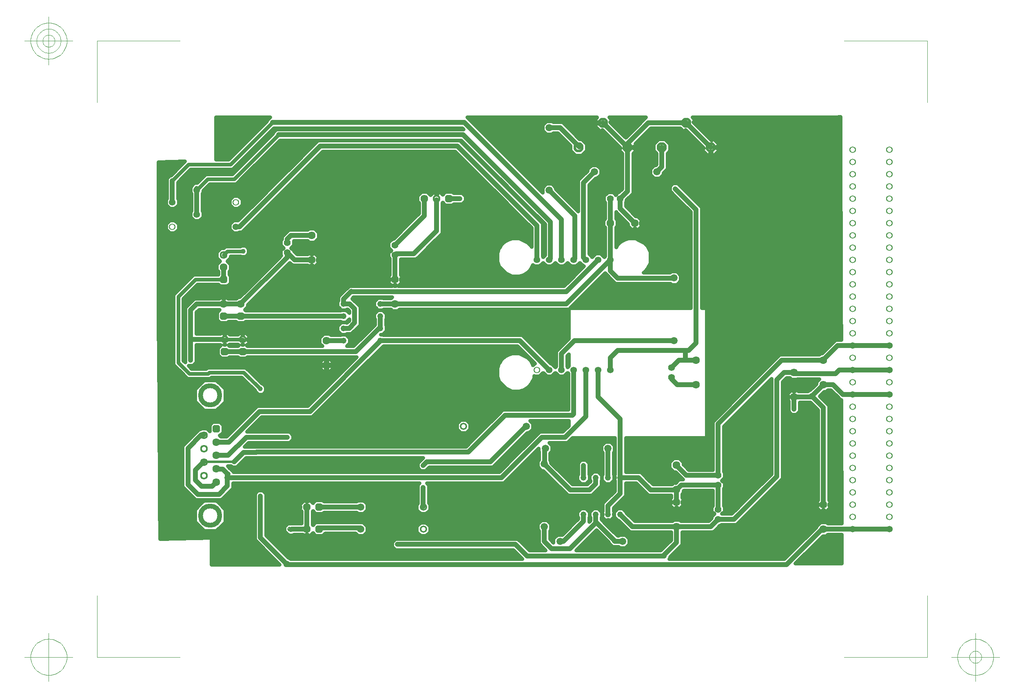
<source format=gbr>
G04 Generated by Ultiboard 10.0 *
%FSLAX25Y25*%
%MOIN*%

%ADD25C,0.03000*%
%ADD14C,0.04000*%
%ADD24C,0.02000*%
%ADD22C,0.00394*%
%ADD28C,0.03937X0.02362*%
%ADD29C,0.06334X0.03500*%
%ADD44C,0.19666X0.11833*%
%ADD45R,0.02667X0.02667X0.03333*%
%ADD46C,0.03333*%
%ADD41C,0.05337X0.03937*%
%ADD34C,0.05512X0.03150*%
%ADD36C,0.05906X0.03543*%
%ADD38R,0.02083X0.02083X0.03917*%
%ADD18C,0.03917*%
%ADD33C,0.04900X0.03500*%
%ADD31C,0.08334X0.04333*%


G04 ColorRGB 0000FF for the following layer *
%LNCopper Bottom*%
%LPD*%
%FSLAX25Y25*%
%MOIN*%
G54D25*
X456762Y378500D02*
X507100Y378500D01*
X507100Y378500D02*
X507100Y351238D01*
X507100Y351238D02*
X460667Y351238D01*
X460667Y351238D02*
X460667Y353310D01*
X460667Y353310D02*
X458500Y353310D01*
X458500Y353310D02*
X458500Y354690D01*
X458500Y354690D02*
X460667Y354690D01*
X460667Y354690D02*
X460667Y356762D01*
X460667Y356762D02*
X456762Y360667D01*
X456762Y360667D02*
X456762Y378500D01*
G36*
X456762Y378500D02*
X507100Y378500D01*
X507100Y351238D01*
X460667Y351238D01*
X460667Y353310D01*
X458500Y353310D01*
X458500Y354690D01*
X460667Y354690D01*
X460667Y356762D01*
X456762Y360667D01*
X456762Y378500D01*
G37*
X456762Y378500D02*
X507100Y378500D01*
X507100Y378500D02*
X507100Y351238D01*
X507100Y351238D02*
X460667Y351238D01*
X460667Y351238D02*
X460667Y353310D01*
X460667Y353310D02*
X458500Y353310D01*
X458500Y353310D02*
X458500Y354690D01*
X458500Y354690D02*
X460667Y354690D01*
X460667Y354690D02*
X460667Y356762D01*
X460667Y356762D02*
X456762Y360667D01*
X456762Y360667D02*
X456762Y378500D01*
X450700Y347871D02*
X451238Y347333D01*
X451238Y347333D02*
X453310Y347333D01*
X453310Y347333D02*
X453310Y349500D01*
X453310Y349500D02*
X454690Y349500D01*
X454690Y349500D02*
X454690Y347333D01*
X454690Y347333D02*
X456762Y347333D01*
X456762Y347333D02*
X460667Y351238D01*
X460667Y351238D02*
X507100Y351238D01*
X507100Y351238D02*
X507100Y328500D01*
X507100Y328500D02*
X450700Y328500D01*
X450700Y328500D02*
X450700Y347871D01*
G36*
X450700Y347871D02*
X451238Y347333D01*
X453310Y347333D01*
X453310Y349500D01*
X454690Y349500D01*
X454690Y347333D01*
X456762Y347333D01*
X460667Y351238D01*
X507100Y351238D01*
X507100Y328500D01*
X450700Y328500D01*
X450700Y347871D01*
G37*
X450700Y347871D02*
X451238Y347333D01*
X451238Y347333D02*
X453310Y347333D01*
X453310Y347333D02*
X453310Y349500D01*
X453310Y349500D02*
X454690Y349500D01*
X454690Y349500D02*
X454690Y347333D01*
X454690Y347333D02*
X456762Y347333D01*
X456762Y347333D02*
X460667Y351238D01*
X460667Y351238D02*
X507100Y351238D01*
X507100Y351238D02*
X507100Y328500D01*
X507100Y328500D02*
X450700Y328500D01*
X450700Y328500D02*
X450700Y347871D01*
X507100Y328500D02*
X507100Y275500D01*
X507100Y275500D02*
X450700Y275500D01*
X450700Y275500D02*
X450700Y328500D01*
X450700Y328500D02*
X507100Y328500D01*
G36*
X507100Y328500D02*
X507100Y275500D01*
X450700Y275500D01*
X450700Y328500D01*
X507100Y328500D01*
G37*
X507100Y328500D02*
X507100Y275500D01*
X507100Y275500D02*
X450700Y275500D01*
X450700Y275500D02*
X450700Y328500D01*
X450700Y328500D02*
X507100Y328500D01*
X507100Y275500D02*
X507100Y222500D01*
X507100Y222500D02*
X450700Y222500D01*
X450700Y222500D02*
X450700Y275500D01*
X450700Y275500D02*
X507100Y275500D01*
G36*
X507100Y275500D02*
X507100Y222500D01*
X450700Y222500D01*
X450700Y275500D01*
X507100Y275500D01*
G37*
X507100Y275500D02*
X507100Y222500D01*
X507100Y222500D02*
X450700Y222500D01*
X450700Y222500D02*
X450700Y275500D01*
X450700Y275500D02*
X507100Y275500D01*
X507100Y181359D02*
X495241Y169500D01*
X495241Y169500D02*
X450700Y169500D01*
X450700Y169500D02*
X450700Y222500D01*
X450700Y222500D02*
X507100Y222500D01*
X507100Y222500D02*
X507100Y181359D01*
G36*
X507100Y181359D02*
X495241Y169500D01*
X450700Y169500D01*
X450700Y222500D01*
X507100Y222500D01*
X507100Y181359D01*
G37*
X507100Y181359D02*
X495241Y169500D01*
X495241Y169500D02*
X450700Y169500D01*
X450700Y169500D02*
X450700Y222500D01*
X450700Y222500D02*
X507100Y222500D01*
X507100Y222500D02*
X507100Y181359D01*
X464500Y126031D02*
X503500Y165031D01*
X503500Y165031D02*
X503500Y116500D01*
X503500Y116500D02*
X464500Y116500D01*
X464500Y116500D02*
X464500Y126031D01*
G36*
X464500Y126031D02*
X503500Y165031D01*
X503500Y116500D01*
X464500Y116500D01*
X464500Y126031D01*
G37*
X464500Y126031D02*
X503500Y165031D01*
X503500Y165031D02*
X503500Y116500D01*
X503500Y116500D02*
X464500Y116500D01*
X464500Y116500D02*
X464500Y126031D01*
X464500Y75193D02*
X465256Y75949D01*
X465256Y75949D02*
X465256Y80303D01*
X465256Y80303D02*
X464101Y81458D01*
X464101Y81458D02*
X464101Y82668D01*
X464101Y82668D02*
X465256Y83823D01*
X465256Y83823D02*
X465256Y87688D01*
X465256Y87688D02*
X503500Y87688D01*
X503500Y87688D02*
X503500Y86864D01*
X503500Y86864D02*
X480136Y63500D01*
X480136Y63500D02*
X464500Y63500D01*
X464500Y63500D02*
X464500Y75193D01*
G36*
X464500Y75193D02*
X465256Y75949D01*
X465256Y80303D01*
X464101Y81458D01*
X464101Y82668D01*
X465256Y83823D01*
X465256Y87688D01*
X503500Y87688D01*
X503500Y86864D01*
X480136Y63500D01*
X464500Y63500D01*
X464500Y75193D01*
G37*
X464500Y75193D02*
X465256Y75949D01*
X465256Y75949D02*
X465256Y80303D01*
X465256Y80303D02*
X464101Y81458D01*
X464101Y81458D02*
X464101Y82668D01*
X464101Y82668D02*
X465256Y83823D01*
X465256Y83823D02*
X465256Y87688D01*
X465256Y87688D02*
X503500Y87688D01*
X503500Y87688D02*
X503500Y86864D01*
X503500Y86864D02*
X480136Y63500D01*
X480136Y63500D02*
X464500Y63500D01*
X464500Y63500D02*
X464500Y75193D01*
X465256Y87688D02*
X465256Y88177D01*
X465256Y88177D02*
X464500Y88933D01*
X464500Y88933D02*
X464500Y116500D01*
X464500Y116500D02*
X503500Y116500D01*
X503500Y116500D02*
X503500Y87688D01*
X503500Y87688D02*
X465256Y87688D01*
G36*
X465256Y87688D02*
X465256Y88177D01*
X464500Y88933D01*
X464500Y116500D01*
X503500Y116500D01*
X503500Y87688D01*
X465256Y87688D01*
G37*
X465256Y87688D02*
X465256Y88177D01*
X465256Y88177D02*
X464500Y88933D01*
X464500Y88933D02*
X464500Y116500D01*
X464500Y116500D02*
X503500Y116500D01*
X503500Y116500D02*
X503500Y87688D01*
X503500Y87688D02*
X465256Y87688D01*
X492864Y63500D02*
X507100Y77736D01*
X507100Y77736D02*
X507100Y63500D01*
X507100Y63500D02*
X492864Y63500D01*
G36*
X492864Y63500D02*
X507100Y77736D01*
X507100Y63500D01*
X492864Y63500D01*
G37*
X492864Y63500D02*
X507100Y77736D01*
X507100Y77736D02*
X507100Y63500D01*
X507100Y63500D02*
X492864Y63500D01*
X487364Y58000D02*
X492864Y63500D01*
X492864Y63500D02*
X507100Y63500D01*
X507100Y63500D02*
X507100Y58000D01*
X507100Y58000D02*
X487364Y58000D01*
G36*
X487364Y58000D02*
X492864Y63500D01*
X507100Y63500D01*
X507100Y58000D01*
X487364Y58000D01*
G37*
X487364Y58000D02*
X492864Y63500D01*
X492864Y63500D02*
X507100Y63500D01*
X507100Y63500D02*
X507100Y58000D01*
X507100Y58000D02*
X487364Y58000D01*
X461297Y44870D02*
X462177Y44870D01*
X462177Y44870D02*
X462807Y45500D01*
X462807Y45500D02*
X474864Y45500D01*
X474864Y45500D02*
X487364Y58000D01*
X487364Y58000D02*
X507100Y58000D01*
X507100Y58000D02*
X507100Y17600D01*
X507100Y17600D02*
X458199Y17600D01*
X458199Y17600D02*
X458199Y41772D01*
X458199Y41772D02*
X461297Y44870D01*
G36*
X461297Y44870D02*
X462177Y44870D01*
X462807Y45500D01*
X474864Y45500D01*
X487364Y58000D01*
X507100Y58000D01*
X507100Y17600D01*
X458199Y17600D01*
X458199Y41772D01*
X461297Y44870D01*
G37*
X461297Y44870D02*
X462177Y44870D01*
X462177Y44870D02*
X462807Y45500D01*
X462807Y45500D02*
X474864Y45500D01*
X474864Y45500D02*
X487364Y58000D01*
X487364Y58000D02*
X507100Y58000D01*
X507100Y58000D02*
X507100Y17600D01*
X507100Y17600D02*
X458199Y17600D01*
X458199Y17600D02*
X458199Y41772D01*
X458199Y41772D02*
X461297Y44870D01*
X245136Y350500D02*
X267136Y328500D01*
X267136Y328500D02*
X225100Y328500D01*
X225100Y328500D02*
X225100Y350500D01*
X225100Y350500D02*
X245136Y350500D01*
G36*
X245136Y350500D02*
X267136Y328500D01*
X225100Y328500D01*
X225100Y350500D01*
X245136Y350500D01*
G37*
X245136Y350500D02*
X267136Y328500D01*
X267136Y328500D02*
X225100Y328500D01*
X225100Y328500D02*
X225100Y350500D01*
X225100Y350500D02*
X245136Y350500D01*
X251886Y368750D02*
X225100Y368750D01*
X225100Y368750D02*
X225100Y369700D01*
X225100Y369700D02*
X250936Y369700D01*
X250936Y369700D02*
X251886Y368750D01*
G36*
X251886Y368750D02*
X225100Y368750D01*
X225100Y369700D01*
X250936Y369700D01*
X251886Y368750D01*
G37*
X251886Y368750D02*
X225100Y368750D01*
X225100Y368750D02*
X225100Y369700D01*
X225100Y369700D02*
X250936Y369700D01*
X250936Y369700D02*
X251886Y368750D01*
X249886Y359750D02*
X281136Y328500D01*
X281136Y328500D02*
X279864Y328500D01*
X279864Y328500D02*
X248864Y359500D01*
X248864Y359500D02*
X225100Y359500D01*
X225100Y359500D02*
X225100Y359750D01*
X225100Y359750D02*
X249886Y359750D01*
G36*
X249886Y359750D02*
X281136Y328500D01*
X279864Y328500D01*
X248864Y359500D01*
X225100Y359500D01*
X225100Y359750D01*
X249886Y359750D01*
G37*
X249886Y359750D02*
X281136Y328500D01*
X281136Y328500D02*
X279864Y328500D01*
X279864Y328500D02*
X248864Y359500D01*
X248864Y359500D02*
X225100Y359500D01*
X225100Y359500D02*
X225100Y359750D01*
X225100Y359750D02*
X249886Y359750D01*
X234813Y315201D02*
X232347Y317667D01*
X232347Y317667D02*
X230587Y317667D01*
X230587Y317667D02*
X230587Y315500D01*
X230587Y315500D02*
X229413Y315500D01*
X229413Y315500D02*
X229413Y317667D01*
X229413Y317667D02*
X227653Y317667D01*
X227653Y317667D02*
X225100Y315114D01*
X225100Y315114D02*
X225100Y328500D01*
X225100Y328500D02*
X250851Y328500D01*
X250851Y328500D02*
X250851Y316500D01*
X250851Y316500D02*
X243888Y316500D01*
X243888Y316500D02*
X242888Y317500D01*
X242888Y317500D02*
X237112Y317500D01*
X237112Y317500D02*
X234813Y315201D01*
G36*
X234813Y315201D02*
X232347Y317667D01*
X230587Y317667D01*
X230587Y315500D01*
X229413Y315500D01*
X229413Y317667D01*
X227653Y317667D01*
X225100Y315114D01*
X225100Y328500D01*
X250851Y328500D01*
X250851Y316500D01*
X243888Y316500D01*
X242888Y317500D01*
X237112Y317500D01*
X234813Y315201D01*
G37*
X234813Y315201D02*
X232347Y317667D01*
X232347Y317667D02*
X230587Y317667D01*
X230587Y317667D02*
X230587Y315500D01*
X230587Y315500D02*
X229413Y315500D01*
X229413Y315500D02*
X229413Y317667D01*
X229413Y317667D02*
X227653Y317667D01*
X227653Y317667D02*
X225100Y315114D01*
X225100Y315114D02*
X225100Y328500D01*
X225100Y328500D02*
X250851Y328500D01*
X250851Y328500D02*
X250851Y316500D01*
X250851Y316500D02*
X243888Y316500D01*
X243888Y316500D02*
X242888Y317500D01*
X242888Y317500D02*
X237112Y317500D01*
X237112Y317500D02*
X234813Y315201D01*
X234500Y308486D02*
X234813Y308799D01*
X234813Y308799D02*
X237112Y306500D01*
X237112Y306500D02*
X242888Y306500D01*
X242888Y306500D02*
X243888Y307500D01*
X243888Y307500D02*
X250851Y307500D01*
X250851Y307500D02*
X250851Y283668D01*
X250851Y283668D02*
X234500Y283668D01*
X234500Y283668D02*
X234500Y308486D01*
G36*
X234500Y308486D02*
X234813Y308799D01*
X237112Y306500D01*
X242888Y306500D01*
X243888Y307500D01*
X250851Y307500D01*
X250851Y283668D01*
X234500Y283668D01*
X234500Y308486D01*
G37*
X234500Y308486D02*
X234813Y308799D01*
X234813Y308799D02*
X237112Y306500D01*
X237112Y306500D02*
X242888Y306500D01*
X242888Y306500D02*
X243888Y307500D01*
X243888Y307500D02*
X250851Y307500D01*
X250851Y307500D02*
X250851Y283668D01*
X250851Y283668D02*
X234500Y283668D01*
X234500Y283668D02*
X234500Y308486D01*
X250851Y307500D02*
X250864Y307500D01*
X250864Y307500D02*
X253500Y310136D01*
X253500Y310136D02*
X253500Y313864D01*
X253500Y313864D02*
X250864Y316500D01*
X250864Y316500D02*
X250851Y316500D01*
X250851Y316500D02*
X250851Y328500D01*
X250851Y328500D02*
X267136Y328500D01*
X267136Y328500D02*
X281500Y314136D01*
X281500Y314136D02*
X281500Y283668D01*
X281500Y283668D02*
X250851Y283668D01*
X250851Y283668D02*
X250851Y307500D01*
G36*
X250851Y307500D02*
X250864Y307500D01*
X253500Y310136D01*
X253500Y313864D01*
X250864Y316500D01*
X250851Y316500D01*
X250851Y328500D01*
X267136Y328500D01*
X281500Y314136D01*
X281500Y283668D01*
X250851Y283668D01*
X250851Y307500D01*
G37*
X250851Y307500D02*
X250864Y307500D01*
X250864Y307500D02*
X253500Y310136D01*
X253500Y310136D02*
X253500Y313864D01*
X253500Y313864D02*
X250864Y316500D01*
X250864Y316500D02*
X250851Y316500D01*
X250851Y316500D02*
X250851Y328500D01*
X250851Y328500D02*
X267136Y328500D01*
X267136Y328500D02*
X281500Y314136D01*
X281500Y314136D02*
X281500Y283668D01*
X281500Y283668D02*
X250851Y283668D01*
X250851Y283668D02*
X250851Y307500D01*
X226332Y275500D02*
X234500Y283668D01*
X234500Y283668D02*
X281500Y283668D01*
X281500Y283668D02*
X281500Y275500D01*
X281500Y275500D02*
X226332Y275500D01*
G36*
X226332Y275500D02*
X234500Y283668D01*
X281500Y283668D01*
X281500Y275500D01*
X226332Y275500D01*
G37*
X226332Y275500D02*
X234500Y283668D01*
X234500Y283668D02*
X281500Y283668D01*
X281500Y283668D02*
X281500Y275500D01*
X281500Y275500D02*
X226332Y275500D01*
X225100Y240500D02*
X225100Y274268D01*
X225100Y274268D02*
X226332Y275500D01*
X226332Y275500D02*
X259851Y275500D01*
X259851Y275500D02*
X259851Y240500D01*
X259851Y240500D02*
X225100Y240500D01*
G36*
X225100Y240500D02*
X225100Y274268D01*
X226332Y275500D01*
X259851Y275500D01*
X259851Y240500D01*
X225100Y240500D01*
G37*
X225100Y240500D02*
X225100Y274268D01*
X225100Y274268D02*
X226332Y275500D01*
X226332Y275500D02*
X259851Y275500D01*
X259851Y275500D02*
X259851Y240500D01*
X259851Y240500D02*
X225100Y240500D01*
X225100Y221500D02*
X281500Y221500D01*
X281500Y221500D02*
X281500Y200500D01*
X281500Y200500D02*
X225100Y200500D01*
X225100Y200500D02*
X225100Y221500D01*
G36*
X225100Y221500D02*
X281500Y221500D01*
X281500Y200500D01*
X225100Y200500D01*
X225100Y221500D01*
G37*
X225100Y221500D02*
X281500Y221500D01*
X281500Y221500D02*
X281500Y200500D01*
X281500Y200500D02*
X225100Y200500D01*
X225100Y200500D02*
X225100Y221500D01*
X281500Y178257D02*
X280734Y177108D01*
X280734Y177108D02*
X279500Y173406D01*
X279500Y173406D02*
X279500Y169500D01*
X279500Y169500D02*
X225100Y169500D01*
X225100Y169500D02*
X225100Y191500D01*
X225100Y191500D02*
X281500Y191500D01*
X281500Y191500D02*
X281500Y178257D01*
G36*
X281500Y178257D02*
X280734Y177108D01*
X279500Y173406D01*
X279500Y169500D01*
X225100Y169500D01*
X225100Y191500D01*
X281500Y191500D01*
X281500Y178257D01*
G37*
X281500Y178257D02*
X280734Y177108D01*
X280734Y177108D02*
X279500Y173406D01*
X279500Y173406D02*
X279500Y169500D01*
X279500Y169500D02*
X225100Y169500D01*
X225100Y169500D02*
X225100Y191500D01*
X225100Y191500D02*
X281500Y191500D01*
X281500Y191500D02*
X281500Y178257D01*
X253769Y131453D02*
X249741Y131453D01*
X249741Y131453D02*
X246547Y128259D01*
X246547Y128259D02*
X246547Y123741D01*
X246547Y123741D02*
X249741Y120547D01*
X249741Y120547D02*
X253769Y120547D01*
X253769Y120547D02*
X253769Y116500D01*
X253769Y116500D02*
X225100Y116500D01*
X225100Y116500D02*
X225100Y169500D01*
X225100Y169500D02*
X253769Y169500D01*
X253769Y169500D02*
X253769Y131453D01*
G36*
X253769Y131453D02*
X249741Y131453D01*
X246547Y128259D01*
X246547Y123741D01*
X249741Y120547D01*
X253769Y120547D01*
X253769Y116500D01*
X225100Y116500D01*
X225100Y169500D01*
X253769Y169500D01*
X253769Y131453D01*
G37*
X253769Y131453D02*
X249741Y131453D01*
X249741Y131453D02*
X246547Y128259D01*
X246547Y128259D02*
X246547Y123741D01*
X246547Y123741D02*
X249741Y120547D01*
X249741Y120547D02*
X253769Y120547D01*
X253769Y120547D02*
X253769Y116500D01*
X253769Y116500D02*
X225100Y116500D01*
X225100Y116500D02*
X225100Y169500D01*
X225100Y169500D02*
X253769Y169500D01*
X253769Y169500D02*
X253769Y131453D01*
X253769Y120547D02*
X254259Y120547D01*
X254259Y120547D02*
X257453Y123741D01*
X257453Y123741D02*
X257453Y128259D01*
X257453Y128259D02*
X254259Y131453D01*
X254259Y131453D02*
X253769Y131453D01*
X253769Y131453D02*
X253769Y169500D01*
X253769Y169500D02*
X279500Y169500D01*
X279500Y169500D02*
X279500Y166594D01*
X279500Y166594D02*
X280815Y162650D01*
X280815Y162650D02*
X281500Y161964D01*
X281500Y161964D02*
X281500Y136864D01*
X281500Y136864D02*
X261136Y116500D01*
X261136Y116500D02*
X253769Y116500D01*
X253769Y116500D02*
X253769Y120547D01*
G36*
X253769Y120547D02*
X254259Y120547D01*
X257453Y123741D01*
X257453Y128259D01*
X254259Y131453D01*
X253769Y131453D01*
X253769Y169500D01*
X279500Y169500D01*
X279500Y166594D01*
X280815Y162650D01*
X281500Y161964D01*
X281500Y136864D01*
X261136Y116500D01*
X253769Y116500D01*
X253769Y120547D01*
G37*
X253769Y120547D02*
X254259Y120547D01*
X254259Y120547D02*
X257453Y123741D01*
X257453Y123741D02*
X257453Y128259D01*
X257453Y128259D02*
X254259Y131453D01*
X254259Y131453D02*
X253769Y131453D01*
X253769Y131453D02*
X253769Y169500D01*
X253769Y169500D02*
X279500Y169500D01*
X279500Y169500D02*
X279500Y166594D01*
X279500Y166594D02*
X280815Y162650D01*
X280815Y162650D02*
X281500Y161964D01*
X281500Y161964D02*
X281500Y136864D01*
X281500Y136864D02*
X261136Y116500D01*
X261136Y116500D02*
X253769Y116500D01*
X253769Y116500D02*
X253769Y120547D01*
X225100Y92500D02*
X275864Y92500D01*
X275864Y92500D02*
X281500Y98136D01*
X281500Y98136D02*
X281500Y88864D01*
X281500Y88864D02*
X281136Y88500D01*
X281136Y88500D02*
X225100Y88500D01*
X225100Y88500D02*
X225100Y92500D01*
G36*
X225100Y92500D02*
X275864Y92500D01*
X281500Y98136D01*
X281500Y88864D01*
X281136Y88500D01*
X225100Y88500D01*
X225100Y92500D01*
G37*
X225100Y92500D02*
X275864Y92500D01*
X275864Y92500D02*
X281500Y98136D01*
X281500Y98136D02*
X281500Y88864D01*
X281500Y88864D02*
X281136Y88500D01*
X281136Y88500D02*
X225100Y88500D01*
X225100Y88500D02*
X225100Y92500D01*
X225100Y79500D02*
X281500Y79500D01*
X281500Y79500D02*
X281500Y63500D01*
X281500Y63500D02*
X225100Y63500D01*
X225100Y63500D02*
X225100Y79500D01*
G36*
X225100Y79500D02*
X281500Y79500D01*
X281500Y63500D01*
X225100Y63500D01*
X225100Y79500D01*
G37*
X225100Y79500D02*
X281500Y79500D01*
X281500Y79500D02*
X281500Y63500D01*
X281500Y63500D02*
X225100Y63500D01*
X225100Y63500D02*
X225100Y79500D01*
X254036Y109400D02*
X225100Y109400D01*
X225100Y109400D02*
X225100Y116500D01*
X225100Y116500D02*
X261136Y116500D01*
X261136Y116500D02*
X254036Y109400D01*
G36*
X254036Y109400D02*
X225100Y109400D01*
X225100Y116500D01*
X261136Y116500D01*
X254036Y109400D01*
G37*
X254036Y109400D02*
X225100Y109400D01*
X225100Y109400D02*
X225100Y116500D01*
X225100Y116500D02*
X261136Y116500D01*
X261136Y116500D02*
X254036Y109400D01*
X281500Y34050D02*
X225100Y34050D01*
X225100Y34050D02*
X225100Y63500D01*
X225100Y63500D02*
X281500Y63500D01*
X281500Y63500D02*
X281500Y34050D01*
G36*
X281500Y34050D02*
X225100Y34050D01*
X225100Y63500D01*
X281500Y63500D01*
X281500Y34050D01*
G37*
X281500Y34050D02*
X225100Y34050D01*
X225100Y34050D02*
X225100Y63500D01*
X225100Y63500D02*
X281500Y63500D01*
X281500Y63500D02*
X281500Y34050D01*
X281500Y17600D02*
X225100Y17600D01*
X225100Y17600D02*
X225100Y25050D01*
X225100Y25050D02*
X281500Y25050D01*
X281500Y25050D02*
X281500Y17600D01*
G36*
X281500Y17600D02*
X225100Y17600D01*
X225100Y25050D01*
X281500Y25050D01*
X281500Y17600D01*
G37*
X281500Y17600D02*
X225100Y17600D01*
X225100Y17600D02*
X225100Y25050D01*
X225100Y25050D02*
X281500Y25050D01*
X281500Y25050D02*
X281500Y17600D01*
X2500Y265000D02*
X2500Y275500D01*
X2500Y275500D02*
X17343Y275500D01*
X17343Y275500D02*
X17343Y236000D01*
X17343Y236000D02*
X15000Y233657D01*
X15000Y233657D02*
X15000Y222500D01*
X15000Y222500D02*
X2776Y222500D01*
X2776Y222500D02*
X2500Y265000D01*
G36*
X2500Y265000D02*
X2500Y275500D01*
X17343Y275500D01*
X17343Y236000D01*
X15000Y233657D01*
X15000Y222500D01*
X2776Y222500D01*
X2500Y265000D01*
G37*
X2500Y265000D02*
X2500Y275500D01*
X2500Y275500D02*
X17343Y275500D01*
X17343Y275500D02*
X17343Y236000D01*
X17343Y236000D02*
X15000Y233657D01*
X15000Y233657D02*
X15000Y222500D01*
X15000Y222500D02*
X2776Y222500D01*
X2776Y222500D02*
X2500Y265000D01*
X55900Y271667D02*
X53653Y271667D01*
X53653Y271667D02*
X50333Y268347D01*
X50333Y268347D02*
X50333Y263653D01*
X50333Y263653D02*
X52986Y261000D01*
X52986Y261000D02*
X50333Y258347D01*
X50333Y258347D02*
X50333Y253653D01*
X50333Y253653D02*
X51500Y252486D01*
X51500Y252486D02*
X51500Y250000D01*
X51500Y250000D02*
X31343Y250000D01*
X31343Y250000D02*
X17343Y236000D01*
X17343Y236000D02*
X17343Y275500D01*
X17343Y275500D02*
X55900Y275500D01*
X55900Y275500D02*
X55900Y271667D01*
G36*
X55900Y271667D02*
X53653Y271667D01*
X50333Y268347D01*
X50333Y263653D01*
X52986Y261000D01*
X50333Y258347D01*
X50333Y253653D01*
X51500Y252486D01*
X51500Y250000D01*
X31343Y250000D01*
X17343Y236000D01*
X17343Y275500D01*
X55900Y275500D01*
X55900Y271667D01*
G37*
X55900Y271667D02*
X53653Y271667D01*
X53653Y271667D02*
X50333Y268347D01*
X50333Y268347D02*
X50333Y263653D01*
X50333Y263653D02*
X52986Y261000D01*
X52986Y261000D02*
X50333Y258347D01*
X50333Y258347D02*
X50333Y253653D01*
X50333Y253653D02*
X51500Y252486D01*
X51500Y252486D02*
X51500Y250000D01*
X51500Y250000D02*
X31343Y250000D01*
X31343Y250000D02*
X17343Y236000D01*
X17343Y236000D02*
X17343Y275500D01*
X17343Y275500D02*
X55900Y275500D01*
X55900Y275500D02*
X55900Y271667D01*
X59014Y261000D02*
X61667Y263653D01*
X61667Y263653D02*
X61667Y265000D01*
X61667Y265000D02*
X67653Y265000D01*
X67653Y265000D02*
X67653Y231667D01*
X67653Y231667D02*
X66436Y230450D01*
X66436Y230450D02*
X59564Y230450D01*
X59564Y230450D02*
X58347Y231667D01*
X58347Y231667D02*
X56587Y231667D01*
X56587Y231667D02*
X56587Y230450D01*
X56587Y230450D02*
X55900Y230450D01*
X55900Y230450D02*
X55900Y240500D01*
X55900Y240500D02*
X58888Y240500D01*
X58888Y240500D02*
X61500Y243112D01*
X61500Y243112D02*
X61500Y248888D01*
X61500Y248888D02*
X60500Y249888D01*
X60500Y249888D02*
X60500Y252486D01*
X60500Y252486D02*
X61667Y253653D01*
X61667Y253653D02*
X61667Y258347D01*
X61667Y258347D02*
X59014Y261000D01*
G36*
X59014Y261000D02*
X61667Y263653D01*
X61667Y265000D01*
X67653Y265000D01*
X67653Y231667D01*
X66436Y230450D01*
X59564Y230450D01*
X58347Y231667D01*
X56587Y231667D01*
X56587Y230450D01*
X55900Y230450D01*
X55900Y240500D01*
X58888Y240500D01*
X61500Y243112D01*
X61500Y248888D01*
X60500Y249888D01*
X60500Y252486D01*
X61667Y253653D01*
X61667Y258347D01*
X59014Y261000D01*
G37*
X59014Y261000D02*
X61667Y263653D01*
X61667Y263653D02*
X61667Y265000D01*
X61667Y265000D02*
X67653Y265000D01*
X67653Y265000D02*
X67653Y231667D01*
X67653Y231667D02*
X66436Y230450D01*
X66436Y230450D02*
X59564Y230450D01*
X59564Y230450D02*
X58347Y231667D01*
X58347Y231667D02*
X56587Y231667D01*
X56587Y231667D02*
X56587Y230450D01*
X56587Y230450D02*
X55900Y230450D01*
X55900Y230450D02*
X55900Y240500D01*
X55900Y240500D02*
X58888Y240500D01*
X58888Y240500D02*
X61500Y243112D01*
X61500Y243112D02*
X61500Y248888D01*
X61500Y248888D02*
X60500Y249888D01*
X60500Y249888D02*
X60500Y252486D01*
X60500Y252486D02*
X61667Y253653D01*
X61667Y253653D02*
X61667Y258347D01*
X61667Y258347D02*
X59014Y261000D01*
X69140Y231667D02*
X67653Y231667D01*
X67653Y231667D02*
X67653Y265000D01*
X67653Y265000D02*
X69681Y265000D01*
X69681Y265000D02*
X70149Y264531D01*
X70149Y264531D02*
X73851Y264531D01*
X73851Y264531D02*
X73851Y236378D01*
X73851Y236378D02*
X69140Y231667D01*
G36*
X69140Y231667D02*
X67653Y231667D01*
X67653Y265000D01*
X69681Y265000D01*
X70149Y264531D01*
X73851Y264531D01*
X73851Y236378D01*
X69140Y231667D01*
G37*
X69140Y231667D02*
X67653Y231667D01*
X67653Y231667D02*
X67653Y265000D01*
X67653Y265000D02*
X69681Y265000D01*
X69681Y265000D02*
X70149Y264531D01*
X70149Y264531D02*
X73851Y264531D01*
X73851Y264531D02*
X73851Y236378D01*
X73851Y236378D02*
X69140Y231667D01*
X74514Y222500D02*
X75667Y223653D01*
X75667Y223653D02*
X75667Y225413D01*
X75667Y225413D02*
X75614Y225413D01*
X75614Y225413D02*
X109981Y259781D01*
X109981Y259781D02*
X112262Y257500D01*
X112262Y257500D02*
X112300Y257500D01*
X112300Y257500D02*
X112300Y222500D01*
X112300Y222500D02*
X74514Y222500D01*
G36*
X74514Y222500D02*
X75667Y223653D01*
X75667Y225413D01*
X75614Y225413D01*
X109981Y259781D01*
X112262Y257500D01*
X112300Y257500D01*
X112300Y222500D01*
X74514Y222500D01*
G37*
X74514Y222500D02*
X75667Y223653D01*
X75667Y223653D02*
X75667Y225413D01*
X75667Y225413D02*
X75614Y225413D01*
X75614Y225413D02*
X109981Y259781D01*
X109981Y259781D02*
X112262Y257500D01*
X112262Y257500D02*
X112300Y257500D01*
X112300Y257500D02*
X112300Y222500D01*
X112300Y222500D02*
X74514Y222500D01*
X101498Y264025D02*
X73851Y236378D01*
X73851Y236378D02*
X73851Y264025D01*
X73851Y264025D02*
X101498Y264025D01*
G36*
X101498Y264025D02*
X73851Y236378D01*
X73851Y264025D01*
X101498Y264025D01*
G37*
X101498Y264025D02*
X73851Y236378D01*
X73851Y236378D02*
X73851Y264025D01*
X73851Y264025D02*
X101498Y264025D01*
X124486Y257500D02*
X125653Y256333D01*
X125653Y256333D02*
X127413Y256333D01*
X127413Y256333D02*
X127413Y257500D01*
X127413Y257500D02*
X128587Y257500D01*
X128587Y257500D02*
X128587Y256333D01*
X128587Y256333D02*
X130347Y256333D01*
X130347Y256333D02*
X130347Y222500D01*
X130347Y222500D02*
X112300Y222500D01*
X112300Y222500D02*
X112300Y257500D01*
X112300Y257500D02*
X124486Y257500D01*
G36*
X124486Y257500D02*
X125653Y256333D01*
X127413Y256333D01*
X127413Y257500D01*
X128587Y257500D01*
X128587Y256333D01*
X130347Y256333D01*
X130347Y222500D01*
X112300Y222500D01*
X112300Y257500D01*
X124486Y257500D01*
G37*
X124486Y257500D02*
X125653Y256333D01*
X125653Y256333D02*
X127413Y256333D01*
X127413Y256333D02*
X127413Y257500D01*
X127413Y257500D02*
X128587Y257500D01*
X128587Y257500D02*
X128587Y256333D01*
X128587Y256333D02*
X130347Y256333D01*
X130347Y256333D02*
X130347Y222500D01*
X130347Y222500D02*
X112300Y222500D01*
X112300Y222500D02*
X112300Y257500D01*
X112300Y257500D02*
X124486Y257500D01*
X132500Y262587D02*
X133667Y262587D01*
X133667Y262587D02*
X133667Y264347D01*
X133667Y264347D02*
X130347Y267667D01*
X130347Y267667D02*
X130347Y275500D01*
X130347Y275500D02*
X152136Y275500D01*
X152136Y275500D02*
X152136Y234300D01*
X152136Y234300D02*
X149500Y231664D01*
X149500Y231664D02*
X149500Y228500D01*
X149500Y228500D02*
X149050Y228050D01*
X149050Y228050D02*
X149050Y223950D01*
X149050Y223950D02*
X150500Y222500D01*
X150500Y222500D02*
X130347Y222500D01*
X130347Y222500D02*
X130347Y256333D01*
X130347Y256333D02*
X133667Y259653D01*
X133667Y259653D02*
X133667Y261413D01*
X133667Y261413D02*
X132500Y261413D01*
X132500Y261413D02*
X132500Y262587D01*
G36*
X132500Y262587D02*
X133667Y262587D01*
X133667Y264347D01*
X130347Y267667D01*
X130347Y275500D01*
X152136Y275500D01*
X152136Y234300D01*
X149500Y231664D01*
X149500Y228500D01*
X149050Y228050D01*
X149050Y223950D01*
X150500Y222500D01*
X130347Y222500D01*
X130347Y256333D01*
X133667Y259653D01*
X133667Y261413D01*
X132500Y261413D01*
X132500Y262587D01*
G37*
X132500Y262587D02*
X133667Y262587D01*
X133667Y262587D02*
X133667Y264347D01*
X133667Y264347D02*
X130347Y267667D01*
X130347Y267667D02*
X130347Y275500D01*
X130347Y275500D02*
X152136Y275500D01*
X152136Y275500D02*
X152136Y234300D01*
X152136Y234300D02*
X149500Y231664D01*
X149500Y231664D02*
X149500Y228500D01*
X149500Y228500D02*
X149050Y228050D01*
X149050Y228050D02*
X149050Y223950D01*
X149050Y223950D02*
X150500Y222500D01*
X150500Y222500D02*
X130347Y222500D01*
X130347Y222500D02*
X130347Y256333D01*
X130347Y256333D02*
X133667Y259653D01*
X133667Y259653D02*
X133667Y261413D01*
X133667Y261413D02*
X132500Y261413D01*
X132500Y261413D02*
X132500Y262587D01*
X162464Y240500D02*
X162264Y240700D01*
X162264Y240700D02*
X158536Y240700D01*
X158536Y240700D02*
X152136Y234300D01*
X152136Y234300D02*
X152136Y275500D01*
X152136Y275500D02*
X168700Y275500D01*
X168700Y275500D02*
X168700Y240500D01*
X168700Y240500D02*
X162464Y240500D01*
G36*
X162464Y240500D02*
X162264Y240700D01*
X158536Y240700D01*
X152136Y234300D01*
X152136Y275500D01*
X168700Y275500D01*
X168700Y240500D01*
X162464Y240500D01*
G37*
X162464Y240500D02*
X162264Y240700D01*
X162264Y240700D02*
X158536Y240700D01*
X158536Y240700D02*
X152136Y234300D01*
X152136Y234300D02*
X152136Y275500D01*
X152136Y275500D02*
X168700Y275500D01*
X168700Y275500D02*
X168700Y240500D01*
X168700Y240500D02*
X162464Y240500D01*
X201667Y248347D02*
X200500Y249514D01*
X200500Y249514D02*
X200500Y262500D01*
X200500Y262500D02*
X213332Y262500D01*
X213332Y262500D02*
X216958Y266126D01*
X216958Y266126D02*
X225100Y266126D01*
X225100Y266126D02*
X225100Y248347D01*
X225100Y248347D02*
X201667Y248347D01*
G36*
X201667Y248347D02*
X200500Y249514D01*
X200500Y262500D01*
X213332Y262500D01*
X216958Y266126D01*
X225100Y266126D01*
X225100Y248347D01*
X201667Y248347D01*
G37*
X201667Y248347D02*
X200500Y249514D01*
X200500Y249514D02*
X200500Y262500D01*
X200500Y262500D02*
X213332Y262500D01*
X213332Y262500D02*
X216958Y266126D01*
X216958Y266126D02*
X225100Y266126D01*
X225100Y266126D02*
X225100Y248347D01*
X225100Y248347D02*
X201667Y248347D01*
X192433Y268923D02*
X191899Y269458D01*
X191899Y269458D02*
X190744Y268303D01*
X190744Y268303D02*
X190744Y263949D01*
X190744Y263949D02*
X191500Y263193D01*
X191500Y263193D02*
X191500Y249514D01*
X191500Y249514D02*
X190333Y248347D01*
X190333Y248347D02*
X190333Y246587D01*
X190333Y246587D02*
X191500Y246587D01*
X191500Y246587D02*
X191500Y245413D01*
X191500Y245413D02*
X190333Y245413D01*
X190333Y245413D02*
X190333Y243653D01*
X190333Y243653D02*
X193486Y240500D01*
X193486Y240500D02*
X168700Y240500D01*
X168700Y240500D02*
X168700Y275500D01*
X168700Y275500D02*
X190744Y275500D01*
X190744Y275500D02*
X190744Y271823D01*
X190744Y271823D02*
X193039Y269528D01*
X193039Y269528D02*
X192433Y268923D01*
G36*
X192433Y268923D02*
X191899Y269458D01*
X190744Y268303D01*
X190744Y263949D01*
X191500Y263193D01*
X191500Y249514D01*
X190333Y248347D01*
X190333Y246587D01*
X191500Y246587D01*
X191500Y245413D01*
X190333Y245413D01*
X190333Y243653D01*
X193486Y240500D01*
X168700Y240500D01*
X168700Y275500D01*
X190744Y275500D01*
X190744Y271823D01*
X193039Y269528D01*
X192433Y268923D01*
G37*
X192433Y268923D02*
X191899Y269458D01*
X191899Y269458D02*
X190744Y268303D01*
X190744Y268303D02*
X190744Y263949D01*
X190744Y263949D02*
X191500Y263193D01*
X191500Y263193D02*
X191500Y249514D01*
X191500Y249514D02*
X190333Y248347D01*
X190333Y248347D02*
X190333Y246587D01*
X190333Y246587D02*
X191500Y246587D01*
X191500Y246587D02*
X191500Y245413D01*
X191500Y245413D02*
X190333Y245413D01*
X190333Y245413D02*
X190333Y243653D01*
X190333Y243653D02*
X193486Y240500D01*
X193486Y240500D02*
X168700Y240500D01*
X168700Y240500D02*
X168700Y275500D01*
X168700Y275500D02*
X190744Y275500D01*
X190744Y275500D02*
X190744Y271823D01*
X190744Y271823D02*
X193039Y269528D01*
X193039Y269528D02*
X192433Y268923D01*
X150500Y222500D02*
X151950Y221050D01*
X151950Y221050D02*
X156050Y221050D01*
X156050Y221050D02*
X156500Y221500D01*
X156500Y221500D02*
X157236Y221500D01*
X157236Y221500D02*
X158500Y220236D01*
X158500Y220236D02*
X158500Y218500D01*
X158500Y218500D02*
X156050Y220950D01*
X156050Y220950D02*
X151950Y220950D01*
X151950Y220950D02*
X151500Y220500D01*
X151500Y220500D02*
X112300Y220500D01*
X112300Y220500D02*
X112300Y222500D01*
X112300Y222500D02*
X150500Y222500D01*
G36*
X150500Y222500D02*
X151950Y221050D01*
X156050Y221050D01*
X156500Y221500D01*
X157236Y221500D01*
X158500Y220236D01*
X158500Y218500D01*
X156050Y220950D01*
X151950Y220950D01*
X151500Y220500D01*
X112300Y220500D01*
X112300Y222500D01*
X150500Y222500D01*
G37*
X150500Y222500D02*
X151950Y221050D01*
X151950Y221050D02*
X156050Y221050D01*
X156050Y221050D02*
X156500Y221500D01*
X156500Y221500D02*
X157236Y221500D01*
X157236Y221500D02*
X158500Y220236D01*
X158500Y220236D02*
X158500Y218500D01*
X158500Y218500D02*
X156050Y220950D01*
X156050Y220950D02*
X151950Y220950D01*
X151950Y220950D02*
X151500Y220500D01*
X151500Y220500D02*
X112300Y220500D01*
X112300Y220500D02*
X112300Y222500D01*
X112300Y222500D02*
X150500Y222500D01*
X156500Y210500D02*
X156050Y210950D01*
X156050Y210950D02*
X151950Y210950D01*
X151950Y210950D02*
X149050Y208050D01*
X149050Y208050D02*
X149050Y207760D01*
X149050Y207760D02*
X112300Y207760D01*
X112300Y207760D02*
X112300Y211500D01*
X112300Y211500D02*
X151500Y211500D01*
X151500Y211500D02*
X151950Y211050D01*
X151950Y211050D02*
X156050Y211050D01*
X156050Y211050D02*
X158500Y213500D01*
X158500Y213500D02*
X158500Y212364D01*
X158500Y212364D02*
X156636Y210500D01*
X156636Y210500D02*
X156500Y210500D01*
G36*
X156500Y210500D02*
X156050Y210950D01*
X151950Y210950D01*
X149050Y208050D01*
X149050Y207760D01*
X112300Y207760D01*
X112300Y211500D01*
X151500Y211500D01*
X151950Y211050D01*
X156050Y211050D01*
X158500Y213500D01*
X158500Y212364D01*
X156636Y210500D01*
X156500Y210500D01*
G37*
X156500Y210500D02*
X156050Y210950D01*
X156050Y210950D02*
X151950Y210950D01*
X151950Y210950D02*
X149050Y208050D01*
X149050Y208050D02*
X149050Y207760D01*
X149050Y207760D02*
X112300Y207760D01*
X112300Y207760D02*
X112300Y211500D01*
X112300Y211500D02*
X151500Y211500D01*
X151500Y211500D02*
X151950Y211050D01*
X151950Y211050D02*
X156050Y211050D01*
X156050Y211050D02*
X158500Y213500D01*
X158500Y213500D02*
X158500Y212364D01*
X158500Y212364D02*
X156636Y210500D01*
X156636Y210500D02*
X156500Y210500D01*
X143514Y200500D02*
X142347Y201667D01*
X142347Y201667D02*
X137653Y201667D01*
X137653Y201667D02*
X134333Y198347D01*
X134333Y198347D02*
X134333Y194136D01*
X134333Y194136D02*
X112300Y194136D01*
X112300Y194136D02*
X112300Y207760D01*
X112300Y207760D02*
X149050Y207760D01*
X149050Y207760D02*
X149050Y203950D01*
X149050Y203950D02*
X151950Y201050D01*
X151950Y201050D02*
X156050Y201050D01*
X156050Y201050D02*
X156500Y201500D01*
X156500Y201500D02*
X160364Y201500D01*
X160364Y201500D02*
X160364Y194136D01*
X160364Y194136D02*
X158950Y194136D01*
X158950Y194136D02*
X158950Y198050D01*
X158950Y198050D02*
X156050Y200950D01*
X156050Y200950D02*
X151950Y200950D01*
X151950Y200950D02*
X151500Y200500D01*
X151500Y200500D02*
X143514Y200500D01*
G36*
X143514Y200500D02*
X142347Y201667D01*
X137653Y201667D01*
X134333Y198347D01*
X134333Y194136D01*
X112300Y194136D01*
X112300Y207760D01*
X149050Y207760D01*
X149050Y203950D01*
X151950Y201050D01*
X156050Y201050D01*
X156500Y201500D01*
X160364Y201500D01*
X160364Y194136D01*
X158950Y194136D01*
X158950Y198050D01*
X156050Y200950D01*
X151950Y200950D01*
X151500Y200500D01*
X143514Y200500D01*
G37*
X143514Y200500D02*
X142347Y201667D01*
X142347Y201667D02*
X137653Y201667D01*
X137653Y201667D02*
X134333Y198347D01*
X134333Y198347D02*
X134333Y194136D01*
X134333Y194136D02*
X112300Y194136D01*
X112300Y194136D02*
X112300Y207760D01*
X112300Y207760D02*
X149050Y207760D01*
X149050Y207760D02*
X149050Y203950D01*
X149050Y203950D02*
X151950Y201050D01*
X151950Y201050D02*
X156050Y201050D01*
X156050Y201050D02*
X156500Y201500D01*
X156500Y201500D02*
X160364Y201500D01*
X160364Y201500D02*
X160364Y194136D01*
X160364Y194136D02*
X158950Y194136D01*
X158950Y194136D02*
X158950Y198050D01*
X158950Y198050D02*
X156050Y200950D01*
X156050Y200950D02*
X151950Y200950D01*
X151950Y200950D02*
X151500Y200500D01*
X151500Y200500D02*
X143514Y200500D01*
X134333Y194136D02*
X134333Y193653D01*
X134333Y193653D02*
X136486Y191500D01*
X136486Y191500D02*
X112300Y191500D01*
X112300Y191500D02*
X112300Y194136D01*
X112300Y194136D02*
X134333Y194136D01*
G36*
X134333Y194136D02*
X134333Y193653D01*
X136486Y191500D01*
X112300Y191500D01*
X112300Y194136D01*
X134333Y194136D01*
G37*
X134333Y194136D02*
X134333Y193653D01*
X134333Y193653D02*
X136486Y191500D01*
X136486Y191500D02*
X112300Y191500D01*
X112300Y191500D02*
X112300Y194136D01*
X112300Y194136D02*
X134333Y194136D01*
X137653Y181667D02*
X134333Y178347D01*
X134333Y178347D02*
X134333Y176587D01*
X134333Y176587D02*
X137653Y176587D01*
X137653Y176587D02*
X137653Y175413D01*
X137653Y175413D02*
X134333Y175413D01*
X134333Y175413D02*
X134333Y173653D01*
X134333Y173653D02*
X137653Y170333D01*
X137653Y170333D02*
X137653Y169500D01*
X137653Y169500D02*
X112300Y169500D01*
X112300Y169500D02*
X112300Y182500D01*
X112300Y182500D02*
X137653Y182500D01*
X137653Y182500D02*
X137653Y181667D01*
G36*
X137653Y181667D02*
X134333Y178347D01*
X134333Y176587D01*
X137653Y176587D01*
X137653Y175413D01*
X134333Y175413D01*
X134333Y173653D01*
X137653Y170333D01*
X137653Y169500D01*
X112300Y169500D01*
X112300Y182500D01*
X137653Y182500D01*
X137653Y181667D01*
G37*
X137653Y181667D02*
X134333Y178347D01*
X134333Y178347D02*
X134333Y176587D01*
X134333Y176587D02*
X137653Y176587D01*
X137653Y176587D02*
X137653Y175413D01*
X137653Y175413D02*
X134333Y175413D01*
X134333Y175413D02*
X134333Y173653D01*
X134333Y173653D02*
X137653Y170333D01*
X137653Y170333D02*
X137653Y169500D01*
X137653Y169500D02*
X112300Y169500D01*
X112300Y169500D02*
X112300Y182500D01*
X112300Y182500D02*
X137653Y182500D01*
X137653Y182500D02*
X137653Y181667D01*
X164364Y169500D02*
X168700Y169500D01*
X168700Y169500D02*
X168700Y116500D01*
X168700Y116500D02*
X112500Y116500D01*
X112500Y116500D02*
X112500Y118864D01*
X112500Y118864D02*
X112300Y119064D01*
X112300Y119064D02*
X112300Y133500D01*
X112300Y133500D02*
X128364Y133500D01*
X128364Y133500D02*
X164364Y169500D01*
G36*
X164364Y169500D02*
X168700Y169500D01*
X168700Y116500D01*
X112500Y116500D01*
X112500Y118864D01*
X112300Y119064D01*
X112300Y133500D01*
X128364Y133500D01*
X164364Y169500D01*
G37*
X164364Y169500D02*
X168700Y169500D01*
X168700Y169500D02*
X168700Y116500D01*
X168700Y116500D02*
X112500Y116500D01*
X112500Y116500D02*
X112500Y118864D01*
X112500Y118864D02*
X112300Y119064D01*
X112300Y119064D02*
X112300Y133500D01*
X112300Y133500D02*
X128364Y133500D01*
X128364Y133500D02*
X164364Y169500D01*
X151636Y169500D02*
X124636Y142500D01*
X124636Y142500D02*
X112300Y142500D01*
X112300Y142500D02*
X112300Y169500D01*
X112300Y169500D02*
X151636Y169500D01*
G36*
X151636Y169500D02*
X124636Y142500D01*
X112300Y142500D01*
X112300Y169500D01*
X151636Y169500D01*
G37*
X151636Y169500D02*
X124636Y142500D01*
X124636Y142500D02*
X112300Y142500D01*
X112300Y142500D02*
X112300Y169500D01*
X112300Y169500D02*
X151636Y169500D01*
X128514Y63500D02*
X126347Y65667D01*
X126347Y65667D02*
X124587Y65667D01*
X124587Y65667D02*
X124587Y64500D01*
X124587Y64500D02*
X123413Y64500D01*
X123413Y64500D02*
X123413Y65667D01*
X123413Y65667D02*
X121653Y65667D01*
X121653Y65667D02*
X119486Y63500D01*
X119486Y63500D02*
X112300Y63500D01*
X112300Y63500D02*
X112300Y79500D01*
X112300Y79500D02*
X168700Y79500D01*
X168700Y79500D02*
X168700Y65453D01*
X168700Y65453D02*
X165741Y65453D01*
X165741Y65453D02*
X164789Y64500D01*
X164789Y64500D02*
X137888Y64500D01*
X137888Y64500D02*
X136888Y65500D01*
X136888Y65500D02*
X131112Y65500D01*
X131112Y65500D02*
X129112Y63500D01*
X129112Y63500D02*
X128514Y63500D01*
G36*
X128514Y63500D02*
X126347Y65667D01*
X124587Y65667D01*
X124587Y64500D01*
X123413Y64500D01*
X123413Y65667D01*
X121653Y65667D01*
X119486Y63500D01*
X112300Y63500D01*
X112300Y79500D01*
X168700Y79500D01*
X168700Y65453D01*
X165741Y65453D01*
X164789Y64500D01*
X137888Y64500D01*
X136888Y65500D01*
X131112Y65500D01*
X129112Y63500D01*
X128514Y63500D01*
G37*
X128514Y63500D02*
X126347Y65667D01*
X126347Y65667D02*
X124587Y65667D01*
X124587Y65667D02*
X124587Y64500D01*
X124587Y64500D02*
X123413Y64500D01*
X123413Y64500D02*
X123413Y65667D01*
X123413Y65667D02*
X121653Y65667D01*
X121653Y65667D02*
X119486Y63500D01*
X119486Y63500D02*
X112300Y63500D01*
X112300Y63500D02*
X112300Y79500D01*
X112300Y79500D02*
X168700Y79500D01*
X168700Y79500D02*
X168700Y65453D01*
X168700Y65453D02*
X165741Y65453D01*
X165741Y65453D02*
X164789Y64500D01*
X164789Y64500D02*
X137888Y64500D01*
X137888Y64500D02*
X136888Y65500D01*
X136888Y65500D02*
X131112Y65500D01*
X131112Y65500D02*
X129112Y63500D01*
X129112Y63500D02*
X128514Y63500D01*
X112300Y100400D02*
X168700Y100400D01*
X168700Y100400D02*
X168700Y88500D01*
X168700Y88500D02*
X112300Y88500D01*
X112300Y88500D02*
X112300Y100400D01*
G36*
X112300Y100400D02*
X168700Y100400D01*
X168700Y88500D01*
X112300Y88500D01*
X112300Y100400D01*
G37*
X112300Y100400D02*
X168700Y100400D01*
X168700Y100400D02*
X168700Y88500D01*
X168700Y88500D02*
X112300Y88500D01*
X112300Y88500D02*
X112300Y100400D01*
X168700Y109400D02*
X112300Y109400D01*
X112300Y109400D02*
X112300Y114936D01*
X112300Y114936D02*
X112500Y115136D01*
X112500Y115136D02*
X112500Y116500D01*
X112500Y116500D02*
X168700Y116500D01*
X168700Y116500D02*
X168700Y109400D01*
G36*
X168700Y109400D02*
X112300Y109400D01*
X112300Y114936D01*
X112500Y115136D01*
X112500Y116500D01*
X168700Y116500D01*
X168700Y109400D01*
G37*
X168700Y109400D02*
X112300Y109400D01*
X112300Y109400D02*
X112300Y114936D01*
X112300Y114936D02*
X112500Y115136D01*
X112500Y115136D02*
X112500Y116500D01*
X112500Y116500D02*
X168700Y116500D01*
X168700Y116500D02*
X168700Y109400D01*
X120486Y37500D02*
X121653Y36333D01*
X121653Y36333D02*
X123413Y36333D01*
X123413Y36333D02*
X123413Y37500D01*
X123413Y37500D02*
X124587Y37500D01*
X124587Y37500D02*
X124587Y36333D01*
X124587Y36333D02*
X126347Y36333D01*
X126347Y36333D02*
X128813Y38799D01*
X128813Y38799D02*
X131112Y36500D01*
X131112Y36500D02*
X132136Y36500D01*
X132136Y36500D02*
X132136Y17600D01*
X132136Y17600D02*
X112300Y17600D01*
X112300Y17600D02*
X112300Y37000D01*
X112300Y37000D02*
X112864Y37000D01*
X112864Y37000D02*
X113364Y37500D01*
X113364Y37500D02*
X120486Y37500D01*
G36*
X120486Y37500D02*
X121653Y36333D01*
X123413Y36333D01*
X123413Y37500D01*
X124587Y37500D01*
X124587Y36333D01*
X126347Y36333D01*
X128813Y38799D01*
X131112Y36500D01*
X132136Y36500D01*
X132136Y17600D01*
X112300Y17600D01*
X112300Y37000D01*
X112864Y37000D01*
X113364Y37500D01*
X120486Y37500D01*
G37*
X120486Y37500D02*
X121653Y36333D01*
X121653Y36333D02*
X123413Y36333D01*
X123413Y36333D02*
X123413Y37500D01*
X123413Y37500D02*
X124587Y37500D01*
X124587Y37500D02*
X124587Y36333D01*
X124587Y36333D02*
X126347Y36333D01*
X126347Y36333D02*
X128813Y38799D01*
X128813Y38799D02*
X131112Y36500D01*
X131112Y36500D02*
X132136Y36500D01*
X132136Y36500D02*
X132136Y17600D01*
X132136Y17600D02*
X112300Y17600D01*
X112300Y17600D02*
X112300Y37000D01*
X112300Y37000D02*
X112864Y37000D01*
X112864Y37000D02*
X113364Y37500D01*
X113364Y37500D02*
X120486Y37500D01*
X55500Y125726D02*
X55500Y127059D01*
X55500Y127059D02*
X53059Y129500D01*
X53059Y129500D02*
X46941Y129500D01*
X46941Y129500D02*
X44500Y127059D01*
X44500Y127059D02*
X44500Y125726D01*
X44500Y125726D02*
X3404Y125726D01*
X3404Y125726D02*
X3215Y154820D01*
X3215Y154820D02*
X32667Y154820D01*
X32667Y154820D02*
X32667Y146225D01*
X32667Y146225D02*
X39892Y139000D01*
X39892Y139000D02*
X50108Y139000D01*
X50108Y139000D02*
X55900Y144792D01*
X55900Y144792D02*
X55900Y125726D01*
X55900Y125726D02*
X55500Y125726D01*
G36*
X55500Y125726D02*
X55500Y127059D01*
X53059Y129500D01*
X46941Y129500D01*
X44500Y127059D01*
X44500Y125726D01*
X3404Y125726D01*
X3215Y154820D01*
X32667Y154820D01*
X32667Y146225D01*
X39892Y139000D01*
X50108Y139000D01*
X55900Y144792D01*
X55900Y125726D01*
X55500Y125726D01*
G37*
X55500Y125726D02*
X55500Y127059D01*
X55500Y127059D02*
X53059Y129500D01*
X53059Y129500D02*
X46941Y129500D01*
X46941Y129500D02*
X44500Y127059D01*
X44500Y127059D02*
X44500Y125726D01*
X44500Y125726D02*
X3404Y125726D01*
X3404Y125726D02*
X3215Y154820D01*
X3215Y154820D02*
X32667Y154820D01*
X32667Y154820D02*
X32667Y146225D01*
X32667Y146225D02*
X39892Y139000D01*
X39892Y139000D02*
X50108Y139000D01*
X50108Y139000D02*
X55900Y144792D01*
X55900Y144792D02*
X55900Y125726D01*
X55900Y125726D02*
X55500Y125726D01*
X52598Y118500D02*
X53059Y118500D01*
X53059Y118500D02*
X55500Y120941D01*
X55500Y120941D02*
X55500Y125726D01*
X55500Y125726D02*
X55900Y125726D01*
X55900Y125726D02*
X55900Y117583D01*
X55900Y117583D02*
X53514Y117583D01*
X53514Y117583D02*
X52598Y118500D01*
G36*
X52598Y118500D02*
X53059Y118500D01*
X55500Y120941D01*
X55500Y125726D01*
X55900Y125726D01*
X55900Y117583D01*
X53514Y117583D01*
X52598Y118500D01*
G37*
X52598Y118500D02*
X53059Y118500D01*
X53059Y118500D02*
X55500Y120941D01*
X55500Y120941D02*
X55500Y125726D01*
X55500Y125726D02*
X55900Y125726D01*
X55900Y125726D02*
X55900Y117583D01*
X55900Y117583D02*
X53514Y117583D01*
X53514Y117583D02*
X52598Y118500D01*
X44500Y125726D02*
X44500Y122014D01*
X44500Y122014D02*
X42347Y124167D01*
X42347Y124167D02*
X37653Y124167D01*
X37653Y124167D02*
X36986Y123500D01*
X36986Y123500D02*
X35886Y123500D01*
X35886Y123500D02*
X28886Y116500D01*
X28886Y116500D02*
X3464Y116500D01*
X3464Y116500D02*
X3404Y125726D01*
X3404Y125726D02*
X44500Y125726D01*
G36*
X44500Y125726D02*
X44500Y122014D01*
X42347Y124167D01*
X37653Y124167D01*
X36986Y123500D01*
X35886Y123500D01*
X28886Y116500D01*
X3464Y116500D01*
X3404Y125726D01*
X44500Y125726D01*
G37*
X44500Y125726D02*
X44500Y122014D01*
X44500Y122014D02*
X42347Y124167D01*
X42347Y124167D02*
X37653Y124167D01*
X37653Y124167D02*
X36986Y123500D01*
X36986Y123500D02*
X35886Y123500D01*
X35886Y123500D02*
X28886Y116500D01*
X28886Y116500D02*
X3464Y116500D01*
X3464Y116500D02*
X3404Y125726D01*
X3404Y125726D02*
X44500Y125726D01*
X55900Y144792D02*
X57333Y146225D01*
X57333Y146225D02*
X57333Y156442D01*
X57333Y156442D02*
X55900Y157875D01*
X55900Y157875D02*
X55900Y166000D01*
X55900Y166000D02*
X70810Y166000D01*
X70810Y166000D02*
X81531Y155279D01*
X81531Y155279D02*
X81531Y154616D01*
X81531Y154616D02*
X84149Y151999D01*
X84149Y151999D02*
X87851Y151999D01*
X87851Y151999D02*
X87851Y142500D01*
X87851Y142500D02*
X83303Y142500D01*
X83303Y142500D02*
X58386Y117583D01*
X58386Y117583D02*
X55900Y117583D01*
X55900Y117583D02*
X55900Y144792D01*
G36*
X55900Y144792D02*
X57333Y146225D01*
X57333Y156442D01*
X55900Y157875D01*
X55900Y166000D01*
X70810Y166000D01*
X81531Y155279D01*
X81531Y154616D01*
X84149Y151999D01*
X87851Y151999D01*
X87851Y142500D01*
X83303Y142500D01*
X58386Y117583D01*
X55900Y117583D01*
X55900Y144792D01*
G37*
X55900Y144792D02*
X57333Y146225D01*
X57333Y146225D02*
X57333Y156442D01*
X57333Y156442D02*
X55900Y157875D01*
X55900Y157875D02*
X55900Y166000D01*
X55900Y166000D02*
X70810Y166000D01*
X70810Y166000D02*
X81531Y155279D01*
X81531Y155279D02*
X81531Y154616D01*
X81531Y154616D02*
X84149Y151999D01*
X84149Y151999D02*
X87851Y151999D01*
X87851Y151999D02*
X87851Y142500D01*
X87851Y142500D02*
X83303Y142500D01*
X83303Y142500D02*
X58386Y117583D01*
X58386Y117583D02*
X55900Y117583D01*
X55900Y117583D02*
X55900Y144792D01*
X87031Y133500D02*
X87851Y133500D01*
X87851Y133500D02*
X87851Y121500D01*
X87851Y121500D02*
X75031Y121500D01*
X75031Y121500D02*
X87031Y133500D01*
G36*
X87031Y133500D02*
X87851Y133500D01*
X87851Y121500D01*
X75031Y121500D01*
X87031Y133500D01*
G37*
X87031Y133500D02*
X87851Y133500D01*
X87851Y133500D02*
X87851Y121500D01*
X87851Y121500D02*
X75031Y121500D01*
X75031Y121500D02*
X87031Y133500D01*
X87851Y133500D02*
X112300Y133500D01*
X112300Y133500D02*
X112300Y119064D01*
X112300Y119064D02*
X109864Y121500D01*
X109864Y121500D02*
X87851Y121500D01*
X87851Y121500D02*
X87851Y133500D01*
G36*
X87851Y133500D02*
X112300Y133500D01*
X112300Y119064D01*
X109864Y121500D01*
X87851Y121500D01*
X87851Y133500D01*
G37*
X87851Y133500D02*
X112300Y133500D01*
X112300Y133500D02*
X112300Y119064D01*
X112300Y119064D02*
X109864Y121500D01*
X109864Y121500D02*
X87851Y121500D01*
X87851Y121500D02*
X87851Y133500D01*
X84814Y100400D02*
X87851Y100400D01*
X87851Y100400D02*
X87851Y88500D01*
X87851Y88500D02*
X64099Y88500D01*
X64099Y88500D02*
X64099Y88963D01*
X64099Y88963D02*
X61463Y91599D01*
X61463Y91599D02*
X61048Y91599D01*
X61048Y91599D02*
X59147Y93500D01*
X59147Y93500D02*
X61886Y93500D01*
X61886Y93500D02*
X62886Y92500D01*
X62886Y92500D02*
X66614Y92500D01*
X66614Y92500D02*
X74264Y100150D01*
X74264Y100150D02*
X84564Y100150D01*
X84564Y100150D02*
X84814Y100400D01*
G36*
X84814Y100400D02*
X87851Y100400D01*
X87851Y88500D01*
X64099Y88500D01*
X64099Y88963D01*
X61463Y91599D01*
X61048Y91599D01*
X59147Y93500D01*
X61886Y93500D01*
X62886Y92500D01*
X66614Y92500D01*
X74264Y100150D01*
X84564Y100150D01*
X84814Y100400D01*
G37*
X84814Y100400D02*
X87851Y100400D01*
X87851Y100400D02*
X87851Y88500D01*
X87851Y88500D02*
X64099Y88500D01*
X64099Y88500D02*
X64099Y88963D01*
X64099Y88963D02*
X61463Y91599D01*
X61463Y91599D02*
X61048Y91599D01*
X61048Y91599D02*
X59147Y93500D01*
X59147Y93500D02*
X61886Y93500D01*
X61886Y93500D02*
X62886Y92500D01*
X62886Y92500D02*
X66614Y92500D01*
X66614Y92500D02*
X74264Y100150D01*
X74264Y100150D02*
X84564Y100150D01*
X84564Y100150D02*
X84814Y100400D01*
X63500Y79500D02*
X87851Y79500D01*
X87851Y79500D02*
X87851Y73484D01*
X87851Y73484D02*
X84136Y73484D01*
X84136Y73484D02*
X81500Y70848D01*
X81500Y70848D02*
X81500Y63500D01*
X81500Y63500D02*
X55900Y63500D01*
X55900Y63500D02*
X55900Y67678D01*
X55900Y67678D02*
X56658Y68436D01*
X56658Y68436D02*
X56658Y68436D01*
X56658Y68436D02*
X60967Y72744D01*
X60967Y72744D02*
X63500Y75278D01*
X63500Y75278D02*
X63500Y79500D01*
G36*
X63500Y79500D02*
X87851Y79500D01*
X87851Y73484D01*
X84136Y73484D01*
X81500Y70848D01*
X81500Y63500D01*
X55900Y63500D01*
X55900Y67678D01*
X56658Y68436D01*
X56658Y68436D01*
X60967Y72744D01*
X63500Y75278D01*
X63500Y79500D01*
G37*
X63500Y79500D02*
X87851Y79500D01*
X87851Y79500D02*
X87851Y73484D01*
X87851Y73484D02*
X84136Y73484D01*
X84136Y73484D02*
X81500Y70848D01*
X81500Y70848D02*
X81500Y63500D01*
X81500Y63500D02*
X55900Y63500D01*
X55900Y63500D02*
X55900Y67678D01*
X55900Y67678D02*
X56658Y68436D01*
X56658Y68436D02*
X56658Y68436D01*
X56658Y68436D02*
X60967Y72744D01*
X60967Y72744D02*
X63500Y75278D01*
X63500Y75278D02*
X63500Y79500D01*
X55900Y46375D02*
X57333Y47808D01*
X57333Y47808D02*
X57333Y58025D01*
X57333Y58025D02*
X55900Y59458D01*
X55900Y59458D02*
X55900Y63500D01*
X55900Y63500D02*
X81500Y63500D01*
X81500Y63500D02*
X81500Y33136D01*
X81500Y33136D02*
X101528Y13108D01*
X101528Y13108D02*
X55900Y13019D01*
X55900Y13019D02*
X55900Y46375D01*
G36*
X55900Y46375D02*
X57333Y47808D01*
X57333Y58025D01*
X55900Y59458D01*
X55900Y63500D01*
X81500Y63500D01*
X81500Y33136D01*
X101528Y13108D01*
X55900Y13019D01*
X55900Y46375D01*
G37*
X55900Y46375D02*
X57333Y47808D01*
X57333Y47808D02*
X57333Y58025D01*
X57333Y58025D02*
X55900Y59458D01*
X55900Y59458D02*
X55900Y63500D01*
X55900Y63500D02*
X81500Y63500D01*
X81500Y63500D02*
X81500Y33136D01*
X81500Y33136D02*
X101528Y13108D01*
X101528Y13108D02*
X55900Y13019D01*
X55900Y13019D02*
X55900Y46375D01*
X51858Y63500D02*
X50108Y65250D01*
X50108Y65250D02*
X39892Y65250D01*
X39892Y65250D02*
X38142Y63500D01*
X38142Y63500D02*
X3808Y63500D01*
X3808Y63500D02*
X3709Y78864D01*
X3709Y78864D02*
X22350Y78864D01*
X22350Y78864D02*
X22350Y76536D01*
X22350Y76536D02*
X33086Y65800D01*
X33086Y65800D02*
X54022Y65800D01*
X54022Y65800D02*
X55900Y67678D01*
X55900Y67678D02*
X55900Y63500D01*
X55900Y63500D02*
X51858Y63500D01*
G36*
X51858Y63500D02*
X50108Y65250D01*
X39892Y65250D01*
X38142Y63500D01*
X3808Y63500D01*
X3709Y78864D01*
X22350Y78864D01*
X22350Y76536D01*
X33086Y65800D01*
X54022Y65800D01*
X55900Y67678D01*
X55900Y63500D01*
X51858Y63500D01*
G37*
X51858Y63500D02*
X50108Y65250D01*
X50108Y65250D02*
X39892Y65250D01*
X39892Y65250D02*
X38142Y63500D01*
X38142Y63500D02*
X3808Y63500D01*
X3808Y63500D02*
X3709Y78864D01*
X3709Y78864D02*
X22350Y78864D01*
X22350Y78864D02*
X22350Y76536D01*
X22350Y76536D02*
X33086Y65800D01*
X33086Y65800D02*
X54022Y65800D01*
X54022Y65800D02*
X55900Y67678D01*
X55900Y67678D02*
X55900Y63500D01*
X55900Y63500D02*
X51858Y63500D01*
X38142Y63500D02*
X32667Y58025D01*
X32667Y58025D02*
X32667Y47808D01*
X32667Y47808D02*
X39892Y40584D01*
X39892Y40584D02*
X48486Y40584D01*
X48486Y40584D02*
X48486Y13005D01*
X48486Y13005D02*
X46000Y13000D01*
X46000Y13000D02*
X46000Y35000D01*
X46000Y35000D02*
X4000Y34000D01*
X4000Y34000D02*
X3808Y63500D01*
X3808Y63500D02*
X38142Y63500D01*
G36*
X38142Y63500D02*
X32667Y58025D01*
X32667Y47808D01*
X39892Y40584D01*
X48486Y40584D01*
X48486Y13005D01*
X46000Y13000D01*
X46000Y35000D01*
X4000Y34000D01*
X3808Y63500D01*
X38142Y63500D01*
G37*
X38142Y63500D02*
X32667Y58025D01*
X32667Y58025D02*
X32667Y47808D01*
X32667Y47808D02*
X39892Y40584D01*
X39892Y40584D02*
X48486Y40584D01*
X48486Y40584D02*
X48486Y13005D01*
X48486Y13005D02*
X46000Y13000D01*
X46000Y13000D02*
X46000Y35000D01*
X46000Y35000D02*
X4000Y34000D01*
X4000Y34000D02*
X3808Y63500D01*
X3808Y63500D02*
X38142Y63500D01*
X55900Y59458D02*
X51858Y63500D01*
X51858Y63500D02*
X55900Y63500D01*
X55900Y63500D02*
X55900Y59458D01*
G36*
X55900Y59458D02*
X51858Y63500D01*
X55900Y63500D01*
X55900Y59458D01*
G37*
X55900Y59458D02*
X51858Y63500D01*
X51858Y63500D02*
X55900Y63500D01*
X55900Y63500D02*
X55900Y59458D01*
X48486Y40584D02*
X50108Y40584D01*
X50108Y40584D02*
X55900Y46375D01*
X55900Y46375D02*
X55900Y13019D01*
X55900Y13019D02*
X48486Y13005D01*
X48486Y13005D02*
X48486Y40584D01*
G36*
X48486Y40584D02*
X50108Y40584D01*
X55900Y46375D01*
X55900Y13019D01*
X48486Y13005D01*
X48486Y40584D01*
G37*
X48486Y40584D02*
X50108Y40584D01*
X50108Y40584D02*
X55900Y46375D01*
X55900Y46375D02*
X55900Y13019D01*
X55900Y13019D02*
X48486Y13005D01*
X48486Y13005D02*
X48486Y40584D01*
X22350Y93114D02*
X22350Y78864D01*
X22350Y78864D02*
X3709Y78864D01*
X3709Y78864D02*
X3616Y93114D01*
X3616Y93114D02*
X22350Y93114D01*
G36*
X22350Y93114D02*
X22350Y78864D01*
X3709Y78864D01*
X3616Y93114D01*
X22350Y93114D01*
G37*
X22350Y93114D02*
X22350Y78864D01*
X22350Y78864D02*
X3709Y78864D01*
X3709Y78864D02*
X3616Y93114D01*
X3616Y93114D02*
X22350Y93114D01*
X28886Y116500D02*
X22350Y109964D01*
X22350Y109964D02*
X22350Y93114D01*
X22350Y93114D02*
X3616Y93114D01*
X3616Y93114D02*
X3464Y116500D01*
X3464Y116500D02*
X28886Y116500D01*
G36*
X28886Y116500D02*
X22350Y109964D01*
X22350Y93114D01*
X3616Y93114D01*
X3464Y116500D01*
X28886Y116500D01*
G37*
X28886Y116500D02*
X22350Y109964D01*
X22350Y109964D02*
X22350Y93114D01*
X22350Y93114D02*
X3616Y93114D01*
X3616Y93114D02*
X3464Y116500D01*
X3464Y116500D02*
X28886Y116500D01*
X87851Y79500D02*
X112300Y79500D01*
X112300Y79500D02*
X112300Y63500D01*
X112300Y63500D02*
X90500Y63500D01*
X90500Y63500D02*
X90500Y70848D01*
X90500Y70848D02*
X87864Y73484D01*
X87864Y73484D02*
X87851Y73484D01*
X87851Y73484D02*
X87851Y79500D01*
G36*
X87851Y79500D02*
X112300Y79500D01*
X112300Y63500D01*
X90500Y63500D01*
X90500Y70848D01*
X87864Y73484D01*
X87851Y73484D01*
X87851Y79500D01*
G37*
X87851Y79500D02*
X112300Y79500D01*
X112300Y79500D02*
X112300Y63500D01*
X112300Y63500D02*
X90500Y63500D01*
X90500Y63500D02*
X90500Y70848D01*
X90500Y70848D02*
X87864Y73484D01*
X87864Y73484D02*
X87851Y73484D01*
X87851Y73484D02*
X87851Y79500D01*
X112300Y17600D02*
X110614Y17600D01*
X110614Y17600D02*
X109714Y18500D01*
X109714Y18500D02*
X108864Y18500D01*
X108864Y18500D02*
X90500Y36864D01*
X90500Y36864D02*
X90500Y63500D01*
X90500Y63500D02*
X112300Y63500D01*
X112300Y63500D02*
X112300Y46500D01*
X112300Y46500D02*
X109636Y46500D01*
X109636Y46500D02*
X109605Y46469D01*
X109605Y46469D02*
X108149Y46469D01*
X108149Y46469D02*
X105531Y43851D01*
X105531Y43851D02*
X105531Y40149D01*
X105531Y40149D02*
X108149Y37531D01*
X108149Y37531D02*
X108605Y37531D01*
X108605Y37531D02*
X109136Y37000D01*
X109136Y37000D02*
X112300Y37000D01*
X112300Y37000D02*
X112300Y17600D01*
G36*
X112300Y17600D02*
X110614Y17600D01*
X109714Y18500D01*
X108864Y18500D01*
X90500Y36864D01*
X90500Y63500D01*
X112300Y63500D01*
X112300Y46500D01*
X109636Y46500D01*
X109605Y46469D01*
X108149Y46469D01*
X105531Y43851D01*
X105531Y40149D01*
X108149Y37531D01*
X108605Y37531D01*
X109136Y37000D01*
X112300Y37000D01*
X112300Y17600D01*
G37*
X112300Y17600D02*
X110614Y17600D01*
X110614Y17600D02*
X109714Y18500D01*
X109714Y18500D02*
X108864Y18500D01*
X108864Y18500D02*
X90500Y36864D01*
X90500Y36864D02*
X90500Y63500D01*
X90500Y63500D02*
X112300Y63500D01*
X112300Y63500D02*
X112300Y46500D01*
X112300Y46500D02*
X109636Y46500D01*
X109636Y46500D02*
X109605Y46469D01*
X109605Y46469D02*
X108149Y46469D01*
X108149Y46469D02*
X105531Y43851D01*
X105531Y43851D02*
X105531Y40149D01*
X105531Y40149D02*
X108149Y37531D01*
X108149Y37531D02*
X108605Y37531D01*
X108605Y37531D02*
X109136Y37000D01*
X109136Y37000D02*
X112300Y37000D01*
X112300Y37000D02*
X112300Y17600D01*
X119486Y63500D02*
X118333Y62347D01*
X118333Y62347D02*
X118333Y60587D01*
X118333Y60587D02*
X118500Y60587D01*
X118500Y60587D02*
X118500Y59413D01*
X118500Y59413D02*
X118333Y59413D01*
X118333Y59413D02*
X118333Y57653D01*
X118333Y57653D02*
X112300Y57653D01*
X112300Y57653D02*
X112300Y63500D01*
X112300Y63500D02*
X119486Y63500D01*
G36*
X119486Y63500D02*
X118333Y62347D01*
X118333Y60587D01*
X118500Y60587D01*
X118500Y59413D01*
X118333Y59413D01*
X118333Y57653D01*
X112300Y57653D01*
X112300Y63500D01*
X119486Y63500D01*
G37*
X119486Y63500D02*
X118333Y62347D01*
X118333Y62347D02*
X118333Y60587D01*
X118333Y60587D02*
X118500Y60587D01*
X118500Y60587D02*
X118500Y59413D01*
X118500Y59413D02*
X118333Y59413D01*
X118333Y59413D02*
X118333Y57653D01*
X118333Y57653D02*
X112300Y57653D01*
X112300Y57653D02*
X112300Y63500D01*
X112300Y63500D02*
X119486Y63500D01*
X118333Y57653D02*
X119500Y56486D01*
X119500Y56486D02*
X119500Y46500D01*
X119500Y46500D02*
X112300Y46500D01*
X112300Y46500D02*
X112300Y57653D01*
X112300Y57653D02*
X118333Y57653D01*
G36*
X118333Y57653D02*
X119500Y56486D01*
X119500Y46500D01*
X112300Y46500D01*
X112300Y57653D01*
X118333Y57653D01*
G37*
X118333Y57653D02*
X119500Y56486D01*
X119500Y56486D02*
X119500Y46500D01*
X119500Y46500D02*
X112300Y46500D01*
X112300Y46500D02*
X112300Y57653D01*
X112300Y57653D02*
X118333Y57653D01*
X87851Y100400D02*
X112300Y100400D01*
X112300Y100400D02*
X112300Y88500D01*
X112300Y88500D02*
X87851Y88500D01*
X87851Y88500D02*
X87851Y100400D01*
G36*
X87851Y100400D02*
X112300Y100400D01*
X112300Y88500D01*
X87851Y88500D01*
X87851Y100400D01*
G37*
X87851Y100400D02*
X112300Y100400D01*
X112300Y100400D02*
X112300Y88500D01*
X112300Y88500D02*
X87851Y88500D01*
X87851Y88500D02*
X87851Y100400D01*
X112300Y109400D02*
X87851Y109400D01*
X87851Y109400D02*
X87851Y112500D01*
X87851Y112500D02*
X109864Y112500D01*
X109864Y112500D02*
X112300Y114936D01*
X112300Y114936D02*
X112300Y109400D01*
G36*
X112300Y109400D02*
X87851Y109400D01*
X87851Y112500D01*
X109864Y112500D01*
X112300Y114936D01*
X112300Y109400D01*
G37*
X112300Y109400D02*
X87851Y109400D01*
X87851Y109400D02*
X87851Y112500D01*
X87851Y112500D02*
X109864Y112500D01*
X109864Y112500D02*
X112300Y114936D01*
X112300Y114936D02*
X112300Y109400D01*
X87851Y109400D02*
X81086Y109400D01*
X81086Y109400D02*
X80836Y109150D01*
X80836Y109150D02*
X73097Y109150D01*
X73097Y109150D02*
X76447Y112500D01*
X76447Y112500D02*
X87851Y112500D01*
X87851Y112500D02*
X87851Y109400D01*
G36*
X87851Y109400D02*
X81086Y109400D01*
X80836Y109150D01*
X73097Y109150D01*
X76447Y112500D01*
X87851Y112500D01*
X87851Y109400D01*
G37*
X87851Y109400D02*
X81086Y109400D01*
X81086Y109400D02*
X80836Y109150D01*
X80836Y109150D02*
X73097Y109150D01*
X73097Y109150D02*
X76447Y112500D01*
X76447Y112500D02*
X87851Y112500D01*
X87851Y112500D02*
X87851Y109400D01*
X55900Y210500D02*
X58888Y210500D01*
X58888Y210500D02*
X59888Y211500D01*
X59888Y211500D02*
X66112Y211500D01*
X66112Y211500D02*
X67112Y210500D01*
X67112Y210500D02*
X71847Y210500D01*
X71847Y210500D02*
X71847Y201000D01*
X71847Y201000D02*
X70961Y201000D01*
X70961Y201000D02*
X70961Y202705D01*
X70961Y202705D02*
X69201Y202705D01*
X69201Y202705D02*
X67496Y201000D01*
X67496Y201000D02*
X60863Y201000D01*
X60863Y201000D02*
X59158Y202705D01*
X59158Y202705D02*
X57398Y202705D01*
X57398Y202705D02*
X57398Y201000D01*
X57398Y201000D02*
X56224Y201000D01*
X56224Y201000D02*
X56224Y202705D01*
X56224Y202705D02*
X55900Y202705D01*
X55900Y202705D02*
X55900Y210500D01*
G36*
X55900Y210500D02*
X58888Y210500D01*
X59888Y211500D01*
X66112Y211500D01*
X67112Y210500D01*
X71847Y210500D01*
X71847Y201000D01*
X70961Y201000D01*
X70961Y202705D01*
X69201Y202705D01*
X67496Y201000D01*
X60863Y201000D01*
X59158Y202705D01*
X57398Y202705D01*
X57398Y201000D01*
X56224Y201000D01*
X56224Y202705D01*
X55900Y202705D01*
X55900Y210500D01*
G37*
X55900Y210500D02*
X58888Y210500D01*
X58888Y210500D02*
X59888Y211500D01*
X59888Y211500D02*
X66112Y211500D01*
X66112Y211500D02*
X67112Y210500D01*
X67112Y210500D02*
X71847Y210500D01*
X71847Y210500D02*
X71847Y201000D01*
X71847Y201000D02*
X70961Y201000D01*
X70961Y201000D02*
X70961Y202705D01*
X70961Y202705D02*
X69201Y202705D01*
X69201Y202705D02*
X67496Y201000D01*
X67496Y201000D02*
X60863Y201000D01*
X60863Y201000D02*
X59158Y202705D01*
X59158Y202705D02*
X57398Y202705D01*
X57398Y202705D02*
X57398Y201000D01*
X57398Y201000D02*
X56224Y201000D01*
X56224Y201000D02*
X56224Y202705D01*
X56224Y202705D02*
X55900Y202705D01*
X55900Y202705D02*
X55900Y210500D01*
X55900Y181538D02*
X59699Y181538D01*
X59699Y181538D02*
X60661Y182500D01*
X60661Y182500D02*
X67698Y182500D01*
X67698Y182500D02*
X68660Y181538D01*
X68660Y181538D02*
X71847Y181538D01*
X71847Y181538D02*
X71847Y174000D01*
X71847Y174000D02*
X55900Y174000D01*
X55900Y174000D02*
X55900Y181538D01*
G36*
X55900Y181538D02*
X59699Y181538D01*
X60661Y182500D01*
X67698Y182500D01*
X68660Y181538D01*
X71847Y181538D01*
X71847Y174000D01*
X55900Y174000D01*
X55900Y181538D01*
G37*
X55900Y181538D02*
X59699Y181538D01*
X59699Y181538D02*
X60661Y182500D01*
X60661Y182500D02*
X67698Y182500D01*
X67698Y182500D02*
X68660Y181538D01*
X68660Y181538D02*
X71847Y181538D01*
X71847Y181538D02*
X71847Y174000D01*
X71847Y174000D02*
X55900Y174000D01*
X55900Y174000D02*
X55900Y181538D01*
X60737Y191500D02*
X60012Y192225D01*
X60012Y192225D02*
X60788Y193000D01*
X60788Y193000D02*
X67571Y193000D01*
X67571Y193000D02*
X68347Y192225D01*
X68347Y192225D02*
X67622Y191500D01*
X67622Y191500D02*
X60737Y191500D01*
G36*
X60737Y191500D02*
X60012Y192225D01*
X60788Y193000D01*
X67571Y193000D01*
X68347Y192225D01*
X67622Y191500D01*
X60737Y191500D01*
G37*
X60737Y191500D02*
X60012Y192225D01*
X60012Y192225D02*
X60788Y193000D01*
X60788Y193000D02*
X67571Y193000D01*
X67571Y193000D02*
X68347Y192225D01*
X68347Y192225D02*
X67622Y191500D01*
X67622Y191500D02*
X60737Y191500D01*
X23000Y179748D02*
X23000Y222500D01*
X23000Y222500D02*
X24500Y222500D01*
X24500Y222500D02*
X24500Y178248D01*
X24500Y178248D02*
X23000Y179748D01*
G36*
X23000Y179748D02*
X23000Y222500D01*
X24500Y222500D01*
X24500Y178248D01*
X23000Y179748D01*
G37*
X23000Y179748D02*
X23000Y222500D01*
X23000Y222500D02*
X24500Y222500D01*
X24500Y222500D02*
X24500Y178248D01*
X24500Y178248D02*
X23000Y179748D01*
X53610Y192225D02*
X51311Y189926D01*
X51311Y189926D02*
X51311Y184150D01*
X51311Y184150D02*
X53923Y181538D01*
X53923Y181538D02*
X55900Y181538D01*
X55900Y181538D02*
X55900Y174000D01*
X55900Y174000D02*
X42525Y174000D01*
X42525Y174000D02*
X41525Y173000D01*
X41525Y173000D02*
X30851Y173000D01*
X30851Y173000D02*
X30851Y175500D01*
X30851Y175500D02*
X30864Y175500D01*
X30864Y175500D02*
X33500Y178136D01*
X33500Y178136D02*
X33500Y192500D01*
X33500Y192500D02*
X40637Y192500D01*
X40637Y192500D02*
X40737Y192600D01*
X40737Y192600D02*
X53234Y192600D01*
X53234Y192600D02*
X53610Y192225D01*
G36*
X53610Y192225D02*
X51311Y189926D01*
X51311Y184150D01*
X53923Y181538D01*
X55900Y181538D01*
X55900Y174000D01*
X42525Y174000D01*
X41525Y173000D01*
X30851Y173000D01*
X30851Y175500D01*
X30864Y175500D01*
X33500Y178136D01*
X33500Y192500D01*
X40637Y192500D01*
X40737Y192600D01*
X53234Y192600D01*
X53610Y192225D01*
G37*
X53610Y192225D02*
X51311Y189926D01*
X51311Y189926D02*
X51311Y184150D01*
X51311Y184150D02*
X53923Y181538D01*
X53923Y181538D02*
X55900Y181538D01*
X55900Y181538D02*
X55900Y174000D01*
X55900Y174000D02*
X42525Y174000D01*
X42525Y174000D02*
X41525Y173000D01*
X41525Y173000D02*
X30851Y173000D01*
X30851Y173000D02*
X30851Y175500D01*
X30851Y175500D02*
X30864Y175500D01*
X30864Y175500D02*
X33500Y178136D01*
X33500Y178136D02*
X33500Y192500D01*
X33500Y192500D02*
X40637Y192500D01*
X40637Y192500D02*
X40737Y192600D01*
X40737Y192600D02*
X53234Y192600D01*
X53234Y192600D02*
X53610Y192225D01*
X15000Y222500D02*
X15000Y176434D01*
X15000Y176434D02*
X21934Y169500D01*
X21934Y169500D02*
X3120Y169500D01*
X3120Y169500D02*
X2776Y222500D01*
X2776Y222500D02*
X15000Y222500D01*
G36*
X15000Y222500D02*
X15000Y176434D01*
X21934Y169500D01*
X3120Y169500D01*
X2776Y222500D01*
X15000Y222500D01*
G37*
X15000Y222500D02*
X15000Y176434D01*
X15000Y176434D02*
X21934Y169500D01*
X21934Y169500D02*
X3120Y169500D01*
X3120Y169500D02*
X2776Y222500D01*
X2776Y222500D02*
X15000Y222500D01*
X27248Y175500D02*
X30851Y175500D01*
X30851Y175500D02*
X30851Y173000D01*
X30851Y173000D02*
X29748Y173000D01*
X29748Y173000D02*
X27248Y175500D01*
G36*
X27248Y175500D02*
X30851Y175500D01*
X30851Y173000D01*
X29748Y173000D01*
X27248Y175500D01*
G37*
X27248Y175500D02*
X30851Y175500D01*
X30851Y175500D02*
X30851Y173000D01*
X30851Y173000D02*
X29748Y173000D01*
X29748Y173000D02*
X27248Y175500D01*
X55900Y157875D02*
X50108Y163666D01*
X50108Y163666D02*
X39892Y163666D01*
X39892Y163666D02*
X32667Y156442D01*
X32667Y156442D02*
X32667Y154820D01*
X32667Y154820D02*
X3215Y154820D01*
X3215Y154820D02*
X3120Y169500D01*
X3120Y169500D02*
X21934Y169500D01*
X21934Y169500D02*
X26434Y165000D01*
X26434Y165000D02*
X44839Y165000D01*
X44839Y165000D02*
X45839Y166000D01*
X45839Y166000D02*
X55900Y166000D01*
X55900Y166000D02*
X55900Y157875D01*
G36*
X55900Y157875D02*
X50108Y163666D01*
X39892Y163666D01*
X32667Y156442D01*
X32667Y154820D01*
X3215Y154820D01*
X3120Y169500D01*
X21934Y169500D01*
X26434Y165000D01*
X44839Y165000D01*
X45839Y166000D01*
X55900Y166000D01*
X55900Y157875D01*
G37*
X55900Y157875D02*
X50108Y163666D01*
X50108Y163666D02*
X39892Y163666D01*
X39892Y163666D02*
X32667Y156442D01*
X32667Y156442D02*
X32667Y154820D01*
X32667Y154820D02*
X3215Y154820D01*
X3215Y154820D02*
X3120Y169500D01*
X3120Y169500D02*
X21934Y169500D01*
X21934Y169500D02*
X26434Y165000D01*
X26434Y165000D02*
X44839Y165000D01*
X44839Y165000D02*
X45839Y166000D01*
X45839Y166000D02*
X55900Y166000D01*
X55900Y166000D02*
X55900Y157875D01*
X51612Y242000D02*
X53112Y240500D01*
X53112Y240500D02*
X55900Y240500D01*
X55900Y240500D02*
X55900Y230450D01*
X55900Y230450D02*
X55413Y230450D01*
X55413Y230450D02*
X55413Y231667D01*
X55413Y231667D02*
X53653Y231667D01*
X53653Y231667D02*
X52436Y230450D01*
X52436Y230450D02*
X32086Y230450D01*
X32086Y230450D02*
X29983Y228347D01*
X29983Y228347D02*
X23000Y228347D01*
X23000Y228347D02*
X23000Y230343D01*
X23000Y230343D02*
X34657Y242000D01*
X34657Y242000D02*
X51612Y242000D01*
G36*
X51612Y242000D02*
X53112Y240500D01*
X55900Y240500D01*
X55900Y230450D01*
X55413Y230450D01*
X55413Y231667D01*
X53653Y231667D01*
X52436Y230450D01*
X32086Y230450D01*
X29983Y228347D01*
X23000Y228347D01*
X23000Y230343D01*
X34657Y242000D01*
X51612Y242000D01*
G37*
X51612Y242000D02*
X53112Y240500D01*
X53112Y240500D02*
X55900Y240500D01*
X55900Y240500D02*
X55900Y230450D01*
X55900Y230450D02*
X55413Y230450D01*
X55413Y230450D02*
X55413Y231667D01*
X55413Y231667D02*
X53653Y231667D01*
X53653Y231667D02*
X52436Y230450D01*
X52436Y230450D02*
X32086Y230450D01*
X32086Y230450D02*
X29983Y228347D01*
X29983Y228347D02*
X23000Y228347D01*
X23000Y228347D02*
X23000Y230343D01*
X23000Y230343D02*
X34657Y242000D01*
X34657Y242000D02*
X51612Y242000D01*
X23000Y222500D02*
X23000Y228347D01*
X23000Y228347D02*
X29983Y228347D01*
X29983Y228347D02*
X24500Y222864D01*
X24500Y222864D02*
X24500Y222500D01*
X24500Y222500D02*
X23000Y222500D01*
G36*
X23000Y222500D02*
X23000Y228347D01*
X29983Y228347D01*
X24500Y222864D01*
X24500Y222500D01*
X23000Y222500D01*
G37*
X23000Y222500D02*
X23000Y228347D01*
X23000Y228347D02*
X29983Y228347D01*
X29983Y228347D02*
X24500Y222864D01*
X24500Y222864D02*
X24500Y222500D01*
X24500Y222500D02*
X23000Y222500D01*
X52536Y221450D02*
X52799Y221187D01*
X52799Y221187D02*
X50500Y218888D01*
X50500Y218888D02*
X50500Y213112D01*
X50500Y213112D02*
X53112Y210500D01*
X53112Y210500D02*
X55900Y210500D01*
X55900Y210500D02*
X55900Y202705D01*
X55900Y202705D02*
X54464Y202705D01*
X54464Y202705D02*
X53359Y201600D01*
X53359Y201600D02*
X37085Y201600D01*
X37085Y201600D02*
X36985Y201500D01*
X36985Y201500D02*
X33500Y201500D01*
X33500Y201500D02*
X33500Y219136D01*
X33500Y219136D02*
X35814Y221450D01*
X35814Y221450D02*
X52536Y221450D01*
G36*
X52536Y221450D02*
X52799Y221187D01*
X50500Y218888D01*
X50500Y213112D01*
X53112Y210500D01*
X55900Y210500D01*
X55900Y202705D01*
X54464Y202705D01*
X53359Y201600D01*
X37085Y201600D01*
X36985Y201500D01*
X33500Y201500D01*
X33500Y219136D01*
X35814Y221450D01*
X52536Y221450D01*
G37*
X52536Y221450D02*
X52799Y221187D01*
X52799Y221187D02*
X50500Y218888D01*
X50500Y218888D02*
X50500Y213112D01*
X50500Y213112D02*
X53112Y210500D01*
X53112Y210500D02*
X55900Y210500D01*
X55900Y210500D02*
X55900Y202705D01*
X55900Y202705D02*
X54464Y202705D01*
X54464Y202705D02*
X53359Y201600D01*
X53359Y201600D02*
X37085Y201600D01*
X37085Y201600D02*
X36985Y201500D01*
X36985Y201500D02*
X33500Y201500D01*
X33500Y201500D02*
X33500Y219136D01*
X33500Y219136D02*
X35814Y221450D01*
X35814Y221450D02*
X52536Y221450D01*
X57398Y192538D02*
X56224Y192538D01*
X56224Y192538D02*
X56224Y193000D01*
X56224Y193000D02*
X57398Y193000D01*
X57398Y193000D02*
X57398Y192538D01*
G36*
X57398Y192538D02*
X56224Y192538D01*
X56224Y193000D01*
X57398Y193000D01*
X57398Y192538D01*
G37*
X57398Y192538D02*
X56224Y192538D01*
X56224Y192538D02*
X56224Y193000D01*
X56224Y193000D02*
X57398Y193000D01*
X57398Y193000D02*
X57398Y192538D01*
X71847Y181538D02*
X74436Y181538D01*
X74436Y181538D02*
X75399Y182500D01*
X75399Y182500D02*
X112300Y182500D01*
X112300Y182500D02*
X112300Y169500D01*
X112300Y169500D02*
X78624Y169500D01*
X78624Y169500D02*
X74124Y174000D01*
X74124Y174000D02*
X71847Y174000D01*
X71847Y174000D02*
X71847Y181538D01*
G36*
X71847Y181538D02*
X74436Y181538D01*
X75399Y182500D01*
X112300Y182500D01*
X112300Y169500D01*
X78624Y169500D01*
X74124Y174000D01*
X71847Y174000D01*
X71847Y181538D01*
G37*
X71847Y181538D02*
X74436Y181538D01*
X74436Y181538D02*
X75399Y182500D01*
X75399Y182500D02*
X112300Y182500D01*
X112300Y182500D02*
X112300Y169500D01*
X112300Y169500D02*
X78624Y169500D01*
X78624Y169500D02*
X74124Y174000D01*
X74124Y174000D02*
X71847Y174000D01*
X71847Y174000D02*
X71847Y181538D01*
X112300Y142500D02*
X87851Y142500D01*
X87851Y142500D02*
X87851Y151999D01*
X87851Y151999D02*
X90469Y154616D01*
X90469Y154616D02*
X90469Y158318D01*
X90469Y158318D02*
X87851Y160936D01*
X87851Y160936D02*
X87851Y169500D01*
X87851Y169500D02*
X112300Y169500D01*
X112300Y169500D02*
X112300Y142500D01*
G36*
X112300Y142500D02*
X87851Y142500D01*
X87851Y151999D01*
X90469Y154616D01*
X90469Y158318D01*
X87851Y160936D01*
X87851Y169500D01*
X112300Y169500D01*
X112300Y142500D01*
G37*
X112300Y142500D02*
X87851Y142500D01*
X87851Y142500D02*
X87851Y151999D01*
X87851Y151999D02*
X90469Y154616D01*
X90469Y154616D02*
X90469Y158318D01*
X90469Y158318D02*
X87851Y160936D01*
X87851Y160936D02*
X87851Y169500D01*
X87851Y169500D02*
X112300Y169500D01*
X112300Y169500D02*
X112300Y142500D01*
X87188Y160936D02*
X78624Y169500D01*
X78624Y169500D02*
X87851Y169500D01*
X87851Y169500D02*
X87851Y160936D01*
X87851Y160936D02*
X87188Y160936D01*
G36*
X87188Y160936D02*
X78624Y169500D01*
X87851Y169500D01*
X87851Y160936D01*
X87188Y160936D01*
G37*
X87188Y160936D02*
X78624Y169500D01*
X78624Y169500D02*
X87851Y169500D01*
X87851Y169500D02*
X87851Y160936D01*
X87851Y160936D02*
X87188Y160936D01*
X77215Y199385D02*
X73895Y202705D01*
X73895Y202705D02*
X72135Y202705D01*
X72135Y202705D02*
X72135Y201000D01*
X72135Y201000D02*
X71847Y201000D01*
X71847Y201000D02*
X71847Y210500D01*
X71847Y210500D02*
X72888Y210500D01*
X72888Y210500D02*
X73888Y211500D01*
X73888Y211500D02*
X112300Y211500D01*
X112300Y211500D02*
X112300Y199385D01*
X112300Y199385D02*
X77215Y199385D01*
G36*
X77215Y199385D02*
X73895Y202705D01*
X72135Y202705D01*
X72135Y201000D01*
X71847Y201000D01*
X71847Y210500D01*
X72888Y210500D01*
X73888Y211500D01*
X112300Y211500D01*
X112300Y199385D01*
X77215Y199385D01*
G37*
X77215Y199385D02*
X73895Y202705D01*
X73895Y202705D02*
X72135Y202705D01*
X72135Y202705D02*
X72135Y201000D01*
X72135Y201000D02*
X71847Y201000D01*
X71847Y201000D02*
X71847Y210500D01*
X71847Y210500D02*
X72888Y210500D01*
X72888Y210500D02*
X73888Y211500D01*
X73888Y211500D02*
X112300Y211500D01*
X112300Y211500D02*
X112300Y199385D01*
X112300Y199385D02*
X77215Y199385D01*
X75793Y197625D02*
X77215Y197625D01*
X77215Y197625D02*
X77215Y199385D01*
X77215Y199385D02*
X112300Y199385D01*
X112300Y199385D02*
X112300Y194690D01*
X112300Y194690D02*
X77215Y194690D01*
X77215Y194690D02*
X77215Y196451D01*
X77215Y196451D02*
X75793Y196451D01*
X75793Y196451D02*
X75793Y197625D01*
G36*
X75793Y197625D02*
X77215Y197625D01*
X77215Y199385D01*
X112300Y199385D01*
X112300Y194690D01*
X77215Y194690D01*
X77215Y196451D01*
X75793Y196451D01*
X75793Y197625D01*
G37*
X75793Y197625D02*
X77215Y197625D01*
X77215Y197625D02*
X77215Y199385D01*
X77215Y199385D02*
X112300Y199385D01*
X112300Y199385D02*
X112300Y194690D01*
X112300Y194690D02*
X77215Y194690D01*
X77215Y194690D02*
X77215Y196451D01*
X77215Y196451D02*
X75793Y196451D01*
X75793Y196451D02*
X75793Y197625D01*
X75474Y191500D02*
X74749Y192225D01*
X74749Y192225D02*
X77215Y194690D01*
X77215Y194690D02*
X112300Y194690D01*
X112300Y194690D02*
X112300Y191500D01*
X112300Y191500D02*
X75474Y191500D01*
G36*
X75474Y191500D02*
X74749Y192225D01*
X77215Y194690D01*
X112300Y194690D01*
X112300Y191500D01*
X75474Y191500D01*
G37*
X75474Y191500D02*
X74749Y192225D01*
X74749Y192225D02*
X77215Y194690D01*
X77215Y194690D02*
X112300Y194690D01*
X112300Y194690D02*
X112300Y191500D01*
X112300Y191500D02*
X75474Y191500D01*
X73201Y221187D02*
X74514Y222500D01*
X74514Y222500D02*
X112300Y222500D01*
X112300Y222500D02*
X112300Y220500D01*
X112300Y220500D02*
X73888Y220500D01*
X73888Y220500D02*
X73201Y221187D01*
G36*
X73201Y221187D02*
X74514Y222500D01*
X112300Y222500D01*
X112300Y220500D01*
X73888Y220500D01*
X73201Y221187D01*
G37*
X73201Y221187D02*
X74514Y222500D01*
X74514Y222500D02*
X112300Y222500D01*
X112300Y222500D02*
X112300Y220500D01*
X112300Y220500D02*
X73888Y220500D01*
X73888Y220500D02*
X73201Y221187D01*
X71847Y192538D02*
X70961Y192538D01*
X70961Y192538D02*
X70961Y193000D01*
X70961Y193000D02*
X71847Y193000D01*
X71847Y193000D02*
X71847Y192538D01*
G36*
X71847Y192538D02*
X70961Y192538D01*
X70961Y193000D01*
X71847Y193000D01*
X71847Y192538D01*
G37*
X71847Y192538D02*
X70961Y192538D01*
X70961Y192538D02*
X70961Y193000D01*
X70961Y193000D02*
X71847Y193000D01*
X71847Y193000D02*
X71847Y192538D01*
X72135Y192538D02*
X71847Y192538D01*
X71847Y192538D02*
X71847Y193000D01*
X71847Y193000D02*
X72135Y193000D01*
X72135Y193000D02*
X72135Y192538D01*
G36*
X72135Y192538D02*
X71847Y192538D01*
X71847Y193000D01*
X72135Y193000D01*
X72135Y192538D01*
G37*
X72135Y192538D02*
X71847Y192538D01*
X71847Y192538D02*
X71847Y193000D01*
X71847Y193000D02*
X72135Y193000D01*
X72135Y193000D02*
X72135Y192538D01*
X225100Y169500D02*
X225100Y116500D01*
X225100Y116500D02*
X168700Y116500D01*
X168700Y116500D02*
X168700Y169500D01*
X168700Y169500D02*
X225100Y169500D01*
G36*
X225100Y169500D02*
X225100Y116500D01*
X168700Y116500D01*
X168700Y169500D01*
X225100Y169500D01*
G37*
X225100Y169500D02*
X225100Y116500D01*
X225100Y116500D02*
X168700Y116500D01*
X168700Y116500D02*
X168700Y169500D01*
X168700Y169500D02*
X225100Y169500D01*
X168700Y100400D02*
X219036Y100400D01*
X219036Y100400D02*
X214500Y95864D01*
X214500Y95864D02*
X214500Y95851D01*
X214500Y95851D02*
X168700Y95851D01*
X168700Y95851D02*
X168700Y100400D01*
G36*
X168700Y100400D02*
X219036Y100400D01*
X214500Y95864D01*
X214500Y95851D01*
X168700Y95851D01*
X168700Y100400D01*
G37*
X168700Y100400D02*
X219036Y100400D01*
X219036Y100400D02*
X214500Y95864D01*
X214500Y95864D02*
X214500Y95851D01*
X214500Y95851D02*
X168700Y95851D01*
X168700Y95851D02*
X168700Y100400D01*
X172211Y63500D02*
X170259Y65453D01*
X170259Y65453D02*
X168700Y65453D01*
X168700Y65453D02*
X168700Y77851D01*
X168700Y77851D02*
X214500Y77851D01*
X214500Y77851D02*
X214500Y63500D01*
X214500Y63500D02*
X172211Y63500D01*
G36*
X172211Y63500D02*
X170259Y65453D01*
X168700Y65453D01*
X168700Y77851D01*
X214500Y77851D01*
X214500Y63500D01*
X172211Y63500D01*
G37*
X172211Y63500D02*
X170259Y65453D01*
X170259Y65453D02*
X168700Y65453D01*
X168700Y65453D02*
X168700Y77851D01*
X168700Y77851D02*
X214500Y77851D01*
X214500Y77851D02*
X214500Y63500D01*
X214500Y63500D02*
X172211Y63500D01*
X168700Y79500D02*
X216136Y79500D01*
X216136Y79500D02*
X214500Y77864D01*
X214500Y77864D02*
X214500Y77851D01*
X214500Y77851D02*
X168700Y77851D01*
X168700Y77851D02*
X168700Y79500D01*
G36*
X168700Y79500D02*
X216136Y79500D01*
X214500Y77864D01*
X214500Y77851D01*
X168700Y77851D01*
X168700Y79500D01*
G37*
X168700Y79500D02*
X216136Y79500D01*
X216136Y79500D02*
X214500Y77864D01*
X214500Y77864D02*
X214500Y77851D01*
X214500Y77851D02*
X168700Y77851D01*
X168700Y77851D02*
X168700Y79500D01*
X223864Y92500D02*
X225100Y92500D01*
X225100Y92500D02*
X225100Y88500D01*
X225100Y88500D02*
X168700Y88500D01*
X168700Y88500D02*
X168700Y95851D01*
X168700Y95851D02*
X214500Y95851D01*
X214500Y95851D02*
X214500Y92136D01*
X214500Y92136D02*
X217136Y89500D01*
X217136Y89500D02*
X220864Y89500D01*
X220864Y89500D02*
X223864Y92500D01*
G36*
X223864Y92500D02*
X225100Y92500D01*
X225100Y88500D01*
X168700Y88500D01*
X168700Y95851D01*
X214500Y95851D01*
X214500Y92136D01*
X217136Y89500D01*
X220864Y89500D01*
X223864Y92500D01*
G37*
X223864Y92500D02*
X225100Y92500D01*
X225100Y92500D02*
X225100Y88500D01*
X225100Y88500D02*
X168700Y88500D01*
X168700Y88500D02*
X168700Y95851D01*
X168700Y95851D02*
X214500Y95851D01*
X214500Y95851D02*
X214500Y92136D01*
X214500Y92136D02*
X217136Y89500D01*
X217136Y89500D02*
X220864Y89500D01*
X220864Y89500D02*
X223864Y92500D01*
X225100Y109400D02*
X168700Y109400D01*
X168700Y109400D02*
X168700Y116500D01*
X168700Y116500D02*
X225100Y116500D01*
X225100Y116500D02*
X225100Y109400D01*
G36*
X225100Y109400D02*
X168700Y109400D01*
X168700Y116500D01*
X225100Y116500D01*
X225100Y109400D01*
G37*
X225100Y109400D02*
X168700Y109400D01*
X168700Y109400D02*
X168700Y116500D01*
X168700Y116500D02*
X225100Y116500D01*
X225100Y116500D02*
X225100Y109400D01*
X168700Y36547D02*
X170259Y36547D01*
X170259Y36547D02*
X173453Y39741D01*
X173453Y39741D02*
X173453Y44259D01*
X173453Y44259D02*
X170259Y47453D01*
X170259Y47453D02*
X169911Y47453D01*
X169911Y47453D02*
X169864Y47500D01*
X169864Y47500D02*
X168700Y47500D01*
X168700Y47500D02*
X168700Y54547D01*
X168700Y54547D02*
X170259Y54547D01*
X170259Y54547D02*
X173453Y57741D01*
X173453Y57741D02*
X173453Y62259D01*
X173453Y62259D02*
X172211Y63500D01*
X172211Y63500D02*
X199901Y63500D01*
X199901Y63500D02*
X199901Y34050D01*
X199901Y34050D02*
X196186Y34050D01*
X196186Y34050D02*
X193550Y31414D01*
X193550Y31414D02*
X193550Y27686D01*
X193550Y27686D02*
X196186Y25050D01*
X196186Y25050D02*
X199901Y25050D01*
X199901Y25050D02*
X199901Y17600D01*
X199901Y17600D02*
X168700Y17600D01*
X168700Y17600D02*
X168700Y36547D01*
G36*
X168700Y36547D02*
X170259Y36547D01*
X173453Y39741D01*
X173453Y44259D01*
X170259Y47453D01*
X169911Y47453D01*
X169864Y47500D01*
X168700Y47500D01*
X168700Y54547D01*
X170259Y54547D01*
X173453Y57741D01*
X173453Y62259D01*
X172211Y63500D01*
X199901Y63500D01*
X199901Y34050D01*
X196186Y34050D01*
X193550Y31414D01*
X193550Y27686D01*
X196186Y25050D01*
X199901Y25050D01*
X199901Y17600D01*
X168700Y17600D01*
X168700Y36547D01*
G37*
X168700Y36547D02*
X170259Y36547D01*
X170259Y36547D02*
X173453Y39741D01*
X173453Y39741D02*
X173453Y44259D01*
X173453Y44259D02*
X170259Y47453D01*
X170259Y47453D02*
X169911Y47453D01*
X169911Y47453D02*
X169864Y47500D01*
X169864Y47500D02*
X168700Y47500D01*
X168700Y47500D02*
X168700Y54547D01*
X168700Y54547D02*
X170259Y54547D01*
X170259Y54547D02*
X173453Y57741D01*
X173453Y57741D02*
X173453Y62259D01*
X173453Y62259D02*
X172211Y63500D01*
X172211Y63500D02*
X199901Y63500D01*
X199901Y63500D02*
X199901Y34050D01*
X199901Y34050D02*
X196186Y34050D01*
X196186Y34050D02*
X193550Y31414D01*
X193550Y31414D02*
X193550Y27686D01*
X193550Y27686D02*
X196186Y25050D01*
X196186Y25050D02*
X199901Y25050D01*
X199901Y25050D02*
X199901Y17600D01*
X199901Y17600D02*
X168700Y17600D01*
X168700Y17600D02*
X168700Y36547D01*
X128813Y63201D02*
X128514Y63500D01*
X128514Y63500D02*
X129112Y63500D01*
X129112Y63500D02*
X128813Y63201D01*
G36*
X128813Y63201D02*
X128514Y63500D01*
X129112Y63500D01*
X128813Y63201D01*
G37*
X128813Y63201D02*
X128514Y63500D01*
X128514Y63500D02*
X129112Y63500D01*
X129112Y63500D02*
X128813Y63201D01*
X132136Y47500D02*
X132136Y54500D01*
X132136Y54500D02*
X136888Y54500D01*
X136888Y54500D02*
X137888Y55500D01*
X137888Y55500D02*
X164789Y55500D01*
X164789Y55500D02*
X165741Y54547D01*
X165741Y54547D02*
X168700Y54547D01*
X168700Y54547D02*
X168700Y47500D01*
X168700Y47500D02*
X132136Y47500D01*
G36*
X132136Y47500D02*
X132136Y54500D01*
X136888Y54500D01*
X137888Y55500D01*
X164789Y55500D01*
X165741Y54547D01*
X168700Y54547D01*
X168700Y47500D01*
X132136Y47500D01*
G37*
X132136Y47500D02*
X132136Y54500D01*
X132136Y54500D02*
X136888Y54500D01*
X136888Y54500D02*
X137888Y55500D01*
X137888Y55500D02*
X164789Y55500D01*
X164789Y55500D02*
X165741Y54547D01*
X165741Y54547D02*
X168700Y54547D01*
X168700Y54547D02*
X168700Y47500D01*
X168700Y47500D02*
X132136Y47500D01*
X132136Y36500D02*
X136888Y36500D01*
X136888Y36500D02*
X138888Y38500D01*
X138888Y38500D02*
X163789Y38500D01*
X163789Y38500D02*
X165741Y36547D01*
X165741Y36547D02*
X168700Y36547D01*
X168700Y36547D02*
X168700Y17600D01*
X168700Y17600D02*
X132136Y17600D01*
X132136Y17600D02*
X132136Y36500D01*
G36*
X132136Y36500D02*
X136888Y36500D01*
X138888Y38500D01*
X163789Y38500D01*
X165741Y36547D01*
X168700Y36547D01*
X168700Y17600D01*
X132136Y17600D01*
X132136Y36500D01*
G37*
X132136Y36500D02*
X136888Y36500D01*
X136888Y36500D02*
X138888Y38500D01*
X138888Y38500D02*
X163789Y38500D01*
X163789Y38500D02*
X165741Y36547D01*
X165741Y36547D02*
X168700Y36547D01*
X168700Y36547D02*
X168700Y17600D01*
X168700Y17600D02*
X132136Y17600D01*
X132136Y17600D02*
X132136Y36500D01*
X128813Y45201D02*
X128500Y45514D01*
X128500Y45514D02*
X128500Y56486D01*
X128500Y56486D02*
X128813Y56799D01*
X128813Y56799D02*
X131112Y54500D01*
X131112Y54500D02*
X132136Y54500D01*
X132136Y54500D02*
X132136Y47500D01*
X132136Y47500D02*
X131112Y47500D01*
X131112Y47500D02*
X128813Y45201D01*
G36*
X128813Y45201D02*
X128500Y45514D01*
X128500Y56486D01*
X128813Y56799D01*
X131112Y54500D01*
X132136Y54500D01*
X132136Y47500D01*
X131112Y47500D01*
X128813Y45201D01*
G37*
X128813Y45201D02*
X128500Y45514D01*
X128500Y45514D02*
X128500Y56486D01*
X128500Y56486D02*
X128813Y56799D01*
X128813Y56799D02*
X131112Y54500D01*
X131112Y54500D02*
X132136Y54500D01*
X132136Y54500D02*
X132136Y47500D01*
X132136Y47500D02*
X131112Y47500D01*
X131112Y47500D02*
X128813Y45201D01*
X223500Y63500D02*
X223500Y77851D01*
X223500Y77851D02*
X225100Y77851D01*
X225100Y77851D02*
X225100Y63500D01*
X225100Y63500D02*
X223500Y63500D01*
G36*
X223500Y63500D02*
X223500Y77851D01*
X225100Y77851D01*
X225100Y63500D01*
X223500Y63500D01*
G37*
X223500Y63500D02*
X223500Y77851D01*
X223500Y77851D02*
X225100Y77851D01*
X225100Y77851D02*
X225100Y63500D01*
X225100Y63500D02*
X223500Y63500D01*
X224634Y43769D02*
X224634Y44259D01*
X224634Y44259D02*
X221440Y47453D01*
X221440Y47453D02*
X216922Y47453D01*
X216922Y47453D02*
X213728Y44259D01*
X213728Y44259D02*
X213728Y43769D01*
X213728Y43769D02*
X199901Y43769D01*
X199901Y43769D02*
X199901Y63500D01*
X199901Y63500D02*
X214500Y63500D01*
X214500Y63500D02*
X214500Y63030D01*
X214500Y63030D02*
X213728Y62259D01*
X213728Y62259D02*
X213728Y57741D01*
X213728Y57741D02*
X216922Y54547D01*
X216922Y54547D02*
X221440Y54547D01*
X221440Y54547D02*
X224634Y57741D01*
X224634Y57741D02*
X224634Y62259D01*
X224634Y62259D02*
X223500Y63392D01*
X223500Y63392D02*
X223500Y63500D01*
X223500Y63500D02*
X225100Y63500D01*
X225100Y63500D02*
X225100Y43769D01*
X225100Y43769D02*
X224634Y43769D01*
G36*
X224634Y43769D02*
X224634Y44259D01*
X221440Y47453D01*
X216922Y47453D01*
X213728Y44259D01*
X213728Y43769D01*
X199901Y43769D01*
X199901Y63500D01*
X214500Y63500D01*
X214500Y63030D01*
X213728Y62259D01*
X213728Y57741D01*
X216922Y54547D01*
X221440Y54547D01*
X224634Y57741D01*
X224634Y62259D01*
X223500Y63392D01*
X223500Y63500D01*
X225100Y63500D01*
X225100Y43769D01*
X224634Y43769D01*
G37*
X224634Y43769D02*
X224634Y44259D01*
X224634Y44259D02*
X221440Y47453D01*
X221440Y47453D02*
X216922Y47453D01*
X216922Y47453D02*
X213728Y44259D01*
X213728Y44259D02*
X213728Y43769D01*
X213728Y43769D02*
X199901Y43769D01*
X199901Y43769D02*
X199901Y63500D01*
X199901Y63500D02*
X214500Y63500D01*
X214500Y63500D02*
X214500Y63030D01*
X214500Y63030D02*
X213728Y62259D01*
X213728Y62259D02*
X213728Y57741D01*
X213728Y57741D02*
X216922Y54547D01*
X216922Y54547D02*
X221440Y54547D01*
X221440Y54547D02*
X224634Y57741D01*
X224634Y57741D02*
X224634Y62259D01*
X224634Y62259D02*
X223500Y63392D01*
X223500Y63392D02*
X223500Y63500D01*
X223500Y63500D02*
X225100Y63500D01*
X225100Y63500D02*
X225100Y43769D01*
X225100Y43769D02*
X224634Y43769D01*
X213728Y43769D02*
X213728Y39741D01*
X213728Y39741D02*
X216922Y36547D01*
X216922Y36547D02*
X221440Y36547D01*
X221440Y36547D02*
X224634Y39741D01*
X224634Y39741D02*
X224634Y43769D01*
X224634Y43769D02*
X225100Y43769D01*
X225100Y43769D02*
X225100Y34050D01*
X225100Y34050D02*
X199901Y34050D01*
X199901Y34050D02*
X199901Y43769D01*
X199901Y43769D02*
X213728Y43769D01*
G36*
X213728Y43769D02*
X213728Y39741D01*
X216922Y36547D01*
X221440Y36547D01*
X224634Y39741D01*
X224634Y43769D01*
X225100Y43769D01*
X225100Y34050D01*
X199901Y34050D01*
X199901Y43769D01*
X213728Y43769D01*
G37*
X213728Y43769D02*
X213728Y39741D01*
X213728Y39741D02*
X216922Y36547D01*
X216922Y36547D02*
X221440Y36547D01*
X221440Y36547D02*
X224634Y39741D01*
X224634Y39741D02*
X224634Y43769D01*
X224634Y43769D02*
X225100Y43769D01*
X225100Y43769D02*
X225100Y34050D01*
X225100Y34050D02*
X199901Y34050D01*
X199901Y34050D02*
X199901Y43769D01*
X199901Y43769D02*
X213728Y43769D01*
X225100Y17600D02*
X199901Y17600D01*
X199901Y17600D02*
X199901Y25050D01*
X199901Y25050D02*
X225100Y25050D01*
X225100Y25050D02*
X225100Y17600D01*
G36*
X225100Y17600D02*
X199901Y17600D01*
X199901Y25050D01*
X225100Y25050D01*
X225100Y17600D01*
G37*
X225100Y17600D02*
X199901Y17600D01*
X199901Y17600D02*
X199901Y25050D01*
X199901Y25050D02*
X225100Y25050D01*
X225100Y25050D02*
X225100Y17600D01*
X221864Y79500D02*
X225100Y79500D01*
X225100Y79500D02*
X225100Y77851D01*
X225100Y77851D02*
X223500Y77851D01*
X223500Y77851D02*
X223500Y77864D01*
X223500Y77864D02*
X221864Y79500D01*
G36*
X221864Y79500D02*
X225100Y79500D01*
X225100Y77851D01*
X223500Y77851D01*
X223500Y77864D01*
X221864Y79500D01*
G37*
X221864Y79500D02*
X225100Y79500D01*
X225100Y79500D02*
X225100Y77851D01*
X225100Y77851D02*
X223500Y77851D01*
X223500Y77851D02*
X223500Y77864D01*
X223500Y77864D02*
X221864Y79500D01*
X193486Y231500D02*
X192486Y230500D01*
X192486Y230500D02*
X186500Y230500D01*
X186500Y230500D02*
X186050Y230950D01*
X186050Y230950D02*
X181950Y230950D01*
X181950Y230950D02*
X179050Y228050D01*
X179050Y228050D02*
X179050Y223950D01*
X179050Y223950D02*
X180500Y222500D01*
X180500Y222500D02*
X168700Y222500D01*
X168700Y222500D02*
X168700Y231500D01*
X168700Y231500D02*
X193486Y231500D01*
G36*
X193486Y231500D02*
X192486Y230500D01*
X186500Y230500D01*
X186050Y230950D01*
X181950Y230950D01*
X179050Y228050D01*
X179050Y223950D01*
X180500Y222500D01*
X168700Y222500D01*
X168700Y231500D01*
X193486Y231500D01*
G37*
X193486Y231500D02*
X192486Y230500D01*
X192486Y230500D02*
X186500Y230500D01*
X186500Y230500D02*
X186050Y230950D01*
X186050Y230950D02*
X181950Y230950D01*
X181950Y230950D02*
X179050Y228050D01*
X179050Y228050D02*
X179050Y223950D01*
X179050Y223950D02*
X180500Y222500D01*
X180500Y222500D02*
X168700Y222500D01*
X168700Y222500D02*
X168700Y231500D01*
X168700Y231500D02*
X193486Y231500D01*
X192486Y221500D02*
X193653Y220333D01*
X193653Y220333D02*
X198347Y220333D01*
X198347Y220333D02*
X199514Y221500D01*
X199514Y221500D02*
X225100Y221500D01*
X225100Y221500D02*
X225100Y200500D01*
X225100Y200500D02*
X186500Y200500D01*
X186500Y200500D02*
X186050Y200950D01*
X186050Y200950D02*
X185864Y200950D01*
X185864Y200950D02*
X185864Y201050D01*
X185864Y201050D02*
X186050Y201050D01*
X186050Y201050D02*
X188950Y203950D01*
X188950Y203950D02*
X188950Y208050D01*
X188950Y208050D02*
X188500Y208500D01*
X188500Y208500D02*
X188500Y213500D01*
X188500Y213500D02*
X188950Y213950D01*
X188950Y213950D02*
X188950Y218050D01*
X188950Y218050D02*
X186050Y220950D01*
X186050Y220950D02*
X185864Y220950D01*
X185864Y220950D02*
X185864Y221050D01*
X185864Y221050D02*
X186050Y221050D01*
X186050Y221050D02*
X186500Y221500D01*
X186500Y221500D02*
X192486Y221500D01*
G36*
X192486Y221500D02*
X193653Y220333D01*
X198347Y220333D01*
X199514Y221500D01*
X225100Y221500D01*
X225100Y200500D01*
X186500Y200500D01*
X186050Y200950D01*
X185864Y200950D01*
X185864Y201050D01*
X186050Y201050D01*
X188950Y203950D01*
X188950Y208050D01*
X188500Y208500D01*
X188500Y213500D01*
X188950Y213950D01*
X188950Y218050D01*
X186050Y220950D01*
X185864Y220950D01*
X185864Y221050D01*
X186050Y221050D01*
X186500Y221500D01*
X192486Y221500D01*
G37*
X192486Y221500D02*
X193653Y220333D01*
X193653Y220333D02*
X198347Y220333D01*
X198347Y220333D02*
X199514Y221500D01*
X199514Y221500D02*
X225100Y221500D01*
X225100Y221500D02*
X225100Y200500D01*
X225100Y200500D02*
X186500Y200500D01*
X186500Y200500D02*
X186050Y200950D01*
X186050Y200950D02*
X185864Y200950D01*
X185864Y200950D02*
X185864Y201050D01*
X185864Y201050D02*
X186050Y201050D01*
X186050Y201050D02*
X188950Y203950D01*
X188950Y203950D02*
X188950Y208050D01*
X188950Y208050D02*
X188500Y208500D01*
X188500Y208500D02*
X188500Y213500D01*
X188500Y213500D02*
X188950Y213950D01*
X188950Y213950D02*
X188950Y218050D01*
X188950Y218050D02*
X186050Y220950D01*
X186050Y220950D02*
X185864Y220950D01*
X185864Y220950D02*
X185864Y221050D01*
X185864Y221050D02*
X186050Y221050D01*
X186050Y221050D02*
X186500Y221500D01*
X186500Y221500D02*
X192486Y221500D01*
X185914Y191050D02*
X186050Y191050D01*
X186050Y191050D02*
X186500Y191500D01*
X186500Y191500D02*
X225100Y191500D01*
X225100Y191500D02*
X225100Y169500D01*
X225100Y169500D02*
X168700Y169500D01*
X168700Y169500D02*
X168700Y173836D01*
X168700Y173836D02*
X185914Y191050D01*
G36*
X185914Y191050D02*
X186050Y191050D01*
X186500Y191500D01*
X225100Y191500D01*
X225100Y169500D01*
X168700Y169500D01*
X168700Y173836D01*
X185914Y191050D01*
G37*
X185914Y191050D02*
X186050Y191050D01*
X186050Y191050D02*
X186500Y191500D01*
X186500Y191500D02*
X225100Y191500D01*
X225100Y191500D02*
X225100Y169500D01*
X225100Y169500D02*
X168700Y169500D01*
X168700Y169500D02*
X168700Y173836D01*
X168700Y173836D02*
X185914Y191050D01*
X142347Y176587D02*
X145667Y176587D01*
X145667Y176587D02*
X145667Y178347D01*
X145667Y178347D02*
X142347Y181667D01*
X142347Y181667D02*
X142347Y182500D01*
X142347Y182500D02*
X164636Y182500D01*
X164636Y182500D02*
X151636Y169500D01*
X151636Y169500D02*
X142347Y169500D01*
X142347Y169500D02*
X142347Y170333D01*
X142347Y170333D02*
X145667Y173653D01*
X145667Y173653D02*
X145667Y175413D01*
X145667Y175413D02*
X142347Y175413D01*
X142347Y175413D02*
X142347Y176587D01*
G36*
X142347Y176587D02*
X145667Y176587D01*
X145667Y178347D01*
X142347Y181667D01*
X142347Y182500D01*
X164636Y182500D01*
X151636Y169500D01*
X142347Y169500D01*
X142347Y170333D01*
X145667Y173653D01*
X145667Y175413D01*
X142347Y175413D01*
X142347Y176587D01*
G37*
X142347Y176587D02*
X145667Y176587D01*
X145667Y176587D02*
X145667Y178347D01*
X145667Y178347D02*
X142347Y181667D01*
X142347Y181667D02*
X142347Y182500D01*
X142347Y182500D02*
X164636Y182500D01*
X164636Y182500D02*
X151636Y169500D01*
X151636Y169500D02*
X142347Y169500D01*
X142347Y169500D02*
X142347Y170333D01*
X142347Y170333D02*
X145667Y173653D01*
X145667Y173653D02*
X145667Y175413D01*
X145667Y175413D02*
X142347Y175413D01*
X142347Y175413D02*
X142347Y176587D01*
X142347Y181667D02*
X140587Y181667D01*
X140587Y181667D02*
X140587Y176587D01*
X140587Y176587D02*
X142347Y176587D01*
X142347Y176587D02*
X142347Y175413D01*
X142347Y175413D02*
X140587Y175413D01*
X140587Y175413D02*
X140587Y170333D01*
X140587Y170333D02*
X142347Y170333D01*
X142347Y170333D02*
X142347Y169500D01*
X142347Y169500D02*
X137653Y169500D01*
X137653Y169500D02*
X137653Y170333D01*
X137653Y170333D02*
X139413Y170333D01*
X139413Y170333D02*
X139413Y175413D01*
X139413Y175413D02*
X137653Y175413D01*
X137653Y175413D02*
X137653Y176587D01*
X137653Y176587D02*
X139413Y176587D01*
X139413Y176587D02*
X139413Y181667D01*
X139413Y181667D02*
X137653Y181667D01*
X137653Y181667D02*
X137653Y182500D01*
X137653Y182500D02*
X142347Y182500D01*
X142347Y182500D02*
X142347Y181667D01*
G36*
X142347Y181667D02*
X140587Y181667D01*
X140587Y176587D01*
X142347Y176587D01*
X142347Y175413D01*
X140587Y175413D01*
X140587Y170333D01*
X142347Y170333D01*
X142347Y169500D01*
X137653Y169500D01*
X137653Y170333D01*
X139413Y170333D01*
X139413Y175413D01*
X137653Y175413D01*
X137653Y176587D01*
X139413Y176587D01*
X139413Y181667D01*
X137653Y181667D01*
X137653Y182500D01*
X142347Y182500D01*
X142347Y181667D01*
G37*
X142347Y181667D02*
X140587Y181667D01*
X140587Y181667D02*
X140587Y176587D01*
X140587Y176587D02*
X142347Y176587D01*
X142347Y176587D02*
X142347Y175413D01*
X142347Y175413D02*
X140587Y175413D01*
X140587Y175413D02*
X140587Y170333D01*
X140587Y170333D02*
X142347Y170333D01*
X142347Y170333D02*
X142347Y169500D01*
X142347Y169500D02*
X137653Y169500D01*
X137653Y169500D02*
X137653Y170333D01*
X137653Y170333D02*
X139413Y170333D01*
X139413Y170333D02*
X139413Y175413D01*
X139413Y175413D02*
X137653Y175413D01*
X137653Y175413D02*
X137653Y176587D01*
X137653Y176587D02*
X139413Y176587D01*
X139413Y176587D02*
X139413Y181667D01*
X139413Y181667D02*
X137653Y181667D01*
X137653Y181667D02*
X137653Y182500D01*
X137653Y182500D02*
X142347Y182500D01*
X142347Y182500D02*
X142347Y181667D01*
X164364Y169500D02*
X168700Y173836D01*
X168700Y173836D02*
X168700Y169500D01*
X168700Y169500D02*
X164364Y169500D01*
G36*
X164364Y169500D02*
X168700Y173836D01*
X168700Y169500D01*
X164364Y169500D01*
G37*
X164364Y169500D02*
X168700Y173836D01*
X168700Y173836D02*
X168700Y169500D01*
X168700Y169500D02*
X164364Y169500D01*
X156500Y191500D02*
X158950Y193950D01*
X158950Y193950D02*
X158950Y194136D01*
X158950Y194136D02*
X164772Y194136D01*
X164772Y194136D02*
X162136Y191500D01*
X162136Y191500D02*
X156500Y191500D01*
G36*
X156500Y191500D02*
X158950Y193950D01*
X158950Y194136D01*
X164772Y194136D01*
X162136Y191500D01*
X156500Y191500D01*
G37*
X156500Y191500D02*
X158950Y193950D01*
X158950Y193950D02*
X158950Y194136D01*
X158950Y194136D02*
X164772Y194136D01*
X164772Y194136D02*
X162136Y191500D01*
X162136Y191500D02*
X156500Y191500D01*
X161014Y230450D02*
X162064Y231500D01*
X162064Y231500D02*
X168700Y231500D01*
X168700Y231500D02*
X168700Y222500D01*
X168700Y222500D02*
X167500Y222500D01*
X167500Y222500D02*
X167500Y223964D01*
X167500Y223964D02*
X161014Y230450D01*
G36*
X161014Y230450D02*
X162064Y231500D01*
X168700Y231500D01*
X168700Y222500D01*
X167500Y222500D01*
X167500Y223964D01*
X161014Y230450D01*
G37*
X161014Y230450D02*
X162064Y231500D01*
X162064Y231500D02*
X168700Y231500D01*
X168700Y231500D02*
X168700Y222500D01*
X168700Y222500D02*
X167500Y222500D01*
X167500Y222500D02*
X167500Y223964D01*
X167500Y223964D02*
X161014Y230450D01*
X168700Y198064D02*
X164772Y194136D01*
X164772Y194136D02*
X160364Y194136D01*
X160364Y194136D02*
X160364Y201500D01*
X160364Y201500D02*
X167500Y208636D01*
X167500Y208636D02*
X167500Y222500D01*
X167500Y222500D02*
X168700Y222500D01*
X168700Y222500D02*
X168700Y198064D01*
G36*
X168700Y198064D02*
X164772Y194136D01*
X160364Y194136D01*
X160364Y201500D01*
X167500Y208636D01*
X167500Y222500D01*
X168700Y222500D01*
X168700Y198064D01*
G37*
X168700Y198064D02*
X164772Y194136D01*
X164772Y194136D02*
X160364Y194136D01*
X160364Y194136D02*
X160364Y201500D01*
X160364Y201500D02*
X167500Y208636D01*
X167500Y208636D02*
X167500Y222500D01*
X167500Y222500D02*
X168700Y222500D01*
X168700Y222500D02*
X168700Y198064D01*
X180500Y222500D02*
X181950Y221050D01*
X181950Y221050D02*
X185864Y221050D01*
X185864Y221050D02*
X185864Y220950D01*
X185864Y220950D02*
X181950Y220950D01*
X181950Y220950D02*
X179050Y218050D01*
X179050Y218050D02*
X179050Y213950D01*
X179050Y213950D02*
X179500Y213500D01*
X179500Y213500D02*
X179500Y208864D01*
X179500Y208864D02*
X168700Y198064D01*
X168700Y198064D02*
X168700Y222500D01*
X168700Y222500D02*
X180500Y222500D01*
G36*
X180500Y222500D02*
X181950Y221050D01*
X185864Y221050D01*
X185864Y220950D01*
X181950Y220950D01*
X179050Y218050D01*
X179050Y213950D01*
X179500Y213500D01*
X179500Y208864D01*
X168700Y198064D01*
X168700Y222500D01*
X180500Y222500D01*
G37*
X180500Y222500D02*
X181950Y221050D01*
X181950Y221050D02*
X185864Y221050D01*
X185864Y221050D02*
X185864Y220950D01*
X185864Y220950D02*
X181950Y220950D01*
X181950Y220950D02*
X179050Y218050D01*
X179050Y218050D02*
X179050Y213950D01*
X179050Y213950D02*
X179500Y213500D01*
X179500Y213500D02*
X179500Y208864D01*
X179500Y208864D02*
X168700Y198064D01*
X168700Y198064D02*
X168700Y222500D01*
X168700Y222500D02*
X180500Y222500D01*
X184414Y201050D02*
X185864Y201050D01*
X185864Y201050D02*
X185864Y200950D01*
X185864Y200950D02*
X184314Y200950D01*
X184314Y200950D02*
X184414Y201050D01*
G36*
X184414Y201050D02*
X185864Y201050D01*
X185864Y200950D01*
X184314Y200950D01*
X184414Y201050D01*
G37*
X184414Y201050D02*
X185864Y201050D01*
X185864Y201050D02*
X185864Y200950D01*
X185864Y200950D02*
X184314Y200950D01*
X184314Y200950D02*
X184414Y201050D01*
X200500Y246587D02*
X201667Y246587D01*
X201667Y246587D02*
X201667Y248347D01*
X201667Y248347D02*
X225100Y248347D01*
X225100Y248347D02*
X225100Y243653D01*
X225100Y243653D02*
X201667Y243653D01*
X201667Y243653D02*
X201667Y245413D01*
X201667Y245413D02*
X200500Y245413D01*
X200500Y245413D02*
X200500Y246587D01*
G36*
X200500Y246587D02*
X201667Y246587D01*
X201667Y248347D01*
X225100Y248347D01*
X225100Y243653D01*
X201667Y243653D01*
X201667Y245413D01*
X200500Y245413D01*
X200500Y246587D01*
G37*
X200500Y246587D02*
X201667Y246587D01*
X201667Y246587D02*
X201667Y248347D01*
X201667Y248347D02*
X225100Y248347D01*
X225100Y248347D02*
X225100Y243653D01*
X225100Y243653D02*
X201667Y243653D01*
X201667Y243653D02*
X201667Y245413D01*
X201667Y245413D02*
X200500Y245413D01*
X200500Y245413D02*
X200500Y246587D01*
X198514Y240500D02*
X201667Y243653D01*
X201667Y243653D02*
X225100Y243653D01*
X225100Y243653D02*
X225100Y240500D01*
X225100Y240500D02*
X198514Y240500D01*
G36*
X198514Y240500D02*
X201667Y243653D01*
X225100Y243653D01*
X225100Y240500D01*
X198514Y240500D01*
G37*
X198514Y240500D02*
X201667Y243653D01*
X201667Y243653D02*
X225100Y243653D01*
X225100Y243653D02*
X225100Y240500D01*
X225100Y240500D02*
X198514Y240500D01*
X195413Y240500D02*
X195413Y241500D01*
X195413Y241500D02*
X196587Y241500D01*
X196587Y241500D02*
X196587Y240500D01*
X196587Y240500D02*
X195413Y240500D01*
G36*
X195413Y240500D02*
X195413Y241500D01*
X196587Y241500D01*
X196587Y240500D01*
X195413Y240500D01*
G37*
X195413Y240500D02*
X195413Y241500D01*
X195413Y241500D02*
X196587Y241500D01*
X196587Y241500D02*
X196587Y240500D01*
X196587Y240500D02*
X195413Y240500D01*
X168700Y368750D02*
X112300Y368750D01*
X112300Y368750D02*
X112300Y369700D01*
X112300Y369700D02*
X168700Y369700D01*
X168700Y369700D02*
X168700Y368750D01*
G36*
X168700Y368750D02*
X112300Y368750D01*
X112300Y369700D01*
X168700Y369700D01*
X168700Y368750D01*
G37*
X168700Y368750D02*
X112300Y368750D01*
X112300Y368750D02*
X112300Y369700D01*
X112300Y369700D02*
X168700Y369700D01*
X168700Y369700D02*
X168700Y368750D01*
X114864Y328500D02*
X136864Y350500D01*
X136864Y350500D02*
X168700Y350500D01*
X168700Y350500D02*
X168700Y328500D01*
X168700Y328500D02*
X114864Y328500D01*
G36*
X114864Y328500D02*
X136864Y350500D01*
X168700Y350500D01*
X168700Y328500D01*
X114864Y328500D01*
G37*
X114864Y328500D02*
X136864Y350500D01*
X136864Y350500D02*
X168700Y350500D01*
X168700Y350500D02*
X168700Y328500D01*
X168700Y328500D02*
X114864Y328500D01*
X112300Y359750D02*
X168700Y359750D01*
X168700Y359750D02*
X168700Y359500D01*
X168700Y359500D02*
X133136Y359500D01*
X133136Y359500D02*
X112300Y338664D01*
X112300Y338664D02*
X112300Y359750D01*
G36*
X112300Y359750D02*
X168700Y359750D01*
X168700Y359500D01*
X133136Y359500D01*
X112300Y338664D01*
X112300Y359750D01*
G37*
X112300Y359750D02*
X168700Y359750D01*
X168700Y359750D02*
X168700Y359500D01*
X168700Y359500D02*
X133136Y359500D01*
X133136Y359500D02*
X112300Y338664D01*
X112300Y338664D02*
X112300Y359750D01*
X129760Y287667D02*
X125653Y287667D01*
X125653Y287667D02*
X124486Y286500D01*
X124486Y286500D02*
X113364Y286500D01*
X113364Y286500D02*
X113321Y286543D01*
X113321Y286543D02*
X112300Y286543D01*
X112300Y286543D02*
X112300Y325936D01*
X112300Y325936D02*
X114864Y328500D01*
X114864Y328500D02*
X129760Y328500D01*
X129760Y328500D02*
X129760Y287667D01*
G36*
X129760Y287667D02*
X125653Y287667D01*
X124486Y286500D01*
X113364Y286500D01*
X113321Y286543D01*
X112300Y286543D01*
X112300Y325936D01*
X114864Y328500D01*
X129760Y328500D01*
X129760Y287667D01*
G37*
X129760Y287667D02*
X125653Y287667D01*
X125653Y287667D02*
X124486Y286500D01*
X124486Y286500D02*
X113364Y286500D01*
X113364Y286500D02*
X113321Y286543D01*
X113321Y286543D02*
X112300Y286543D01*
X112300Y286543D02*
X112300Y325936D01*
X112300Y325936D02*
X114864Y328500D01*
X114864Y328500D02*
X129760Y328500D01*
X129760Y328500D02*
X129760Y287667D01*
X113256Y275500D02*
X113256Y277500D01*
X113256Y277500D02*
X124486Y277500D01*
X124486Y277500D02*
X125653Y276333D01*
X125653Y276333D02*
X129760Y276333D01*
X129760Y276333D02*
X129760Y275500D01*
X129760Y275500D02*
X113256Y275500D01*
G36*
X113256Y275500D02*
X113256Y277500D01*
X124486Y277500D01*
X125653Y276333D01*
X129760Y276333D01*
X129760Y275500D01*
X113256Y275500D01*
G37*
X113256Y275500D02*
X113256Y277500D01*
X113256Y277500D02*
X124486Y277500D01*
X124486Y277500D02*
X125653Y276333D01*
X125653Y276333D02*
X129760Y276333D01*
X129760Y276333D02*
X129760Y275500D01*
X129760Y275500D02*
X113256Y275500D01*
X113256Y269234D02*
X113256Y270303D01*
X113256Y270303D02*
X112300Y271259D01*
X112300Y271259D02*
X112300Y272867D01*
X112300Y272867D02*
X113256Y273823D01*
X113256Y273823D02*
X113256Y275500D01*
X113256Y275500D02*
X125653Y275500D01*
X125653Y275500D02*
X125653Y267667D01*
X125653Y267667D02*
X124486Y266500D01*
X124486Y266500D02*
X115990Y266500D01*
X115990Y266500D02*
X113256Y269234D01*
G36*
X113256Y269234D02*
X113256Y270303D01*
X112300Y271259D01*
X112300Y272867D01*
X113256Y273823D01*
X113256Y275500D01*
X125653Y275500D01*
X125653Y267667D01*
X124486Y266500D01*
X115990Y266500D01*
X113256Y269234D01*
G37*
X113256Y269234D02*
X113256Y270303D01*
X113256Y270303D02*
X112300Y271259D01*
X112300Y271259D02*
X112300Y272867D01*
X112300Y272867D02*
X113256Y273823D01*
X113256Y273823D02*
X113256Y275500D01*
X113256Y275500D02*
X125653Y275500D01*
X125653Y275500D02*
X125653Y267667D01*
X125653Y267667D02*
X124486Y266500D01*
X124486Y266500D02*
X115990Y266500D01*
X115990Y266500D02*
X113256Y269234D01*
X130347Y267667D02*
X128587Y267667D01*
X128587Y267667D02*
X128587Y266500D01*
X128587Y266500D02*
X127413Y266500D01*
X127413Y266500D02*
X127413Y267667D01*
X127413Y267667D02*
X125653Y267667D01*
X125653Y267667D02*
X125653Y275500D01*
X125653Y275500D02*
X130347Y275500D01*
X130347Y275500D02*
X130347Y267667D01*
G36*
X130347Y267667D02*
X128587Y267667D01*
X128587Y266500D01*
X127413Y266500D01*
X127413Y267667D01*
X125653Y267667D01*
X125653Y275500D01*
X130347Y275500D01*
X130347Y267667D01*
G37*
X130347Y267667D02*
X128587Y267667D01*
X128587Y267667D02*
X128587Y266500D01*
X128587Y266500D02*
X127413Y266500D01*
X127413Y266500D02*
X127413Y267667D01*
X127413Y267667D02*
X125653Y267667D01*
X125653Y267667D02*
X125653Y275500D01*
X125653Y275500D02*
X130347Y275500D01*
X130347Y275500D02*
X130347Y267667D01*
X49500Y378500D02*
X55900Y378500D01*
X55900Y378500D02*
X55900Y344000D01*
X55900Y344000D02*
X49500Y344000D01*
X49500Y344000D02*
X49500Y378500D01*
G36*
X49500Y378500D02*
X55900Y378500D01*
X55900Y344000D01*
X49500Y344000D01*
X49500Y378500D01*
G37*
X49500Y378500D02*
X55900Y378500D01*
X55900Y378500D02*
X55900Y344000D01*
X55900Y344000D02*
X49500Y344000D01*
X49500Y344000D02*
X49500Y378500D01*
X55900Y378500D02*
X60043Y378500D01*
X60043Y378500D02*
X60043Y344000D01*
X60043Y344000D02*
X55900Y344000D01*
X55900Y344000D02*
X55900Y378500D01*
G36*
X55900Y378500D02*
X60043Y378500D01*
X60043Y344000D01*
X55900Y344000D01*
X55900Y378500D01*
G37*
X55900Y378500D02*
X60043Y378500D01*
X60043Y378500D02*
X60043Y344000D01*
X60043Y344000D02*
X55900Y344000D01*
X55900Y344000D02*
X55900Y378500D01*
X60043Y378500D02*
X93836Y378500D01*
X93836Y378500D02*
X91400Y376064D01*
X91400Y376064D02*
X91400Y375357D01*
X91400Y375357D02*
X60043Y344000D01*
X60043Y344000D02*
X60043Y378500D01*
G36*
X60043Y378500D02*
X93836Y378500D01*
X91400Y376064D01*
X91400Y375357D01*
X60043Y344000D01*
X60043Y378500D01*
G37*
X60043Y378500D02*
X93836Y378500D01*
X93836Y378500D02*
X91400Y376064D01*
X91400Y376064D02*
X91400Y375357D01*
X91400Y375357D02*
X60043Y344000D01*
X60043Y344000D02*
X60043Y378500D01*
X112300Y368750D02*
X98986Y368750D01*
X98986Y368750D02*
X96350Y366114D01*
X96350Y366114D02*
X96350Y365407D01*
X96350Y365407D02*
X62943Y332000D01*
X62943Y332000D02*
X60043Y332000D01*
X60043Y332000D02*
X60043Y336000D01*
X60043Y336000D02*
X63357Y336000D01*
X63357Y336000D02*
X97057Y369700D01*
X97057Y369700D02*
X112300Y369700D01*
X112300Y369700D02*
X112300Y368750D01*
G36*
X112300Y368750D02*
X98986Y368750D01*
X96350Y366114D01*
X96350Y365407D01*
X62943Y332000D01*
X60043Y332000D01*
X60043Y336000D01*
X63357Y336000D01*
X97057Y369700D01*
X112300Y369700D01*
X112300Y368750D01*
G37*
X112300Y368750D02*
X98986Y368750D01*
X98986Y368750D02*
X96350Y366114D01*
X96350Y366114D02*
X96350Y365407D01*
X96350Y365407D02*
X62943Y332000D01*
X62943Y332000D02*
X60043Y332000D01*
X60043Y332000D02*
X60043Y336000D01*
X60043Y336000D02*
X63357Y336000D01*
X63357Y336000D02*
X97057Y369700D01*
X97057Y369700D02*
X112300Y369700D01*
X112300Y369700D02*
X112300Y368750D01*
X71169Y310851D02*
X71169Y311141D01*
X71169Y311141D02*
X68141Y314169D01*
X68141Y314169D02*
X63859Y314169D01*
X63859Y314169D02*
X60831Y311141D01*
X60831Y311141D02*
X60831Y310851D01*
X60831Y310851D02*
X55900Y310851D01*
X55900Y310851D02*
X55900Y324000D01*
X55900Y324000D02*
X66257Y324000D01*
X66257Y324000D02*
X70757Y328500D01*
X70757Y328500D02*
X102136Y328500D01*
X102136Y328500D02*
X84487Y310851D01*
X84487Y310851D02*
X71169Y310851D01*
G36*
X71169Y310851D02*
X71169Y311141D01*
X68141Y314169D01*
X63859Y314169D01*
X60831Y311141D01*
X60831Y310851D01*
X55900Y310851D01*
X55900Y324000D01*
X66257Y324000D01*
X70757Y328500D01*
X102136Y328500D01*
X84487Y310851D01*
X71169Y310851D01*
G37*
X71169Y310851D02*
X71169Y311141D01*
X71169Y311141D02*
X68141Y314169D01*
X68141Y314169D02*
X63859Y314169D01*
X63859Y314169D02*
X60831Y311141D01*
X60831Y311141D02*
X60831Y310851D01*
X60831Y310851D02*
X55900Y310851D01*
X55900Y310851D02*
X55900Y324000D01*
X55900Y324000D02*
X66257Y324000D01*
X66257Y324000D02*
X70757Y328500D01*
X70757Y328500D02*
X102136Y328500D01*
X102136Y328500D02*
X84487Y310851D01*
X84487Y310851D02*
X71169Y310851D01*
X67805Y294169D02*
X63859Y294169D01*
X63859Y294169D02*
X60831Y291141D01*
X60831Y291141D02*
X60831Y290864D01*
X60831Y290864D02*
X55900Y290864D01*
X55900Y290864D02*
X55900Y310851D01*
X55900Y310851D02*
X60831Y310851D01*
X60831Y310851D02*
X60831Y306859D01*
X60831Y306859D02*
X63859Y303831D01*
X63859Y303831D02*
X68141Y303831D01*
X68141Y303831D02*
X71169Y306859D01*
X71169Y306859D02*
X71169Y310851D01*
X71169Y310851D02*
X84487Y310851D01*
X84487Y310851D02*
X67805Y294169D01*
G36*
X67805Y294169D02*
X63859Y294169D01*
X60831Y291141D01*
X60831Y290864D01*
X55900Y290864D01*
X55900Y310851D01*
X60831Y310851D01*
X60831Y306859D01*
X63859Y303831D01*
X68141Y303831D01*
X71169Y306859D01*
X71169Y310851D01*
X84487Y310851D01*
X67805Y294169D01*
G37*
X67805Y294169D02*
X63859Y294169D01*
X63859Y294169D02*
X60831Y291141D01*
X60831Y291141D02*
X60831Y290864D01*
X60831Y290864D02*
X55900Y290864D01*
X55900Y290864D02*
X55900Y310851D01*
X55900Y310851D02*
X60831Y310851D01*
X60831Y310851D02*
X60831Y306859D01*
X60831Y306859D02*
X63859Y303831D01*
X63859Y303831D02*
X68141Y303831D01*
X68141Y303831D02*
X71169Y306859D01*
X71169Y306859D02*
X71169Y310851D01*
X71169Y310851D02*
X84487Y310851D01*
X84487Y310851D02*
X67805Y294169D01*
X103500Y278933D02*
X102744Y278177D01*
X102744Y278177D02*
X102744Y275500D01*
X102744Y275500D02*
X55900Y275500D01*
X55900Y275500D02*
X55900Y290864D01*
X55900Y290864D02*
X60831Y290864D01*
X60831Y290864D02*
X60831Y286859D01*
X60831Y286859D02*
X63859Y283831D01*
X63859Y283831D02*
X68141Y283831D01*
X68141Y283831D02*
X68809Y284500D01*
X68809Y284500D02*
X70864Y284500D01*
X70864Y284500D02*
X77228Y290864D01*
X77228Y290864D02*
X112300Y290864D01*
X112300Y290864D02*
X112300Y286543D01*
X112300Y286543D02*
X109179Y286543D01*
X109179Y286543D02*
X103500Y280864D01*
X103500Y280864D02*
X103500Y278933D01*
G36*
X103500Y278933D02*
X102744Y278177D01*
X102744Y275500D01*
X55900Y275500D01*
X55900Y290864D01*
X60831Y290864D01*
X60831Y286859D01*
X63859Y283831D01*
X68141Y283831D01*
X68809Y284500D01*
X70864Y284500D01*
X77228Y290864D01*
X112300Y290864D01*
X112300Y286543D01*
X109179Y286543D01*
X103500Y280864D01*
X103500Y278933D01*
G37*
X103500Y278933D02*
X102744Y278177D01*
X102744Y278177D02*
X102744Y275500D01*
X102744Y275500D02*
X55900Y275500D01*
X55900Y275500D02*
X55900Y290864D01*
X55900Y290864D02*
X60831Y290864D01*
X60831Y290864D02*
X60831Y286859D01*
X60831Y286859D02*
X63859Y283831D01*
X63859Y283831D02*
X68141Y283831D01*
X68141Y283831D02*
X68809Y284500D01*
X68809Y284500D02*
X70864Y284500D01*
X70864Y284500D02*
X77228Y290864D01*
X77228Y290864D02*
X112300Y290864D01*
X112300Y290864D02*
X112300Y286543D01*
X112300Y286543D02*
X109179Y286543D01*
X109179Y286543D02*
X103500Y280864D01*
X103500Y280864D02*
X103500Y278933D01*
X56010Y271667D02*
X55900Y271667D01*
X55900Y271667D02*
X55900Y275500D01*
X55900Y275500D02*
X67653Y275500D01*
X67653Y275500D02*
X67653Y273000D01*
X67653Y273000D02*
X57343Y273000D01*
X57343Y273000D02*
X56010Y271667D01*
G36*
X56010Y271667D02*
X55900Y271667D01*
X55900Y275500D01*
X67653Y275500D01*
X67653Y273000D01*
X57343Y273000D01*
X56010Y271667D01*
G37*
X56010Y271667D02*
X55900Y271667D01*
X55900Y271667D02*
X55900Y275500D01*
X55900Y275500D02*
X67653Y275500D01*
X67653Y275500D02*
X67653Y273000D01*
X67653Y273000D02*
X57343Y273000D01*
X57343Y273000D02*
X56010Y271667D01*
X29500Y321809D02*
X28831Y321141D01*
X28831Y321141D02*
X28831Y316859D01*
X28831Y316859D02*
X29500Y316191D01*
X29500Y316191D02*
X29500Y310851D01*
X29500Y310851D02*
X19169Y310851D01*
X19169Y310851D02*
X19169Y311141D01*
X19169Y311141D02*
X18500Y311809D01*
X18500Y311809D02*
X18500Y325443D01*
X18500Y325443D02*
X21557Y328500D01*
X21557Y328500D02*
X32136Y328500D01*
X32136Y328500D02*
X32136Y324900D01*
X32136Y324900D02*
X29500Y322264D01*
X29500Y322264D02*
X29500Y321809D01*
G36*
X29500Y321809D02*
X28831Y321141D01*
X28831Y316859D01*
X29500Y316191D01*
X29500Y310851D01*
X19169Y310851D01*
X19169Y311141D01*
X18500Y311809D01*
X18500Y325443D01*
X21557Y328500D01*
X32136Y328500D01*
X32136Y324900D01*
X29500Y322264D01*
X29500Y321809D01*
G37*
X29500Y321809D02*
X28831Y321141D01*
X28831Y321141D02*
X28831Y316859D01*
X28831Y316859D02*
X29500Y316191D01*
X29500Y316191D02*
X29500Y310851D01*
X29500Y310851D02*
X19169Y310851D01*
X19169Y310851D02*
X19169Y311141D01*
X19169Y311141D02*
X18500Y311809D01*
X18500Y311809D02*
X18500Y325443D01*
X18500Y325443D02*
X21557Y328500D01*
X21557Y328500D02*
X32136Y328500D01*
X32136Y328500D02*
X32136Y324900D01*
X32136Y324900D02*
X29500Y322264D01*
X29500Y322264D02*
X29500Y321809D01*
X32136Y293831D02*
X36141Y293831D01*
X36141Y293831D02*
X39169Y296859D01*
X39169Y296859D02*
X39169Y301141D01*
X39169Y301141D02*
X38500Y301809D01*
X38500Y301809D02*
X38500Y316191D01*
X38500Y316191D02*
X39169Y316859D01*
X39169Y316859D02*
X39169Y318512D01*
X39169Y318512D02*
X44657Y324000D01*
X44657Y324000D02*
X55900Y324000D01*
X55900Y324000D02*
X55900Y275500D01*
X55900Y275500D02*
X32136Y275500D01*
X32136Y275500D02*
X32136Y293831D01*
G36*
X32136Y293831D02*
X36141Y293831D01*
X39169Y296859D01*
X39169Y301141D01*
X38500Y301809D01*
X38500Y316191D01*
X39169Y316859D01*
X39169Y318512D01*
X44657Y324000D01*
X55900Y324000D01*
X55900Y275500D01*
X32136Y275500D01*
X32136Y293831D01*
G37*
X32136Y293831D02*
X36141Y293831D01*
X36141Y293831D02*
X39169Y296859D01*
X39169Y296859D02*
X39169Y301141D01*
X39169Y301141D02*
X38500Y301809D01*
X38500Y301809D02*
X38500Y316191D01*
X38500Y316191D02*
X39169Y316859D01*
X39169Y316859D02*
X39169Y318512D01*
X39169Y318512D02*
X44657Y324000D01*
X44657Y324000D02*
X55900Y324000D01*
X55900Y324000D02*
X55900Y275500D01*
X55900Y275500D02*
X32136Y275500D01*
X32136Y275500D02*
X32136Y293831D01*
X9500Y311809D02*
X8831Y311141D01*
X8831Y311141D02*
X8831Y310851D01*
X8831Y310851D02*
X2500Y310851D01*
X2500Y310851D02*
X2500Y328500D01*
X2500Y328500D02*
X9536Y328500D01*
X9536Y328500D02*
X9500Y328464D01*
X9500Y328464D02*
X9500Y311809D01*
G36*
X9500Y311809D02*
X8831Y311141D01*
X8831Y310851D01*
X2500Y310851D01*
X2500Y328500D01*
X9536Y328500D01*
X9500Y328464D01*
X9500Y311809D01*
G37*
X9500Y311809D02*
X8831Y311141D01*
X8831Y311141D02*
X8831Y310851D01*
X8831Y310851D02*
X2500Y310851D01*
X2500Y310851D02*
X2500Y328500D01*
X2500Y328500D02*
X9536Y328500D01*
X9536Y328500D02*
X9500Y328464D01*
X9500Y328464D02*
X9500Y311809D01*
X29500Y301809D02*
X28831Y301141D01*
X28831Y301141D02*
X28831Y296859D01*
X28831Y296859D02*
X31859Y293831D01*
X31859Y293831D02*
X32136Y293831D01*
X32136Y293831D02*
X32136Y290851D01*
X32136Y290851D02*
X19169Y290851D01*
X19169Y290851D02*
X19169Y291141D01*
X19169Y291141D02*
X16141Y294169D01*
X16141Y294169D02*
X11859Y294169D01*
X11859Y294169D02*
X8831Y291141D01*
X8831Y291141D02*
X8831Y290851D01*
X8831Y290851D02*
X2500Y290851D01*
X2500Y290851D02*
X2500Y310851D01*
X2500Y310851D02*
X8831Y310851D01*
X8831Y310851D02*
X8831Y306859D01*
X8831Y306859D02*
X11859Y303831D01*
X11859Y303831D02*
X16141Y303831D01*
X16141Y303831D02*
X19169Y306859D01*
X19169Y306859D02*
X19169Y310851D01*
X19169Y310851D02*
X29500Y310851D01*
X29500Y310851D02*
X29500Y301809D01*
G36*
X29500Y301809D02*
X28831Y301141D01*
X28831Y296859D01*
X31859Y293831D01*
X32136Y293831D01*
X32136Y290851D01*
X19169Y290851D01*
X19169Y291141D01*
X16141Y294169D01*
X11859Y294169D01*
X8831Y291141D01*
X8831Y290851D01*
X2500Y290851D01*
X2500Y310851D01*
X8831Y310851D01*
X8831Y306859D01*
X11859Y303831D01*
X16141Y303831D01*
X19169Y306859D01*
X19169Y310851D01*
X29500Y310851D01*
X29500Y301809D01*
G37*
X29500Y301809D02*
X28831Y301141D01*
X28831Y301141D02*
X28831Y296859D01*
X28831Y296859D02*
X31859Y293831D01*
X31859Y293831D02*
X32136Y293831D01*
X32136Y293831D02*
X32136Y290851D01*
X32136Y290851D02*
X19169Y290851D01*
X19169Y290851D02*
X19169Y291141D01*
X19169Y291141D02*
X16141Y294169D01*
X16141Y294169D02*
X11859Y294169D01*
X11859Y294169D02*
X8831Y291141D01*
X8831Y291141D02*
X8831Y290851D01*
X8831Y290851D02*
X2500Y290851D01*
X2500Y290851D02*
X2500Y310851D01*
X2500Y310851D02*
X8831Y310851D01*
X8831Y310851D02*
X8831Y306859D01*
X8831Y306859D02*
X11859Y303831D01*
X11859Y303831D02*
X16141Y303831D01*
X16141Y303831D02*
X19169Y306859D01*
X19169Y306859D02*
X19169Y310851D01*
X19169Y310851D02*
X29500Y310851D01*
X29500Y310851D02*
X29500Y301809D01*
X8831Y290851D02*
X8831Y286859D01*
X8831Y286859D02*
X11859Y283831D01*
X11859Y283831D02*
X16141Y283831D01*
X16141Y283831D02*
X19169Y286859D01*
X19169Y286859D02*
X19169Y290851D01*
X19169Y290851D02*
X32136Y290851D01*
X32136Y290851D02*
X32136Y275500D01*
X32136Y275500D02*
X2500Y275500D01*
X2500Y275500D02*
X2500Y290851D01*
X2500Y290851D02*
X8831Y290851D01*
G36*
X8831Y290851D02*
X8831Y286859D01*
X11859Y283831D01*
X16141Y283831D01*
X19169Y286859D01*
X19169Y290851D01*
X32136Y290851D01*
X32136Y275500D01*
X2500Y275500D01*
X2500Y290851D01*
X8831Y290851D01*
G37*
X8831Y290851D02*
X8831Y286859D01*
X8831Y286859D02*
X11859Y283831D01*
X11859Y283831D02*
X16141Y283831D01*
X16141Y283831D02*
X19169Y286859D01*
X19169Y286859D02*
X19169Y290851D01*
X19169Y290851D02*
X32136Y290851D01*
X32136Y290851D02*
X32136Y275500D01*
X32136Y275500D02*
X2500Y275500D01*
X2500Y275500D02*
X2500Y290851D01*
X2500Y290851D02*
X8831Y290851D01*
X29057Y336000D02*
X55900Y336000D01*
X55900Y336000D02*
X55900Y332000D01*
X55900Y332000D02*
X41343Y332000D01*
X41343Y332000D02*
X37843Y328500D01*
X37843Y328500D02*
X21557Y328500D01*
X21557Y328500D02*
X29057Y336000D01*
G36*
X29057Y336000D02*
X55900Y336000D01*
X55900Y332000D01*
X41343Y332000D01*
X37843Y328500D01*
X21557Y328500D01*
X29057Y336000D01*
G37*
X29057Y336000D02*
X55900Y336000D01*
X55900Y336000D02*
X55900Y332000D01*
X55900Y332000D02*
X41343Y332000D01*
X41343Y332000D02*
X37843Y328500D01*
X37843Y328500D02*
X21557Y328500D01*
X21557Y328500D02*
X29057Y336000D01*
X34243Y324900D02*
X32136Y324900D01*
X32136Y324900D02*
X32136Y328500D01*
X32136Y328500D02*
X37843Y328500D01*
X37843Y328500D02*
X34243Y324900D01*
G36*
X34243Y324900D02*
X32136Y324900D01*
X32136Y328500D01*
X37843Y328500D01*
X34243Y324900D01*
G37*
X34243Y324900D02*
X32136Y324900D01*
X32136Y324900D02*
X32136Y328500D01*
X32136Y328500D02*
X37843Y328500D01*
X37843Y328500D02*
X34243Y324900D01*
X2500Y328500D02*
X2500Y342011D01*
X2500Y342011D02*
X24216Y342473D01*
X24216Y342473D02*
X12843Y331100D01*
X12843Y331100D02*
X12136Y331100D01*
X12136Y331100D02*
X9536Y328500D01*
X9536Y328500D02*
X2500Y328500D01*
G36*
X2500Y328500D02*
X2500Y342011D01*
X24216Y342473D01*
X12843Y331100D01*
X12136Y331100D01*
X9536Y328500D01*
X2500Y328500D01*
G37*
X2500Y328500D02*
X2500Y342011D01*
X2500Y342011D02*
X24216Y342473D01*
X24216Y342473D02*
X12843Y331100D01*
X12843Y331100D02*
X12136Y331100D01*
X12136Y331100D02*
X9536Y328500D01*
X9536Y328500D02*
X2500Y328500D01*
X55900Y336000D02*
X60043Y336000D01*
X60043Y336000D02*
X60043Y332000D01*
X60043Y332000D02*
X55900Y332000D01*
X55900Y332000D02*
X55900Y336000D01*
G36*
X55900Y336000D02*
X60043Y336000D01*
X60043Y332000D01*
X55900Y332000D01*
X55900Y336000D01*
G37*
X55900Y336000D02*
X60043Y336000D01*
X60043Y336000D02*
X60043Y332000D01*
X60043Y332000D02*
X55900Y332000D01*
X55900Y332000D02*
X55900Y336000D01*
X97215Y310851D02*
X112300Y325936D01*
X112300Y325936D02*
X112300Y310851D01*
X112300Y310851D02*
X97215Y310851D01*
G36*
X97215Y310851D02*
X112300Y325936D01*
X112300Y310851D01*
X97215Y310851D01*
G37*
X97215Y310851D02*
X112300Y325936D01*
X112300Y325936D02*
X112300Y310851D01*
X112300Y310851D02*
X97215Y310851D01*
X77228Y290864D02*
X97215Y310851D01*
X97215Y310851D02*
X112300Y310851D01*
X112300Y310851D02*
X112300Y290864D01*
X112300Y290864D02*
X77228Y290864D01*
G36*
X77228Y290864D02*
X97215Y310851D01*
X112300Y310851D01*
X112300Y290864D01*
X77228Y290864D01*
G37*
X77228Y290864D02*
X97215Y310851D01*
X97215Y310851D02*
X112300Y310851D01*
X112300Y310851D02*
X112300Y290864D01*
X112300Y290864D02*
X77228Y290864D01*
X103899Y271458D02*
X102744Y270303D01*
X102744Y270303D02*
X102744Y265949D01*
X102744Y265949D02*
X103083Y265610D01*
X103083Y265610D02*
X101498Y264025D01*
X101498Y264025D02*
X73851Y264025D01*
X73851Y264025D02*
X73851Y264531D01*
X73851Y264531D02*
X76469Y267149D01*
X76469Y267149D02*
X76469Y270851D01*
X76469Y270851D02*
X73851Y273469D01*
X73851Y273469D02*
X73851Y275500D01*
X73851Y275500D02*
X102744Y275500D01*
X102744Y275500D02*
X102744Y273823D01*
X102744Y273823D02*
X103899Y272668D01*
X103899Y272668D02*
X103899Y271458D01*
G36*
X103899Y271458D02*
X102744Y270303D01*
X102744Y265949D01*
X103083Y265610D01*
X101498Y264025D01*
X73851Y264025D01*
X73851Y264531D01*
X76469Y267149D01*
X76469Y270851D01*
X73851Y273469D01*
X73851Y275500D01*
X102744Y275500D01*
X102744Y273823D01*
X103899Y272668D01*
X103899Y271458D01*
G37*
X103899Y271458D02*
X102744Y270303D01*
X102744Y270303D02*
X102744Y265949D01*
X102744Y265949D02*
X103083Y265610D01*
X103083Y265610D02*
X101498Y264025D01*
X101498Y264025D02*
X73851Y264025D01*
X73851Y264025D02*
X73851Y264531D01*
X73851Y264531D02*
X76469Y267149D01*
X76469Y267149D02*
X76469Y270851D01*
X76469Y270851D02*
X73851Y273469D01*
X73851Y273469D02*
X73851Y275500D01*
X73851Y275500D02*
X102744Y275500D01*
X102744Y275500D02*
X102744Y273823D01*
X102744Y273823D02*
X103899Y272668D01*
X103899Y272668D02*
X103899Y271458D01*
X69681Y273000D02*
X67653Y273000D01*
X67653Y273000D02*
X67653Y275500D01*
X67653Y275500D02*
X73851Y275500D01*
X73851Y275500D02*
X73851Y273469D01*
X73851Y273469D02*
X70149Y273469D01*
X70149Y273469D02*
X69681Y273000D01*
G36*
X69681Y273000D02*
X67653Y273000D01*
X67653Y275500D01*
X73851Y275500D01*
X73851Y273469D01*
X70149Y273469D01*
X69681Y273000D01*
G37*
X69681Y273000D02*
X67653Y273000D01*
X67653Y273000D02*
X67653Y275500D01*
X67653Y275500D02*
X73851Y275500D01*
X73851Y275500D02*
X73851Y273469D01*
X73851Y273469D02*
X70149Y273469D01*
X70149Y273469D02*
X69681Y273000D01*
X112300Y271259D02*
X112101Y271458D01*
X112101Y271458D02*
X111567Y270923D01*
X111567Y270923D02*
X110961Y271528D01*
X110961Y271528D02*
X111660Y272227D01*
X111660Y272227D02*
X112300Y272227D01*
X112300Y272227D02*
X112300Y271259D01*
G36*
X112300Y271259D02*
X112101Y271458D01*
X111567Y270923D01*
X110961Y271528D01*
X111660Y272227D01*
X112300Y272227D01*
X112300Y271259D01*
G37*
X112300Y271259D02*
X112101Y271458D01*
X112101Y271458D02*
X111567Y270923D01*
X111567Y270923D02*
X110961Y271528D01*
X110961Y271528D02*
X111660Y272227D01*
X111660Y272227D02*
X112300Y272227D01*
X112300Y272227D02*
X112300Y271259D01*
X111660Y272227D02*
X112300Y272867D01*
X112300Y272867D02*
X112300Y272227D01*
X112300Y272227D02*
X111660Y272227D01*
G36*
X111660Y272227D02*
X112300Y272867D01*
X112300Y272227D01*
X111660Y272227D01*
G37*
X111660Y272227D02*
X112300Y272867D01*
X112300Y272867D02*
X112300Y272227D01*
X112300Y272227D02*
X111660Y272227D01*
X103899Y272668D02*
X104340Y272227D01*
X104340Y272227D02*
X103899Y272227D01*
X103899Y272227D02*
X103899Y272668D01*
G36*
X103899Y272668D02*
X104340Y272227D01*
X103899Y272227D01*
X103899Y272668D01*
G37*
X103899Y272668D02*
X104340Y272227D01*
X104340Y272227D02*
X103899Y272227D01*
X103899Y272227D02*
X103899Y272668D01*
X104433Y270923D02*
X103899Y271458D01*
X103899Y271458D02*
X103899Y272227D01*
X103899Y272227D02*
X104340Y272227D01*
X104340Y272227D02*
X105039Y271528D01*
X105039Y271528D02*
X104433Y270923D01*
G36*
X104433Y270923D02*
X103899Y271458D01*
X103899Y272227D01*
X104340Y272227D01*
X105039Y271528D01*
X104433Y270923D01*
G37*
X104433Y270923D02*
X103899Y271458D01*
X103899Y271458D02*
X103899Y272227D01*
X103899Y272227D02*
X104340Y272227D01*
X104340Y272227D02*
X105039Y271528D01*
X105039Y271528D02*
X104433Y270923D01*
X102007Y359750D02*
X112300Y359750D01*
X112300Y359750D02*
X112300Y338664D01*
X112300Y338664D02*
X102136Y328500D01*
X102136Y328500D02*
X70757Y328500D01*
X70757Y328500D02*
X102007Y359750D01*
G36*
X102007Y359750D02*
X112300Y359750D01*
X112300Y338664D01*
X102136Y328500D01*
X70757Y328500D01*
X102007Y359750D01*
G37*
X102007Y359750D02*
X112300Y359750D01*
X112300Y359750D02*
X112300Y338664D01*
X112300Y338664D02*
X102136Y328500D01*
X102136Y328500D02*
X70757Y328500D01*
X70757Y328500D02*
X102007Y359750D01*
X225100Y368750D02*
X168700Y368750D01*
X168700Y368750D02*
X168700Y369700D01*
X168700Y369700D02*
X225100Y369700D01*
X225100Y369700D02*
X225100Y368750D01*
G36*
X225100Y368750D02*
X168700Y368750D01*
X168700Y369700D01*
X225100Y369700D01*
X225100Y368750D01*
G37*
X225100Y368750D02*
X168700Y368750D01*
X168700Y368750D02*
X168700Y369700D01*
X168700Y369700D02*
X225100Y369700D01*
X225100Y369700D02*
X225100Y368750D01*
X168700Y350500D02*
X225100Y350500D01*
X225100Y350500D02*
X225100Y328500D01*
X225100Y328500D02*
X168700Y328500D01*
X168700Y328500D02*
X168700Y350500D01*
G36*
X168700Y350500D02*
X225100Y350500D01*
X225100Y328500D01*
X168700Y328500D01*
X168700Y350500D01*
G37*
X168700Y350500D02*
X225100Y350500D01*
X225100Y350500D02*
X225100Y328500D01*
X225100Y328500D02*
X168700Y328500D01*
X168700Y328500D02*
X168700Y350500D01*
X168700Y359750D02*
X225100Y359750D01*
X225100Y359750D02*
X225100Y359500D01*
X225100Y359500D02*
X168700Y359500D01*
X168700Y359500D02*
X168700Y359750D01*
G36*
X168700Y359750D02*
X225100Y359750D01*
X225100Y359500D01*
X168700Y359500D01*
X168700Y359750D01*
G37*
X168700Y359750D02*
X225100Y359750D01*
X225100Y359750D02*
X225100Y359500D01*
X225100Y359500D02*
X168700Y359500D01*
X168700Y359500D02*
X168700Y359750D01*
X225100Y315114D02*
X225000Y315014D01*
X225000Y315014D02*
X222347Y317667D01*
X222347Y317667D02*
X217653Y317667D01*
X217653Y317667D02*
X214333Y314347D01*
X214333Y314347D02*
X214333Y313760D01*
X214333Y313760D02*
X168700Y313760D01*
X168700Y313760D02*
X168700Y328500D01*
X168700Y328500D02*
X225100Y328500D01*
X225100Y328500D02*
X225100Y315114D01*
G36*
X225100Y315114D02*
X225000Y315014D01*
X222347Y317667D01*
X217653Y317667D01*
X214333Y314347D01*
X214333Y313760D01*
X168700Y313760D01*
X168700Y328500D01*
X225100Y328500D01*
X225100Y315114D01*
G37*
X225100Y315114D02*
X225000Y315014D01*
X225000Y315014D02*
X222347Y317667D01*
X222347Y317667D02*
X217653Y317667D01*
X217653Y317667D02*
X214333Y314347D01*
X214333Y314347D02*
X214333Y313760D01*
X214333Y313760D02*
X168700Y313760D01*
X168700Y313760D02*
X168700Y328500D01*
X168700Y328500D02*
X225100Y328500D01*
X225100Y328500D02*
X225100Y315114D01*
X194892Y279256D02*
X193823Y279256D01*
X193823Y279256D02*
X190744Y276177D01*
X190744Y276177D02*
X190744Y275500D01*
X190744Y275500D02*
X168700Y275500D01*
X168700Y275500D02*
X168700Y296136D01*
X168700Y296136D02*
X211772Y296136D01*
X211772Y296136D02*
X194892Y279256D01*
G36*
X194892Y279256D02*
X193823Y279256D01*
X190744Y276177D01*
X190744Y275500D01*
X168700Y275500D01*
X168700Y296136D01*
X211772Y296136D01*
X194892Y279256D01*
G37*
X194892Y279256D02*
X193823Y279256D01*
X193823Y279256D02*
X190744Y276177D01*
X190744Y276177D02*
X190744Y275500D01*
X190744Y275500D02*
X168700Y275500D01*
X168700Y275500D02*
X168700Y296136D01*
X168700Y296136D02*
X211772Y296136D01*
X211772Y296136D02*
X194892Y279256D01*
X214333Y313760D02*
X214333Y309653D01*
X214333Y309653D02*
X215500Y308486D01*
X215500Y308486D02*
X215500Y299864D01*
X215500Y299864D02*
X211772Y296136D01*
X211772Y296136D02*
X168700Y296136D01*
X168700Y296136D02*
X168700Y313760D01*
X168700Y313760D02*
X214333Y313760D01*
G36*
X214333Y313760D02*
X214333Y309653D01*
X215500Y308486D01*
X215500Y299864D01*
X211772Y296136D01*
X168700Y296136D01*
X168700Y313760D01*
X214333Y313760D01*
G37*
X214333Y313760D02*
X214333Y309653D01*
X214333Y309653D02*
X215500Y308486D01*
X215500Y308486D02*
X215500Y299864D01*
X215500Y299864D02*
X211772Y296136D01*
X211772Y296136D02*
X168700Y296136D01*
X168700Y296136D02*
X168700Y313760D01*
X168700Y313760D02*
X214333Y313760D01*
X129760Y276333D02*
X130347Y276333D01*
X130347Y276333D02*
X133667Y279653D01*
X133667Y279653D02*
X133667Y284347D01*
X133667Y284347D02*
X130347Y287667D01*
X130347Y287667D02*
X129760Y287667D01*
X129760Y287667D02*
X129760Y328500D01*
X129760Y328500D02*
X168700Y328500D01*
X168700Y328500D02*
X168700Y275500D01*
X168700Y275500D02*
X129760Y275500D01*
X129760Y275500D02*
X129760Y276333D01*
G36*
X129760Y276333D02*
X130347Y276333D01*
X133667Y279653D01*
X133667Y284347D01*
X130347Y287667D01*
X129760Y287667D01*
X129760Y328500D01*
X168700Y328500D01*
X168700Y275500D01*
X129760Y275500D01*
X129760Y276333D01*
G37*
X129760Y276333D02*
X130347Y276333D01*
X130347Y276333D02*
X133667Y279653D01*
X133667Y279653D02*
X133667Y284347D01*
X133667Y284347D02*
X130347Y287667D01*
X130347Y287667D02*
X129760Y287667D01*
X129760Y287667D02*
X129760Y328500D01*
X129760Y328500D02*
X168700Y328500D01*
X168700Y328500D02*
X168700Y275500D01*
X168700Y275500D02*
X129760Y275500D01*
X129760Y275500D02*
X129760Y276333D01*
X216958Y266126D02*
X225100Y274268D01*
X225100Y274268D02*
X225100Y266126D01*
X225100Y266126D02*
X216958Y266126D01*
G36*
X216958Y266126D02*
X225100Y274268D01*
X225100Y266126D01*
X216958Y266126D01*
G37*
X216958Y266126D02*
X225100Y274268D01*
X225100Y274268D02*
X225100Y266126D01*
X225100Y266126D02*
X216958Y266126D01*
X281500Y272257D02*
X280734Y271108D01*
X280734Y271108D02*
X279500Y267406D01*
X279500Y267406D02*
X279500Y260594D01*
X279500Y260594D02*
X280815Y256650D01*
X280815Y256650D02*
X281500Y255964D01*
X281500Y255964D02*
X281500Y240500D01*
X281500Y240500D02*
X259851Y240500D01*
X259851Y240500D02*
X259851Y275500D01*
X259851Y275500D02*
X281500Y275500D01*
X281500Y275500D02*
X281500Y272257D01*
G36*
X281500Y272257D02*
X280734Y271108D01*
X279500Y267406D01*
X279500Y260594D01*
X280815Y256650D01*
X281500Y255964D01*
X281500Y240500D01*
X259851Y240500D01*
X259851Y275500D01*
X281500Y275500D01*
X281500Y272257D01*
G37*
X281500Y272257D02*
X280734Y271108D01*
X280734Y271108D02*
X279500Y267406D01*
X279500Y267406D02*
X279500Y260594D01*
X279500Y260594D02*
X280815Y256650D01*
X280815Y256650D02*
X281500Y255964D01*
X281500Y255964D02*
X281500Y240500D01*
X281500Y240500D02*
X259851Y240500D01*
X259851Y240500D02*
X259851Y275500D01*
X259851Y275500D02*
X281500Y275500D01*
X281500Y275500D02*
X281500Y272257D01*
X281500Y255964D02*
X286519Y250945D01*
X286519Y250945D02*
X291410Y248500D01*
X291410Y248500D02*
X297406Y248500D01*
X297406Y248500D02*
X298645Y248913D01*
X298645Y248913D02*
X298645Y240500D01*
X298645Y240500D02*
X281500Y240500D01*
X281500Y240500D02*
X281500Y255964D01*
G36*
X281500Y255964D02*
X286519Y250945D01*
X291410Y248500D01*
X297406Y248500D01*
X298645Y248913D01*
X298645Y240500D01*
X281500Y240500D01*
X281500Y255964D01*
G37*
X281500Y255964D02*
X286519Y250945D01*
X286519Y250945D02*
X291410Y248500D01*
X291410Y248500D02*
X297406Y248500D01*
X297406Y248500D02*
X298645Y248913D01*
X298645Y248913D02*
X298645Y240500D01*
X298645Y240500D02*
X281500Y240500D01*
X281500Y240500D02*
X281500Y255964D01*
X298645Y248913D02*
X301108Y249734D01*
X301108Y249734D02*
X304593Y252057D01*
X304593Y252057D02*
X307055Y254519D01*
X307055Y254519D02*
X308760Y257930D01*
X308760Y257930D02*
X309859Y256831D01*
X309859Y256831D02*
X314141Y256831D01*
X314141Y256831D02*
X317000Y259691D01*
X317000Y259691D02*
X319859Y256831D01*
X319859Y256831D02*
X320136Y256831D01*
X320136Y256831D02*
X320136Y240500D01*
X320136Y240500D02*
X298645Y240500D01*
X298645Y240500D02*
X298645Y248913D01*
G36*
X298645Y248913D02*
X301108Y249734D01*
X304593Y252057D01*
X307055Y254519D01*
X308760Y257930D01*
X309859Y256831D01*
X314141Y256831D01*
X317000Y259691D01*
X319859Y256831D01*
X320136Y256831D01*
X320136Y240500D01*
X298645Y240500D01*
X298645Y248913D01*
G37*
X298645Y248913D02*
X301108Y249734D01*
X301108Y249734D02*
X304593Y252057D01*
X304593Y252057D02*
X307055Y254519D01*
X307055Y254519D02*
X308760Y257930D01*
X308760Y257930D02*
X309859Y256831D01*
X309859Y256831D02*
X314141Y256831D01*
X314141Y256831D02*
X317000Y259691D01*
X317000Y259691D02*
X319859Y256831D01*
X319859Y256831D02*
X320136Y256831D01*
X320136Y256831D02*
X320136Y240500D01*
X320136Y240500D02*
X298645Y240500D01*
X298645Y240500D02*
X298645Y248913D01*
X327000Y259691D02*
X329859Y256831D01*
X329859Y256831D02*
X334141Y256831D01*
X334141Y256831D02*
X337000Y259691D01*
X337000Y259691D02*
X337900Y258791D01*
X337900Y258791D02*
X337900Y244264D01*
X337900Y244264D02*
X334136Y240500D01*
X334136Y240500D02*
X320136Y240500D01*
X320136Y240500D02*
X320136Y256831D01*
X320136Y256831D02*
X324141Y256831D01*
X324141Y256831D02*
X327000Y259691D01*
G36*
X327000Y259691D02*
X329859Y256831D01*
X334141Y256831D01*
X337000Y259691D01*
X337900Y258791D01*
X337900Y244264D01*
X334136Y240500D01*
X320136Y240500D01*
X320136Y256831D01*
X324141Y256831D01*
X327000Y259691D01*
G37*
X327000Y259691D02*
X329859Y256831D01*
X329859Y256831D02*
X334141Y256831D01*
X334141Y256831D02*
X337000Y259691D01*
X337000Y259691D02*
X337900Y258791D01*
X337900Y258791D02*
X337900Y244264D01*
X337900Y244264D02*
X334136Y240500D01*
X334136Y240500D02*
X320136Y240500D01*
X320136Y240500D02*
X320136Y256831D01*
X320136Y256831D02*
X324141Y256831D01*
X324141Y256831D02*
X327000Y259691D01*
X356500Y240136D02*
X367500Y251136D01*
X367500Y251136D02*
X376045Y242591D01*
X376045Y242591D02*
X394300Y242591D01*
X394300Y242591D02*
X394300Y222500D01*
X394300Y222500D02*
X356500Y222500D01*
X356500Y222500D02*
X356500Y240136D01*
G36*
X356500Y240136D02*
X367500Y251136D01*
X376045Y242591D01*
X394300Y242591D01*
X394300Y222500D01*
X356500Y222500D01*
X356500Y240136D01*
G37*
X356500Y240136D02*
X367500Y251136D01*
X367500Y251136D02*
X376045Y242591D01*
X376045Y242591D02*
X394300Y242591D01*
X394300Y242591D02*
X394300Y222500D01*
X394300Y222500D02*
X356500Y222500D01*
X356500Y222500D02*
X356500Y240136D01*
X347000Y259691D02*
X349859Y256831D01*
X349859Y256831D02*
X350468Y256831D01*
X350468Y256831D02*
X337900Y244264D01*
X337900Y244264D02*
X337900Y258791D01*
X337900Y258791D02*
X339859Y256831D01*
X339859Y256831D02*
X344141Y256831D01*
X344141Y256831D02*
X347000Y259691D01*
G36*
X347000Y259691D02*
X349859Y256831D01*
X350468Y256831D01*
X337900Y244264D01*
X337900Y258791D01*
X339859Y256831D01*
X344141Y256831D01*
X347000Y259691D01*
G37*
X347000Y259691D02*
X349859Y256831D01*
X349859Y256831D02*
X350468Y256831D01*
X350468Y256831D02*
X337900Y244264D01*
X337900Y244264D02*
X337900Y258791D01*
X337900Y258791D02*
X339859Y256831D01*
X339859Y256831D02*
X344141Y256831D01*
X344141Y256831D02*
X347000Y259691D01*
X398893Y251591D02*
X399593Y252057D01*
X399593Y252057D02*
X402055Y254519D01*
X402055Y254519D02*
X404500Y259410D01*
X404500Y259410D02*
X404500Y268590D01*
X404500Y268590D02*
X402055Y273481D01*
X402055Y273481D02*
X400036Y275500D01*
X400036Y275500D02*
X425769Y275500D01*
X425769Y275500D02*
X425769Y252634D01*
X425769Y252634D02*
X421741Y252634D01*
X421741Y252634D02*
X420698Y251591D01*
X420698Y251591D02*
X398893Y251591D01*
G36*
X398893Y251591D02*
X399593Y252057D01*
X402055Y254519D01*
X404500Y259410D01*
X404500Y268590D01*
X402055Y273481D01*
X400036Y275500D01*
X425769Y275500D01*
X425769Y252634D01*
X421741Y252634D01*
X420698Y251591D01*
X398893Y251591D01*
G37*
X398893Y251591D02*
X399593Y252057D01*
X399593Y252057D02*
X402055Y254519D01*
X402055Y254519D02*
X404500Y259410D01*
X404500Y259410D02*
X404500Y268590D01*
X404500Y268590D02*
X402055Y273481D01*
X402055Y273481D02*
X400036Y275500D01*
X400036Y275500D02*
X425769Y275500D01*
X425769Y275500D02*
X425769Y252634D01*
X425769Y252634D02*
X421741Y252634D01*
X421741Y252634D02*
X420698Y251591D01*
X420698Y251591D02*
X398893Y251591D01*
X425769Y241728D02*
X426259Y241728D01*
X426259Y241728D02*
X429453Y244922D01*
X429453Y244922D02*
X429453Y249440D01*
X429453Y249440D02*
X426259Y252634D01*
X426259Y252634D02*
X425769Y252634D01*
X425769Y252634D02*
X425769Y275500D01*
X425769Y275500D02*
X437500Y275500D01*
X437500Y275500D02*
X437500Y222500D01*
X437500Y222500D02*
X425769Y222500D01*
X425769Y222500D02*
X425769Y241728D01*
G36*
X425769Y241728D02*
X426259Y241728D01*
X429453Y244922D01*
X429453Y249440D01*
X426259Y252634D01*
X425769Y252634D01*
X425769Y275500D01*
X437500Y275500D01*
X437500Y222500D01*
X425769Y222500D01*
X425769Y241728D01*
G37*
X425769Y241728D02*
X426259Y241728D01*
X426259Y241728D02*
X429453Y244922D01*
X429453Y244922D02*
X429453Y249440D01*
X429453Y249440D02*
X426259Y252634D01*
X426259Y252634D02*
X425769Y252634D01*
X425769Y252634D02*
X425769Y275500D01*
X425769Y275500D02*
X437500Y275500D01*
X437500Y275500D02*
X437500Y222500D01*
X437500Y222500D02*
X425769Y222500D01*
X425769Y222500D02*
X425769Y241728D01*
X446500Y222500D02*
X446500Y275500D01*
X446500Y275500D02*
X450700Y275500D01*
X450700Y275500D02*
X450700Y222500D01*
X450700Y222500D02*
X446500Y222500D01*
G36*
X446500Y222500D02*
X446500Y275500D01*
X450700Y275500D01*
X450700Y222500D01*
X446500Y222500D01*
G37*
X446500Y222500D02*
X446500Y275500D01*
X446500Y275500D02*
X450700Y275500D01*
X450700Y275500D02*
X450700Y222500D01*
X450700Y222500D02*
X446500Y222500D01*
X375453Y109864D02*
X375453Y110259D01*
X375453Y110259D02*
X372259Y113453D01*
X372259Y113453D02*
X367741Y113453D01*
X367741Y113453D02*
X364547Y110259D01*
X364547Y110259D02*
X364547Y109864D01*
X364547Y109864D02*
X361864Y109864D01*
X361864Y109864D02*
X361864Y116500D01*
X361864Y116500D02*
X375500Y116500D01*
X375500Y116500D02*
X375500Y109864D01*
X375500Y109864D02*
X375453Y109864D01*
G36*
X375453Y109864D02*
X375453Y110259D01*
X372259Y113453D01*
X367741Y113453D01*
X364547Y110259D01*
X364547Y109864D01*
X361864Y109864D01*
X361864Y116500D01*
X375500Y116500D01*
X375500Y109864D01*
X375453Y109864D01*
G37*
X375453Y109864D02*
X375453Y110259D01*
X375453Y110259D02*
X372259Y113453D01*
X372259Y113453D02*
X367741Y113453D01*
X367741Y113453D02*
X364547Y110259D01*
X364547Y110259D02*
X364547Y109864D01*
X364547Y109864D02*
X361864Y109864D01*
X361864Y109864D02*
X361864Y116500D01*
X361864Y116500D02*
X375500Y116500D01*
X375500Y116500D02*
X375500Y109864D01*
X375500Y109864D02*
X375453Y109864D01*
X375050Y85760D02*
X375050Y84513D01*
X375050Y84513D02*
X375500Y84513D01*
X375500Y84513D02*
X375500Y83487D01*
X375500Y83487D02*
X375050Y83487D01*
X375050Y83487D02*
X375050Y81950D01*
X375050Y81950D02*
X375500Y81500D01*
X375500Y81500D02*
X375500Y72864D01*
X375500Y72864D02*
X366136Y63500D01*
X366136Y63500D02*
X361864Y63500D01*
X361864Y63500D02*
X361864Y74500D01*
X361864Y74500D02*
X364500Y77136D01*
X364500Y77136D02*
X364500Y81500D01*
X364500Y81500D02*
X364950Y81950D01*
X364950Y81950D02*
X364950Y85760D01*
X364950Y85760D02*
X365050Y85760D01*
X365050Y85760D02*
X365050Y81950D01*
X365050Y81950D02*
X367950Y79050D01*
X367950Y79050D02*
X372050Y79050D01*
X372050Y79050D02*
X374950Y81950D01*
X374950Y81950D02*
X374950Y85760D01*
X374950Y85760D02*
X375050Y85760D01*
G36*
X375050Y85760D02*
X375050Y84513D01*
X375500Y84513D01*
X375500Y83487D01*
X375050Y83487D01*
X375050Y81950D01*
X375500Y81500D01*
X375500Y72864D01*
X366136Y63500D01*
X361864Y63500D01*
X361864Y74500D01*
X364500Y77136D01*
X364500Y81500D01*
X364950Y81950D01*
X364950Y85760D01*
X365050Y85760D01*
X365050Y81950D01*
X367950Y79050D01*
X372050Y79050D01*
X374950Y81950D01*
X374950Y85760D01*
X375050Y85760D01*
G37*
X375050Y85760D02*
X375050Y84513D01*
X375050Y84513D02*
X375500Y84513D01*
X375500Y84513D02*
X375500Y83487D01*
X375500Y83487D02*
X375050Y83487D01*
X375050Y83487D02*
X375050Y81950D01*
X375050Y81950D02*
X375500Y81500D01*
X375500Y81500D02*
X375500Y72864D01*
X375500Y72864D02*
X366136Y63500D01*
X366136Y63500D02*
X361864Y63500D01*
X361864Y63500D02*
X361864Y74500D01*
X361864Y74500D02*
X364500Y77136D01*
X364500Y77136D02*
X364500Y81500D01*
X364500Y81500D02*
X364950Y81950D01*
X364950Y81950D02*
X364950Y85760D01*
X364950Y85760D02*
X365050Y85760D01*
X365050Y85760D02*
X365050Y81950D01*
X365050Y81950D02*
X367950Y79050D01*
X367950Y79050D02*
X372050Y79050D01*
X372050Y79050D02*
X374950Y81950D01*
X374950Y81950D02*
X374950Y85760D01*
X374950Y85760D02*
X375050Y85760D01*
X384500Y79500D02*
X393136Y79500D01*
X393136Y79500D02*
X394300Y78336D01*
X394300Y78336D02*
X394300Y63500D01*
X394300Y63500D02*
X378864Y63500D01*
X378864Y63500D02*
X384500Y69136D01*
X384500Y69136D02*
X384500Y79500D01*
G36*
X384500Y79500D02*
X393136Y79500D01*
X394300Y78336D01*
X394300Y63500D01*
X378864Y63500D01*
X384500Y69136D01*
X384500Y79500D01*
G37*
X384500Y79500D02*
X393136Y79500D01*
X393136Y79500D02*
X394300Y78336D01*
X394300Y78336D02*
X394300Y63500D01*
X394300Y63500D02*
X378864Y63500D01*
X378864Y63500D02*
X384500Y69136D01*
X384500Y69136D02*
X384500Y79500D01*
X375500Y86500D02*
X375050Y86050D01*
X375050Y86050D02*
X375050Y85760D01*
X375050Y85760D02*
X374950Y85760D01*
X374950Y85760D02*
X374950Y86050D01*
X374950Y86050D02*
X374500Y86500D01*
X374500Y86500D02*
X374500Y104789D01*
X374500Y104789D02*
X375453Y105741D01*
X375453Y105741D02*
X375453Y109864D01*
X375453Y109864D02*
X375500Y109864D01*
X375500Y109864D02*
X375500Y86500D01*
G36*
X375500Y86500D02*
X375050Y86050D01*
X375050Y85760D01*
X374950Y85760D01*
X374950Y86050D01*
X374500Y86500D01*
X374500Y104789D01*
X375453Y105741D01*
X375453Y109864D01*
X375500Y109864D01*
X375500Y86500D01*
G37*
X375500Y86500D02*
X375050Y86050D01*
X375050Y86050D02*
X375050Y85760D01*
X375050Y85760D02*
X374950Y85760D01*
X374950Y85760D02*
X374950Y86050D01*
X374950Y86050D02*
X374500Y86500D01*
X374500Y86500D02*
X374500Y104789D01*
X374500Y104789D02*
X375453Y105741D01*
X375453Y105741D02*
X375453Y109864D01*
X375453Y109864D02*
X375500Y109864D01*
X375500Y109864D02*
X375500Y86500D01*
X381760Y58950D02*
X377950Y58950D01*
X377950Y58950D02*
X375050Y56050D01*
X375050Y56050D02*
X375050Y51950D01*
X375050Y51950D02*
X377950Y49050D01*
X377950Y49050D02*
X378586Y49050D01*
X378586Y49050D02*
X381059Y46577D01*
X381059Y46577D02*
X372050Y46577D01*
X372050Y46577D02*
X372050Y49050D01*
X372050Y49050D02*
X374950Y51950D01*
X374950Y51950D02*
X374950Y53487D01*
X374950Y53487D02*
X374500Y53487D01*
X374500Y53487D02*
X374500Y54513D01*
X374500Y54513D02*
X374950Y54513D01*
X374950Y54513D02*
X374950Y56050D01*
X374950Y56050D02*
X374500Y56500D01*
X374500Y56500D02*
X374500Y59136D01*
X374500Y59136D02*
X378864Y63500D01*
X378864Y63500D02*
X381760Y63500D01*
X381760Y63500D02*
X381760Y58950D01*
G36*
X381760Y58950D02*
X377950Y58950D01*
X375050Y56050D01*
X375050Y51950D01*
X377950Y49050D01*
X378586Y49050D01*
X381059Y46577D01*
X372050Y46577D01*
X372050Y49050D01*
X374950Y51950D01*
X374950Y53487D01*
X374500Y53487D01*
X374500Y54513D01*
X374950Y54513D01*
X374950Y56050D01*
X374500Y56500D01*
X374500Y59136D01*
X378864Y63500D01*
X381760Y63500D01*
X381760Y58950D01*
G37*
X381760Y58950D02*
X377950Y58950D01*
X377950Y58950D02*
X375050Y56050D01*
X375050Y56050D02*
X375050Y51950D01*
X375050Y51950D02*
X377950Y49050D01*
X377950Y49050D02*
X378586Y49050D01*
X378586Y49050D02*
X381059Y46577D01*
X381059Y46577D02*
X372050Y46577D01*
X372050Y46577D02*
X372050Y49050D01*
X372050Y49050D02*
X374950Y51950D01*
X374950Y51950D02*
X374950Y53487D01*
X374950Y53487D02*
X374500Y53487D01*
X374500Y53487D02*
X374500Y54513D01*
X374500Y54513D02*
X374950Y54513D01*
X374950Y54513D02*
X374950Y56050D01*
X374950Y56050D02*
X374500Y56500D01*
X374500Y56500D02*
X374500Y59136D01*
X374500Y59136D02*
X378864Y63500D01*
X378864Y63500D02*
X381760Y63500D01*
X381760Y63500D02*
X381760Y58950D01*
X387453Y33769D02*
X387453Y34259D01*
X387453Y34259D02*
X384259Y37453D01*
X384259Y37453D02*
X379741Y37453D01*
X379741Y37453D02*
X378789Y36500D01*
X378789Y36500D02*
X377864Y36500D01*
X377864Y36500D02*
X373636Y40728D01*
X373636Y40728D02*
X373636Y46577D01*
X373636Y46577D02*
X381059Y46577D01*
X381059Y46577D02*
X388136Y39500D01*
X388136Y39500D02*
X394300Y39500D01*
X394300Y39500D02*
X394300Y33769D01*
X394300Y33769D02*
X387453Y33769D01*
G36*
X387453Y33769D02*
X387453Y34259D01*
X384259Y37453D01*
X379741Y37453D01*
X378789Y36500D01*
X377864Y36500D01*
X373636Y40728D01*
X373636Y46577D01*
X381059Y46577D01*
X388136Y39500D01*
X394300Y39500D01*
X394300Y33769D01*
X387453Y33769D01*
G37*
X387453Y33769D02*
X387453Y34259D01*
X387453Y34259D02*
X384259Y37453D01*
X384259Y37453D02*
X379741Y37453D01*
X379741Y37453D02*
X378789Y36500D01*
X378789Y36500D02*
X377864Y36500D01*
X377864Y36500D02*
X373636Y40728D01*
X373636Y40728D02*
X373636Y46577D01*
X373636Y46577D02*
X381059Y46577D01*
X381059Y46577D02*
X388136Y39500D01*
X388136Y39500D02*
X394300Y39500D01*
X394300Y39500D02*
X394300Y33769D01*
X394300Y33769D02*
X387453Y33769D01*
X378789Y27500D02*
X379741Y26547D01*
X379741Y26547D02*
X384259Y26547D01*
X384259Y26547D02*
X387453Y29741D01*
X387453Y29741D02*
X387453Y33769D01*
X387453Y33769D02*
X394300Y33769D01*
X394300Y33769D02*
X394300Y24500D01*
X394300Y24500D02*
X373636Y24500D01*
X373636Y24500D02*
X373636Y27500D01*
X373636Y27500D02*
X378789Y27500D01*
G36*
X378789Y27500D02*
X379741Y26547D01*
X384259Y26547D01*
X387453Y29741D01*
X387453Y33769D01*
X394300Y33769D01*
X394300Y24500D01*
X373636Y24500D01*
X373636Y27500D01*
X378789Y27500D01*
G37*
X378789Y27500D02*
X379741Y26547D01*
X379741Y26547D02*
X384259Y26547D01*
X384259Y26547D02*
X387453Y29741D01*
X387453Y29741D02*
X387453Y33769D01*
X387453Y33769D02*
X394300Y33769D01*
X394300Y33769D02*
X394300Y24500D01*
X394300Y24500D02*
X373636Y24500D01*
X373636Y24500D02*
X373636Y27500D01*
X373636Y27500D02*
X378789Y27500D01*
X304851Y120547D02*
X305440Y120547D01*
X305440Y120547D02*
X308634Y123741D01*
X308634Y123741D02*
X308634Y128259D01*
X308634Y128259D02*
X306392Y130500D01*
X306392Y130500D02*
X337900Y130500D01*
X337900Y130500D02*
X337900Y126264D01*
X337900Y126264D02*
X333136Y121500D01*
X333136Y121500D02*
X314186Y121500D01*
X314186Y121500D02*
X309186Y116500D01*
X309186Y116500D02*
X304851Y116500D01*
X304851Y116500D02*
X304851Y120547D01*
G36*
X304851Y120547D02*
X305440Y120547D01*
X308634Y123741D01*
X308634Y128259D01*
X306392Y130500D01*
X337900Y130500D01*
X337900Y126264D01*
X333136Y121500D01*
X314186Y121500D01*
X309186Y116500D01*
X304851Y116500D01*
X304851Y120547D01*
G37*
X304851Y120547D02*
X305440Y120547D01*
X305440Y120547D02*
X308634Y123741D01*
X308634Y123741D02*
X308634Y128259D01*
X308634Y128259D02*
X306392Y130500D01*
X306392Y130500D02*
X337900Y130500D01*
X337900Y130500D02*
X337900Y126264D01*
X337900Y126264D02*
X333136Y121500D01*
X333136Y121500D02*
X314186Y121500D01*
X314186Y121500D02*
X309186Y116500D01*
X309186Y116500D02*
X304851Y116500D01*
X304851Y116500D02*
X304851Y120547D01*
X313650Y98542D02*
X312547Y97440D01*
X312547Y97440D02*
X312547Y92922D01*
X312547Y92922D02*
X315741Y89728D01*
X315741Y89728D02*
X316286Y89728D01*
X316286Y89728D02*
X316286Y63500D01*
X316286Y63500D02*
X281500Y63500D01*
X281500Y63500D02*
X281500Y79500D01*
X281500Y79500D02*
X284864Y79500D01*
X284864Y79500D02*
X303864Y98500D01*
X303864Y98500D02*
X303914Y98500D01*
X303914Y98500D02*
X313366Y107952D01*
X313366Y107952D02*
X313366Y105741D01*
X313366Y105741D02*
X313650Y105458D01*
X313650Y105458D02*
X313650Y98542D01*
G36*
X313650Y98542D02*
X312547Y97440D01*
X312547Y92922D01*
X315741Y89728D01*
X316286Y89728D01*
X316286Y63500D01*
X281500Y63500D01*
X281500Y79500D01*
X284864Y79500D01*
X303864Y98500D01*
X303914Y98500D01*
X313366Y107952D01*
X313366Y105741D01*
X313650Y105458D01*
X313650Y98542D01*
G37*
X313650Y98542D02*
X312547Y97440D01*
X312547Y97440D02*
X312547Y92922D01*
X312547Y92922D02*
X315741Y89728D01*
X315741Y89728D02*
X316286Y89728D01*
X316286Y89728D02*
X316286Y63500D01*
X316286Y63500D02*
X281500Y63500D01*
X281500Y63500D02*
X281500Y79500D01*
X281500Y79500D02*
X284864Y79500D01*
X284864Y79500D02*
X303864Y98500D01*
X303864Y98500D02*
X303914Y98500D01*
X303914Y98500D02*
X313366Y107952D01*
X313366Y107952D02*
X313366Y105741D01*
X313366Y105741D02*
X313650Y105458D01*
X313650Y105458D02*
X313650Y98542D01*
X316286Y89728D02*
X317089Y89728D01*
X317089Y89728D02*
X337317Y69500D01*
X337317Y69500D02*
X337900Y69500D01*
X337900Y69500D02*
X337900Y63500D01*
X337900Y63500D02*
X316286Y63500D01*
X316286Y63500D02*
X316286Y89728D01*
G36*
X316286Y89728D02*
X317089Y89728D01*
X337317Y69500D01*
X337900Y69500D01*
X337900Y63500D01*
X316286Y63500D01*
X316286Y89728D01*
G37*
X316286Y89728D02*
X317089Y89728D01*
X317089Y89728D02*
X337317Y69500D01*
X337317Y69500D02*
X337900Y69500D01*
X337900Y69500D02*
X337900Y63500D01*
X337900Y63500D02*
X316286Y63500D01*
X316286Y63500D02*
X316286Y89728D01*
X319769Y49453D02*
X315741Y49453D01*
X315741Y49453D02*
X312547Y46259D01*
X312547Y46259D02*
X312547Y41741D01*
X312547Y41741D02*
X313500Y40789D01*
X313500Y40789D02*
X313500Y30136D01*
X313500Y30136D02*
X300228Y30136D01*
X300228Y30136D02*
X296314Y34050D01*
X296314Y34050D02*
X296314Y63500D01*
X296314Y63500D02*
X319769Y63500D01*
X319769Y63500D02*
X319769Y49453D01*
G36*
X319769Y49453D02*
X315741Y49453D01*
X312547Y46259D01*
X312547Y41741D01*
X313500Y40789D01*
X313500Y30136D01*
X300228Y30136D01*
X296314Y34050D01*
X296314Y63500D01*
X319769Y63500D01*
X319769Y49453D01*
G37*
X319769Y49453D02*
X315741Y49453D01*
X315741Y49453D02*
X312547Y46259D01*
X312547Y46259D02*
X312547Y41741D01*
X312547Y41741D02*
X313500Y40789D01*
X313500Y40789D02*
X313500Y30136D01*
X313500Y30136D02*
X300228Y30136D01*
X300228Y30136D02*
X296314Y34050D01*
X296314Y34050D02*
X296314Y63500D01*
X296314Y63500D02*
X319769Y63500D01*
X319769Y63500D02*
X319769Y49453D01*
X319136Y24500D02*
X305864Y24500D01*
X305864Y24500D02*
X300228Y30136D01*
X300228Y30136D02*
X313500Y30136D01*
X313500Y30136D02*
X319136Y24500D01*
G36*
X319136Y24500D02*
X305864Y24500D01*
X300228Y30136D01*
X313500Y30136D01*
X319136Y24500D01*
G37*
X319136Y24500D02*
X305864Y24500D01*
X305864Y24500D02*
X300228Y30136D01*
X300228Y30136D02*
X313500Y30136D01*
X313500Y30136D02*
X319136Y24500D01*
X281500Y34050D02*
X281500Y63500D01*
X281500Y63500D02*
X296314Y63500D01*
X296314Y63500D02*
X296314Y34050D01*
X296314Y34050D02*
X281500Y34050D01*
G36*
X281500Y34050D02*
X281500Y63500D01*
X296314Y63500D01*
X296314Y34050D01*
X281500Y34050D01*
G37*
X281500Y34050D02*
X281500Y63500D01*
X281500Y63500D02*
X296314Y63500D01*
X296314Y63500D02*
X296314Y34050D01*
X296314Y34050D02*
X281500Y34050D01*
X296314Y17600D02*
X281500Y17600D01*
X281500Y17600D02*
X281500Y25050D01*
X281500Y25050D02*
X292586Y25050D01*
X292586Y25050D02*
X296314Y21322D01*
X296314Y21322D02*
X296314Y17600D01*
G36*
X296314Y17600D02*
X281500Y17600D01*
X281500Y25050D01*
X292586Y25050D01*
X296314Y21322D01*
X296314Y17600D01*
G37*
X296314Y17600D02*
X281500Y17600D01*
X281500Y17600D02*
X281500Y25050D01*
X281500Y25050D02*
X292586Y25050D01*
X292586Y25050D02*
X296314Y21322D01*
X296314Y21322D02*
X296314Y17600D01*
X300036Y17600D02*
X296314Y17600D01*
X296314Y17600D02*
X296314Y21322D01*
X296314Y21322D02*
X300036Y17600D01*
G36*
X300036Y17600D02*
X296314Y17600D01*
X296314Y21322D01*
X300036Y17600D01*
G37*
X300036Y17600D02*
X296314Y17600D01*
X296314Y17600D02*
X296314Y21322D01*
X296314Y21322D02*
X300036Y17600D01*
X281500Y98136D02*
X299864Y116500D01*
X299864Y116500D02*
X309186Y116500D01*
X309186Y116500D02*
X300186Y107500D01*
X300186Y107500D02*
X300136Y107500D01*
X300136Y107500D02*
X281500Y88864D01*
X281500Y88864D02*
X281500Y98136D01*
G36*
X281500Y98136D02*
X299864Y116500D01*
X309186Y116500D01*
X300186Y107500D01*
X300136Y107500D01*
X281500Y88864D01*
X281500Y98136D01*
G37*
X281500Y98136D02*
X299864Y116500D01*
X299864Y116500D02*
X309186Y116500D01*
X309186Y116500D02*
X300186Y107500D01*
X300186Y107500D02*
X300136Y107500D01*
X300136Y107500D02*
X281500Y88864D01*
X281500Y88864D02*
X281500Y98136D01*
X303911Y120547D02*
X304851Y120547D01*
X304851Y120547D02*
X304851Y116500D01*
X304851Y116500D02*
X299864Y116500D01*
X299864Y116500D02*
X303911Y120547D01*
G36*
X303911Y120547D02*
X304851Y120547D01*
X304851Y116500D01*
X299864Y116500D01*
X303911Y120547D01*
G37*
X303911Y120547D02*
X304851Y120547D01*
X304851Y120547D02*
X304851Y116500D01*
X304851Y116500D02*
X299864Y116500D01*
X299864Y116500D02*
X303911Y120547D01*
X351760Y69500D02*
X356864Y69500D01*
X356864Y69500D02*
X361864Y74500D01*
X361864Y74500D02*
X361864Y63500D01*
X361864Y63500D02*
X351760Y63500D01*
X351760Y63500D02*
X351760Y69500D01*
G36*
X351760Y69500D02*
X356864Y69500D01*
X361864Y74500D01*
X361864Y63500D01*
X351760Y63500D01*
X351760Y69500D01*
G37*
X351760Y69500D02*
X356864Y69500D01*
X356864Y69500D02*
X361864Y74500D01*
X361864Y74500D02*
X361864Y63500D01*
X361864Y63500D02*
X351760Y63500D01*
X351760Y63500D02*
X351760Y69500D01*
X351760Y69500D02*
X351760Y63500D01*
X351760Y63500D02*
X337900Y63500D01*
X337900Y63500D02*
X337900Y69500D01*
X337900Y69500D02*
X351760Y69500D01*
G36*
X351760Y69500D02*
X351760Y63500D01*
X337900Y63500D01*
X337900Y69500D01*
X351760Y69500D01*
G37*
X351760Y69500D02*
X351760Y63500D01*
X351760Y63500D02*
X337900Y63500D01*
X337900Y63500D02*
X337900Y69500D01*
X337900Y69500D02*
X351760Y69500D01*
X332648Y37453D02*
X328560Y37453D01*
X328560Y37453D02*
X325366Y34259D01*
X325366Y34259D02*
X325366Y30998D01*
X325366Y30998D02*
X322500Y33864D01*
X322500Y33864D02*
X322500Y40789D01*
X322500Y40789D02*
X323453Y41741D01*
X323453Y41741D02*
X323453Y46259D01*
X323453Y46259D02*
X320259Y49453D01*
X320259Y49453D02*
X319769Y49453D01*
X319769Y49453D02*
X319769Y63500D01*
X319769Y63500D02*
X337900Y63500D01*
X337900Y63500D02*
X337900Y42705D01*
X337900Y42705D02*
X332648Y37453D01*
G36*
X332648Y37453D02*
X328560Y37453D01*
X325366Y34259D01*
X325366Y30998D01*
X322500Y33864D01*
X322500Y40789D01*
X323453Y41741D01*
X323453Y46259D01*
X320259Y49453D01*
X319769Y49453D01*
X319769Y63500D01*
X337900Y63500D01*
X337900Y42705D01*
X332648Y37453D01*
G37*
X332648Y37453D02*
X328560Y37453D01*
X328560Y37453D02*
X325366Y34259D01*
X325366Y34259D02*
X325366Y30998D01*
X325366Y30998D02*
X322500Y33864D01*
X322500Y33864D02*
X322500Y40789D01*
X322500Y40789D02*
X323453Y41741D01*
X323453Y41741D02*
X323453Y46259D01*
X323453Y46259D02*
X320259Y49453D01*
X320259Y49453D02*
X319769Y49453D01*
X319769Y49453D02*
X319769Y63500D01*
X319769Y63500D02*
X337900Y63500D01*
X337900Y63500D02*
X337900Y42705D01*
X337900Y42705D02*
X332648Y37453D01*
X351760Y58950D02*
X347950Y58950D01*
X347950Y58950D02*
X345050Y56050D01*
X345050Y56050D02*
X345050Y51950D01*
X345050Y51950D02*
X345500Y51500D01*
X345500Y51500D02*
X345500Y50305D01*
X345500Y50305D02*
X341772Y46577D01*
X341772Y46577D02*
X337900Y46577D01*
X337900Y46577D02*
X337900Y63500D01*
X337900Y63500D02*
X351760Y63500D01*
X351760Y63500D02*
X351760Y58950D01*
G36*
X351760Y58950D02*
X347950Y58950D01*
X345050Y56050D01*
X345050Y51950D01*
X345500Y51500D01*
X345500Y50305D01*
X341772Y46577D01*
X337900Y46577D01*
X337900Y63500D01*
X351760Y63500D01*
X351760Y58950D01*
G37*
X351760Y58950D02*
X347950Y58950D01*
X347950Y58950D02*
X345050Y56050D01*
X345050Y56050D02*
X345050Y51950D01*
X345050Y51950D02*
X345500Y51500D01*
X345500Y51500D02*
X345500Y50305D01*
X345500Y50305D02*
X341772Y46577D01*
X341772Y46577D02*
X337900Y46577D01*
X337900Y46577D02*
X337900Y63500D01*
X337900Y63500D02*
X351760Y63500D01*
X351760Y63500D02*
X351760Y58950D01*
X361760Y58950D02*
X357950Y58950D01*
X357950Y58950D02*
X355050Y56050D01*
X355050Y56050D02*
X355050Y51950D01*
X355050Y51950D02*
X355500Y51500D01*
X355500Y51500D02*
X355500Y48864D01*
X355500Y48864D02*
X354500Y47864D01*
X354500Y47864D02*
X354500Y51500D01*
X354500Y51500D02*
X354950Y51950D01*
X354950Y51950D02*
X354950Y56050D01*
X354950Y56050D02*
X352050Y58950D01*
X352050Y58950D02*
X351760Y58950D01*
X351760Y58950D02*
X351760Y63500D01*
X351760Y63500D02*
X361760Y63500D01*
X361760Y63500D02*
X361760Y58950D01*
G36*
X361760Y58950D02*
X357950Y58950D01*
X355050Y56050D01*
X355050Y51950D01*
X355500Y51500D01*
X355500Y48864D01*
X354500Y47864D01*
X354500Y51500D01*
X354950Y51950D01*
X354950Y56050D01*
X352050Y58950D01*
X351760Y58950D01*
X351760Y63500D01*
X361760Y63500D01*
X361760Y58950D01*
G37*
X361760Y58950D02*
X357950Y58950D01*
X357950Y58950D02*
X355050Y56050D01*
X355050Y56050D02*
X355050Y51950D01*
X355050Y51950D02*
X355500Y51500D01*
X355500Y51500D02*
X355500Y48864D01*
X355500Y48864D02*
X354500Y47864D01*
X354500Y47864D02*
X354500Y51500D01*
X354500Y51500D02*
X354950Y51950D01*
X354950Y51950D02*
X354950Y56050D01*
X354950Y56050D02*
X352050Y58950D01*
X352050Y58950D02*
X351760Y58950D01*
X351760Y58950D02*
X351760Y63500D01*
X351760Y63500D02*
X361760Y63500D01*
X361760Y63500D02*
X361760Y58950D01*
X364500Y51500D02*
X364950Y51950D01*
X364950Y51950D02*
X364950Y56050D01*
X364950Y56050D02*
X362050Y58950D01*
X362050Y58950D02*
X361760Y58950D01*
X361760Y58950D02*
X361760Y63500D01*
X361760Y63500D02*
X366136Y63500D01*
X366136Y63500D02*
X365500Y62864D01*
X365500Y62864D02*
X365500Y56500D01*
X365500Y56500D02*
X365050Y56050D01*
X365050Y56050D02*
X365050Y54513D01*
X365050Y54513D02*
X365500Y54513D01*
X365500Y54513D02*
X365500Y53487D01*
X365500Y53487D02*
X365050Y53487D01*
X365050Y53487D02*
X365050Y51950D01*
X365050Y51950D02*
X367950Y49050D01*
X367950Y49050D02*
X367950Y46577D01*
X367950Y46577D02*
X367787Y46577D01*
X367787Y46577D02*
X364500Y49864D01*
X364500Y49864D02*
X364500Y51500D01*
G36*
X364500Y51500D02*
X364950Y51950D01*
X364950Y56050D01*
X362050Y58950D01*
X361760Y58950D01*
X361760Y63500D01*
X366136Y63500D01*
X365500Y62864D01*
X365500Y56500D01*
X365050Y56050D01*
X365050Y54513D01*
X365500Y54513D01*
X365500Y53487D01*
X365050Y53487D01*
X365050Y51950D01*
X367950Y49050D01*
X367950Y46577D01*
X367787Y46577D01*
X364500Y49864D01*
X364500Y51500D01*
G37*
X364500Y51500D02*
X364950Y51950D01*
X364950Y51950D02*
X364950Y56050D01*
X364950Y56050D02*
X362050Y58950D01*
X362050Y58950D02*
X361760Y58950D01*
X361760Y58950D02*
X361760Y63500D01*
X361760Y63500D02*
X366136Y63500D01*
X366136Y63500D02*
X365500Y62864D01*
X365500Y62864D02*
X365500Y56500D01*
X365500Y56500D02*
X365050Y56050D01*
X365050Y56050D02*
X365050Y54513D01*
X365050Y54513D02*
X365500Y54513D01*
X365500Y54513D02*
X365500Y53487D01*
X365500Y53487D02*
X365050Y53487D01*
X365050Y53487D02*
X365050Y51950D01*
X365050Y51950D02*
X367950Y49050D01*
X367950Y49050D02*
X367950Y46577D01*
X367950Y46577D02*
X367787Y46577D01*
X367787Y46577D02*
X364500Y49864D01*
X364500Y49864D02*
X364500Y51500D01*
X373636Y24500D02*
X343864Y24500D01*
X343864Y24500D02*
X360500Y41136D01*
X360500Y41136D02*
X370500Y31136D01*
X370500Y31136D02*
X370500Y30636D01*
X370500Y30636D02*
X373636Y27500D01*
X373636Y27500D02*
X373636Y24500D01*
G36*
X373636Y24500D02*
X343864Y24500D01*
X360500Y41136D01*
X370500Y31136D01*
X370500Y30636D01*
X373636Y27500D01*
X373636Y24500D01*
G37*
X373636Y24500D02*
X343864Y24500D01*
X343864Y24500D02*
X360500Y41136D01*
X360500Y41136D02*
X370500Y31136D01*
X370500Y31136D02*
X370500Y30636D01*
X370500Y30636D02*
X373636Y27500D01*
X373636Y27500D02*
X373636Y24500D01*
X341772Y46577D02*
X337900Y42705D01*
X337900Y42705D02*
X337900Y46577D01*
X337900Y46577D02*
X341772Y46577D01*
G36*
X341772Y46577D02*
X337900Y42705D01*
X337900Y46577D01*
X341772Y46577D01*
G37*
X341772Y46577D02*
X337900Y42705D01*
X337900Y42705D02*
X337900Y46577D01*
X337900Y46577D02*
X341772Y46577D01*
X367950Y49050D02*
X369487Y49050D01*
X369487Y49050D02*
X369487Y49500D01*
X369487Y49500D02*
X370513Y49500D01*
X370513Y49500D02*
X370513Y49050D01*
X370513Y49050D02*
X372050Y49050D01*
X372050Y49050D02*
X372050Y46577D01*
X372050Y46577D02*
X367950Y46577D01*
X367950Y46577D02*
X367950Y49050D01*
G36*
X367950Y49050D02*
X369487Y49050D01*
X369487Y49500D01*
X370513Y49500D01*
X370513Y49050D01*
X372050Y49050D01*
X372050Y46577D01*
X367950Y46577D01*
X367950Y49050D01*
G37*
X367950Y49050D02*
X369487Y49050D01*
X369487Y49050D02*
X369487Y49500D01*
X369487Y49500D02*
X370513Y49500D01*
X370513Y49500D02*
X370513Y49050D01*
X370513Y49050D02*
X372050Y49050D01*
X372050Y49050D02*
X372050Y46577D01*
X372050Y46577D02*
X367950Y46577D01*
X367950Y46577D02*
X367950Y49050D01*
X373636Y40728D02*
X367787Y46577D01*
X367787Y46577D02*
X373636Y46577D01*
X373636Y46577D02*
X373636Y40728D01*
G36*
X373636Y40728D02*
X367787Y46577D01*
X373636Y46577D01*
X373636Y40728D01*
G37*
X373636Y40728D02*
X367787Y46577D01*
X367787Y46577D02*
X373636Y46577D01*
X373636Y46577D02*
X373636Y40728D01*
X340864Y116500D02*
X361864Y116500D01*
X361864Y116500D02*
X361864Y95851D01*
X361864Y95851D02*
X354500Y95851D01*
X354500Y95851D02*
X354500Y95864D01*
X354500Y95864D02*
X351864Y98500D01*
X351864Y98500D02*
X348136Y98500D01*
X348136Y98500D02*
X345500Y95864D01*
X345500Y95864D02*
X345500Y95851D01*
X345500Y95851D02*
X337900Y95851D01*
X337900Y95851D02*
X337900Y113536D01*
X337900Y113536D02*
X340864Y116500D01*
G36*
X340864Y116500D02*
X361864Y116500D01*
X361864Y95851D01*
X354500Y95851D01*
X354500Y95864D01*
X351864Y98500D01*
X348136Y98500D01*
X345500Y95864D01*
X345500Y95851D01*
X337900Y95851D01*
X337900Y113536D01*
X340864Y116500D01*
G37*
X340864Y116500D02*
X361864Y116500D01*
X361864Y116500D02*
X361864Y95851D01*
X361864Y95851D02*
X354500Y95851D01*
X354500Y95851D02*
X354500Y95864D01*
X354500Y95864D02*
X351864Y98500D01*
X351864Y98500D02*
X348136Y98500D01*
X348136Y98500D02*
X345500Y95864D01*
X345500Y95864D02*
X345500Y95851D01*
X345500Y95851D02*
X337900Y95851D01*
X337900Y95851D02*
X337900Y113536D01*
X337900Y113536D02*
X340864Y116500D01*
X345500Y86500D02*
X345050Y86050D01*
X345050Y86050D02*
X345050Y81950D01*
X345050Y81950D02*
X347950Y79050D01*
X347950Y79050D02*
X351760Y79050D01*
X351760Y79050D02*
X351760Y78500D01*
X351760Y78500D02*
X341045Y78500D01*
X341045Y78500D02*
X337900Y81645D01*
X337900Y81645D02*
X337900Y95851D01*
X337900Y95851D02*
X345500Y95851D01*
X345500Y95851D02*
X345500Y86500D01*
G36*
X345500Y86500D02*
X345050Y86050D01*
X345050Y81950D01*
X347950Y79050D01*
X351760Y79050D01*
X351760Y78500D01*
X341045Y78500D01*
X337900Y81645D01*
X337900Y95851D01*
X345500Y95851D01*
X345500Y86500D01*
G37*
X345500Y86500D02*
X345050Y86050D01*
X345050Y86050D02*
X345050Y81950D01*
X345050Y81950D02*
X347950Y79050D01*
X347950Y79050D02*
X351760Y79050D01*
X351760Y79050D02*
X351760Y78500D01*
X351760Y78500D02*
X341045Y78500D01*
X341045Y78500D02*
X337900Y81645D01*
X337900Y81645D02*
X337900Y95851D01*
X337900Y95851D02*
X345500Y95851D01*
X345500Y95851D02*
X345500Y86500D01*
X323453Y96092D02*
X323453Y97440D01*
X323453Y97440D02*
X322650Y98242D01*
X322650Y98242D02*
X322650Y104120D01*
X322650Y104120D02*
X324272Y105741D01*
X324272Y105741D02*
X324272Y110259D01*
X324272Y110259D02*
X322030Y112500D01*
X322030Y112500D02*
X336864Y112500D01*
X336864Y112500D02*
X337900Y113536D01*
X337900Y113536D02*
X337900Y81645D01*
X337900Y81645D02*
X323453Y96092D01*
G36*
X323453Y96092D02*
X323453Y97440D01*
X322650Y98242D01*
X322650Y104120D01*
X324272Y105741D01*
X324272Y110259D01*
X322030Y112500D01*
X336864Y112500D01*
X337900Y113536D01*
X337900Y81645D01*
X323453Y96092D01*
G37*
X323453Y96092D02*
X323453Y97440D01*
X323453Y97440D02*
X322650Y98242D01*
X322650Y98242D02*
X322650Y104120D01*
X322650Y104120D02*
X324272Y105741D01*
X324272Y105741D02*
X324272Y110259D01*
X324272Y110259D02*
X322030Y112500D01*
X322030Y112500D02*
X336864Y112500D01*
X336864Y112500D02*
X337900Y113536D01*
X337900Y113536D02*
X337900Y81645D01*
X337900Y81645D02*
X323453Y96092D01*
X364950Y85760D02*
X364950Y86050D01*
X364950Y86050D02*
X362050Y88950D01*
X362050Y88950D02*
X361864Y88950D01*
X361864Y88950D02*
X361864Y109864D01*
X361864Y109864D02*
X364547Y109864D01*
X364547Y109864D02*
X364547Y105741D01*
X364547Y105741D02*
X365500Y104789D01*
X365500Y104789D02*
X365500Y86500D01*
X365500Y86500D02*
X365050Y86050D01*
X365050Y86050D02*
X365050Y85760D01*
X365050Y85760D02*
X364950Y85760D01*
G36*
X364950Y85760D02*
X364950Y86050D01*
X362050Y88950D01*
X361864Y88950D01*
X361864Y109864D01*
X364547Y109864D01*
X364547Y105741D01*
X365500Y104789D01*
X365500Y86500D01*
X365050Y86050D01*
X365050Y85760D01*
X364950Y85760D01*
G37*
X364950Y85760D02*
X364950Y86050D01*
X364950Y86050D02*
X362050Y88950D01*
X362050Y88950D02*
X361864Y88950D01*
X361864Y88950D02*
X361864Y109864D01*
X361864Y109864D02*
X364547Y109864D01*
X364547Y109864D02*
X364547Y105741D01*
X364547Y105741D02*
X365500Y104789D01*
X365500Y104789D02*
X365500Y86500D01*
X365500Y86500D02*
X365050Y86050D01*
X365050Y86050D02*
X365050Y85760D01*
X365050Y85760D02*
X364950Y85760D01*
X361864Y88950D02*
X357950Y88950D01*
X357950Y88950D02*
X355050Y86050D01*
X355050Y86050D02*
X355050Y81950D01*
X355050Y81950D02*
X355500Y81500D01*
X355500Y81500D02*
X355500Y80864D01*
X355500Y80864D02*
X353136Y78500D01*
X353136Y78500D02*
X351760Y78500D01*
X351760Y78500D02*
X351760Y79050D01*
X351760Y79050D02*
X352050Y79050D01*
X352050Y79050D02*
X354950Y81950D01*
X354950Y81950D02*
X354950Y86050D01*
X354950Y86050D02*
X354500Y86500D01*
X354500Y86500D02*
X354500Y95851D01*
X354500Y95851D02*
X361864Y95851D01*
X361864Y95851D02*
X361864Y88950D01*
G36*
X361864Y88950D02*
X357950Y88950D01*
X355050Y86050D01*
X355050Y81950D01*
X355500Y81500D01*
X355500Y80864D01*
X353136Y78500D01*
X351760Y78500D01*
X351760Y79050D01*
X352050Y79050D01*
X354950Y81950D01*
X354950Y86050D01*
X354500Y86500D01*
X354500Y95851D01*
X361864Y95851D01*
X361864Y88950D01*
G37*
X361864Y88950D02*
X357950Y88950D01*
X357950Y88950D02*
X355050Y86050D01*
X355050Y86050D02*
X355050Y81950D01*
X355050Y81950D02*
X355500Y81500D01*
X355500Y81500D02*
X355500Y80864D01*
X355500Y80864D02*
X353136Y78500D01*
X353136Y78500D02*
X351760Y78500D01*
X351760Y78500D02*
X351760Y79050D01*
X351760Y79050D02*
X352050Y79050D01*
X352050Y79050D02*
X354950Y81950D01*
X354950Y81950D02*
X354950Y86050D01*
X354950Y86050D02*
X354500Y86500D01*
X354500Y86500D02*
X354500Y95851D01*
X354500Y95851D02*
X361864Y95851D01*
X361864Y95851D02*
X361864Y88950D01*
X317000Y169691D02*
X317191Y169500D01*
X317191Y169500D02*
X316809Y169500D01*
X316809Y169500D02*
X317000Y169691D01*
G36*
X317000Y169691D02*
X317191Y169500D01*
X316809Y169500D01*
X317000Y169691D01*
G37*
X317000Y169691D02*
X317191Y169500D01*
X317191Y169500D02*
X316809Y169500D01*
X316809Y169500D02*
X317000Y169691D01*
X327500Y174809D02*
X327000Y174309D01*
X327000Y174309D02*
X324141Y177169D01*
X324141Y177169D02*
X323195Y177169D01*
X323195Y177169D02*
X299864Y200500D01*
X299864Y200500D02*
X281500Y200500D01*
X281500Y200500D02*
X281500Y221500D01*
X281500Y221500D02*
X337864Y221500D01*
X337864Y221500D02*
X337900Y221536D01*
X337900Y221536D02*
X337900Y197614D01*
X337900Y197614D02*
X327500Y187214D01*
X327500Y187214D02*
X327500Y174809D01*
G36*
X327500Y174809D02*
X327000Y174309D01*
X324141Y177169D01*
X323195Y177169D01*
X299864Y200500D01*
X281500Y200500D01*
X281500Y221500D01*
X337864Y221500D01*
X337900Y221536D01*
X337900Y197614D01*
X327500Y187214D01*
X327500Y174809D01*
G37*
X327500Y174809D02*
X327000Y174309D01*
X327000Y174309D02*
X324141Y177169D01*
X324141Y177169D02*
X323195Y177169D01*
X323195Y177169D02*
X299864Y200500D01*
X299864Y200500D02*
X281500Y200500D01*
X281500Y200500D02*
X281500Y221500D01*
X281500Y221500D02*
X337864Y221500D01*
X337864Y221500D02*
X337900Y221536D01*
X337900Y221536D02*
X337900Y197614D01*
X337900Y197614D02*
X327500Y187214D01*
X327500Y187214D02*
X327500Y174809D01*
X304851Y158315D02*
X307055Y160519D01*
X307055Y160519D02*
X309500Y165410D01*
X309500Y165410D02*
X309500Y167191D01*
X309500Y167191D02*
X309859Y166831D01*
X309859Y166831D02*
X314141Y166831D01*
X314141Y166831D02*
X316809Y169500D01*
X316809Y169500D02*
X317191Y169500D01*
X317191Y169500D02*
X319859Y166831D01*
X319859Y166831D02*
X324141Y166831D01*
X324141Y166831D02*
X326809Y169500D01*
X326809Y169500D02*
X327191Y169500D01*
X327191Y169500D02*
X329859Y166831D01*
X329859Y166831D02*
X334141Y166831D01*
X334141Y166831D02*
X336809Y169500D01*
X336809Y169500D02*
X337191Y169500D01*
X337191Y169500D02*
X337550Y169141D01*
X337550Y169141D02*
X337550Y139500D01*
X337550Y139500D02*
X304851Y139500D01*
X304851Y139500D02*
X304851Y158315D01*
G36*
X304851Y158315D02*
X307055Y160519D01*
X309500Y165410D01*
X309500Y167191D01*
X309859Y166831D01*
X314141Y166831D01*
X316809Y169500D01*
X317191Y169500D01*
X319859Y166831D01*
X324141Y166831D01*
X326809Y169500D01*
X327191Y169500D01*
X329859Y166831D01*
X334141Y166831D01*
X336809Y169500D01*
X337191Y169500D01*
X337550Y169141D01*
X337550Y139500D01*
X304851Y139500D01*
X304851Y158315D01*
G37*
X304851Y158315D02*
X307055Y160519D01*
X307055Y160519D02*
X309500Y165410D01*
X309500Y165410D02*
X309500Y167191D01*
X309500Y167191D02*
X309859Y166831D01*
X309859Y166831D02*
X314141Y166831D01*
X314141Y166831D02*
X316809Y169500D01*
X316809Y169500D02*
X317191Y169500D01*
X317191Y169500D02*
X319859Y166831D01*
X319859Y166831D02*
X324141Y166831D01*
X324141Y166831D02*
X326809Y169500D01*
X326809Y169500D02*
X327191Y169500D01*
X327191Y169500D02*
X329859Y166831D01*
X329859Y166831D02*
X334141Y166831D01*
X334141Y166831D02*
X336809Y169500D01*
X336809Y169500D02*
X337191Y169500D01*
X337191Y169500D02*
X337550Y169141D01*
X337550Y169141D02*
X337550Y139500D01*
X337550Y139500D02*
X304851Y139500D01*
X304851Y139500D02*
X304851Y158315D01*
X308760Y176070D02*
X307055Y179481D01*
X307055Y179481D02*
X304481Y182055D01*
X304481Y182055D02*
X297590Y185500D01*
X297590Y185500D02*
X291594Y185500D01*
X291594Y185500D02*
X288041Y184316D01*
X288041Y184316D02*
X285519Y183055D01*
X285519Y183055D02*
X283057Y180593D01*
X283057Y180593D02*
X281500Y178257D01*
X281500Y178257D02*
X281500Y191500D01*
X281500Y191500D02*
X296136Y191500D01*
X296136Y191500D02*
X310468Y177169D01*
X310468Y177169D02*
X309859Y177169D01*
X309859Y177169D02*
X308760Y176070D01*
G36*
X308760Y176070D02*
X307055Y179481D01*
X304481Y182055D01*
X297590Y185500D01*
X291594Y185500D01*
X288041Y184316D01*
X285519Y183055D01*
X283057Y180593D01*
X281500Y178257D01*
X281500Y191500D01*
X296136Y191500D01*
X310468Y177169D01*
X309859Y177169D01*
X308760Y176070D01*
G37*
X308760Y176070D02*
X307055Y179481D01*
X307055Y179481D02*
X304481Y182055D01*
X304481Y182055D02*
X297590Y185500D01*
X297590Y185500D02*
X291594Y185500D01*
X291594Y185500D02*
X288041Y184316D01*
X288041Y184316D02*
X285519Y183055D01*
X285519Y183055D02*
X283057Y180593D01*
X283057Y180593D02*
X281500Y178257D01*
X281500Y178257D02*
X281500Y191500D01*
X281500Y191500D02*
X296136Y191500D01*
X296136Y191500D02*
X310468Y177169D01*
X310468Y177169D02*
X309859Y177169D01*
X309859Y177169D02*
X308760Y176070D01*
X281500Y161964D02*
X286519Y156945D01*
X286519Y156945D02*
X291410Y154500D01*
X291410Y154500D02*
X297406Y154500D01*
X297406Y154500D02*
X301108Y155734D01*
X301108Y155734D02*
X304593Y158057D01*
X304593Y158057D02*
X304851Y158315D01*
X304851Y158315D02*
X304851Y139500D01*
X304851Y139500D02*
X284136Y139500D01*
X284136Y139500D02*
X281500Y136864D01*
X281500Y136864D02*
X281500Y161964D01*
G36*
X281500Y161964D02*
X286519Y156945D01*
X291410Y154500D01*
X297406Y154500D01*
X301108Y155734D01*
X304593Y158057D01*
X304851Y158315D01*
X304851Y139500D01*
X284136Y139500D01*
X281500Y136864D01*
X281500Y161964D01*
G37*
X281500Y161964D02*
X286519Y156945D01*
X286519Y156945D02*
X291410Y154500D01*
X291410Y154500D02*
X297406Y154500D01*
X297406Y154500D02*
X301108Y155734D01*
X301108Y155734D02*
X304593Y158057D01*
X304593Y158057D02*
X304851Y158315D01*
X304851Y158315D02*
X304851Y139500D01*
X304851Y139500D02*
X284136Y139500D01*
X284136Y139500D02*
X281500Y136864D01*
X281500Y136864D02*
X281500Y161964D01*
X327000Y169691D02*
X327191Y169500D01*
X327191Y169500D02*
X326809Y169500D01*
X326809Y169500D02*
X327000Y169691D01*
G36*
X327000Y169691D02*
X327191Y169500D01*
X326809Y169500D01*
X327000Y169691D01*
G37*
X327000Y169691D02*
X327191Y169500D01*
X327191Y169500D02*
X326809Y169500D01*
X326809Y169500D02*
X327000Y169691D01*
X337000Y174309D02*
X336500Y174809D01*
X336500Y174809D02*
X336500Y183486D01*
X336500Y183486D02*
X337900Y184886D01*
X337900Y184886D02*
X337900Y175209D01*
X337900Y175209D02*
X337000Y174309D01*
G36*
X337000Y174309D02*
X336500Y174809D01*
X336500Y183486D01*
X337900Y184886D01*
X337900Y175209D01*
X337000Y174309D01*
G37*
X337000Y174309D02*
X336500Y174809D01*
X336500Y174809D02*
X336500Y183486D01*
X336500Y183486D02*
X337900Y184886D01*
X337900Y184886D02*
X337900Y175209D01*
X337900Y175209D02*
X337000Y174309D01*
X336809Y169500D02*
X337000Y169691D01*
X337000Y169691D02*
X337191Y169500D01*
X337191Y169500D02*
X336809Y169500D01*
G36*
X336809Y169500D02*
X337000Y169691D01*
X337191Y169500D01*
X336809Y169500D01*
G37*
X336809Y169500D02*
X337000Y169691D01*
X337000Y169691D02*
X337191Y169500D01*
X337191Y169500D02*
X336809Y169500D01*
X338864Y222500D02*
X356500Y240136D01*
X356500Y240136D02*
X356500Y222500D01*
X356500Y222500D02*
X338864Y222500D01*
G36*
X338864Y222500D02*
X356500Y240136D01*
X356500Y222500D01*
X338864Y222500D01*
G37*
X338864Y222500D02*
X356500Y240136D01*
X356500Y240136D02*
X356500Y222500D01*
X356500Y222500D02*
X338864Y222500D01*
X495241Y169500D02*
X455500Y129759D01*
X455500Y129759D02*
X455500Y116500D01*
X455500Y116500D02*
X450700Y116500D01*
X450700Y116500D02*
X450700Y169500D01*
X450700Y169500D02*
X495241Y169500D01*
G36*
X495241Y169500D02*
X455500Y129759D01*
X455500Y116500D01*
X450700Y116500D01*
X450700Y169500D01*
X495241Y169500D01*
G37*
X495241Y169500D02*
X455500Y129759D01*
X455500Y129759D02*
X455500Y116500D01*
X455500Y116500D02*
X450700Y116500D01*
X450700Y116500D02*
X450700Y169500D01*
X450700Y169500D02*
X495241Y169500D01*
X450700Y90450D02*
X435987Y90450D01*
X435987Y90450D02*
X431864Y94573D01*
X431864Y94573D02*
X431864Y116500D01*
X431864Y116500D02*
X450700Y116500D01*
X450700Y116500D02*
X450700Y90450D01*
G36*
X450700Y90450D02*
X435987Y90450D01*
X431864Y94573D01*
X431864Y116500D01*
X450700Y116500D01*
X450700Y90450D01*
G37*
X450700Y90450D02*
X435987Y90450D01*
X435987Y90450D02*
X431864Y94573D01*
X431864Y94573D02*
X431864Y116500D01*
X431864Y116500D02*
X450700Y116500D01*
X450700Y116500D02*
X450700Y90450D01*
X450700Y73500D02*
X450700Y63500D01*
X450700Y63500D02*
X431864Y63500D01*
X431864Y63500D02*
X431864Y73500D01*
X431864Y73500D02*
X450700Y73500D01*
G36*
X450700Y73500D02*
X450700Y63500D01*
X431864Y63500D01*
X431864Y73500D01*
X450700Y73500D01*
G37*
X450700Y73500D02*
X450700Y63500D01*
X450700Y63500D02*
X431864Y63500D01*
X431864Y63500D02*
X431864Y73500D01*
X431864Y73500D02*
X450700Y73500D01*
X428347Y58333D02*
X431667Y61653D01*
X431667Y61653D02*
X431667Y63413D01*
X431667Y63413D02*
X430500Y63413D01*
X430500Y63413D02*
X430500Y63500D01*
X430500Y63500D02*
X450700Y63500D01*
X450700Y63500D02*
X450700Y48500D01*
X450700Y48500D02*
X429514Y48500D01*
X429514Y48500D02*
X428347Y49667D01*
X428347Y49667D02*
X428347Y58333D01*
G36*
X428347Y58333D02*
X431667Y61653D01*
X431667Y63413D01*
X430500Y63413D01*
X430500Y63500D01*
X450700Y63500D01*
X450700Y48500D01*
X429514Y48500D01*
X428347Y49667D01*
X428347Y58333D01*
G37*
X428347Y58333D02*
X431667Y61653D01*
X431667Y61653D02*
X431667Y63413D01*
X431667Y63413D02*
X430500Y63413D01*
X430500Y63413D02*
X430500Y63500D01*
X430500Y63500D02*
X450700Y63500D01*
X450700Y63500D02*
X450700Y48500D01*
X450700Y48500D02*
X429514Y48500D01*
X429514Y48500D02*
X428347Y49667D01*
X428347Y49667D02*
X428347Y58333D01*
X430500Y39500D02*
X450700Y39500D01*
X450700Y39500D02*
X450700Y29136D01*
X450700Y29136D02*
X430500Y29136D01*
X430500Y29136D02*
X430500Y39500D01*
G36*
X430500Y39500D02*
X450700Y39500D01*
X450700Y29136D01*
X430500Y29136D01*
X430500Y39500D01*
G37*
X430500Y39500D02*
X450700Y39500D01*
X450700Y39500D02*
X450700Y29136D01*
X450700Y29136D02*
X430500Y29136D01*
X430500Y29136D02*
X430500Y39500D01*
X450700Y17600D02*
X419964Y17600D01*
X419964Y17600D02*
X420500Y18136D01*
X420500Y18136D02*
X420500Y19136D01*
X420500Y19136D02*
X430500Y29136D01*
X430500Y29136D02*
X450700Y29136D01*
X450700Y29136D02*
X450700Y17600D01*
G36*
X450700Y17600D02*
X419964Y17600D01*
X420500Y18136D01*
X420500Y19136D01*
X430500Y29136D01*
X450700Y29136D01*
X450700Y17600D01*
G37*
X450700Y17600D02*
X419964Y17600D01*
X419964Y17600D02*
X420500Y18136D01*
X420500Y18136D02*
X420500Y19136D01*
X420500Y19136D02*
X430500Y29136D01*
X430500Y29136D02*
X450700Y29136D01*
X450700Y29136D02*
X450700Y17600D01*
X421500Y67514D02*
X420333Y66347D01*
X420333Y66347D02*
X420333Y64587D01*
X420333Y64587D02*
X421500Y64587D01*
X421500Y64587D02*
X421500Y63500D01*
X421500Y63500D02*
X403136Y63500D01*
X403136Y63500D02*
X403136Y69500D01*
X403136Y69500D02*
X421500Y69500D01*
X421500Y69500D02*
X421500Y67514D01*
G36*
X421500Y67514D02*
X420333Y66347D01*
X420333Y64587D01*
X421500Y64587D01*
X421500Y63500D01*
X403136Y63500D01*
X403136Y69500D01*
X421500Y69500D01*
X421500Y67514D01*
G37*
X421500Y67514D02*
X420333Y66347D01*
X420333Y66347D02*
X420333Y64587D01*
X420333Y64587D02*
X421500Y64587D01*
X421500Y64587D02*
X421500Y63500D01*
X421500Y63500D02*
X403136Y63500D01*
X403136Y63500D02*
X403136Y69500D01*
X403136Y69500D02*
X421500Y69500D01*
X421500Y69500D02*
X421500Y67514D01*
X430500Y64587D02*
X431667Y64587D01*
X431667Y64587D02*
X431667Y66347D01*
X431667Y66347D02*
X431864Y66347D01*
X431864Y66347D02*
X431864Y63500D01*
X431864Y63500D02*
X430500Y63500D01*
X430500Y63500D02*
X430500Y64587D01*
G36*
X430500Y64587D02*
X431667Y64587D01*
X431667Y66347D01*
X431864Y66347D01*
X431864Y63500D01*
X430500Y63500D01*
X430500Y64587D01*
G37*
X430500Y64587D02*
X431667Y64587D01*
X431667Y64587D02*
X431667Y66347D01*
X431667Y66347D02*
X431864Y66347D01*
X431864Y66347D02*
X431864Y63500D01*
X431864Y63500D02*
X430500Y63500D01*
X430500Y63500D02*
X430500Y64587D01*
X394300Y78336D02*
X403136Y69500D01*
X403136Y69500D02*
X403136Y63500D01*
X403136Y63500D02*
X394300Y63500D01*
X394300Y63500D02*
X394300Y78336D01*
G36*
X394300Y78336D02*
X403136Y69500D01*
X403136Y63500D01*
X394300Y63500D01*
X394300Y78336D01*
G37*
X394300Y78336D02*
X403136Y69500D01*
X403136Y69500D02*
X403136Y63500D01*
X403136Y63500D02*
X394300Y63500D01*
X394300Y63500D02*
X394300Y78336D01*
X384950Y55414D02*
X384950Y56050D01*
X384950Y56050D02*
X382050Y58950D01*
X382050Y58950D02*
X381760Y58950D01*
X381760Y58950D02*
X381760Y63500D01*
X381760Y63500D02*
X394300Y63500D01*
X394300Y63500D02*
X394300Y48500D01*
X394300Y48500D02*
X391864Y48500D01*
X391864Y48500D02*
X384950Y55414D01*
G36*
X384950Y55414D02*
X384950Y56050D01*
X382050Y58950D01*
X381760Y58950D01*
X381760Y63500D01*
X394300Y63500D01*
X394300Y48500D01*
X391864Y48500D01*
X384950Y55414D01*
G37*
X384950Y55414D02*
X384950Y56050D01*
X384950Y56050D02*
X382050Y58950D01*
X382050Y58950D02*
X381760Y58950D01*
X381760Y58950D02*
X381760Y63500D01*
X381760Y63500D02*
X394300Y63500D01*
X394300Y63500D02*
X394300Y48500D01*
X394300Y48500D02*
X391864Y48500D01*
X391864Y48500D02*
X384950Y55414D01*
X421500Y63413D02*
X420333Y63413D01*
X420333Y63413D02*
X420333Y61653D01*
X420333Y61653D02*
X423653Y58333D01*
X423653Y58333D02*
X423653Y49667D01*
X423653Y49667D02*
X422486Y48500D01*
X422486Y48500D02*
X414136Y48500D01*
X414136Y48500D02*
X414136Y63500D01*
X414136Y63500D02*
X421500Y63500D01*
X421500Y63500D02*
X421500Y63413D01*
G36*
X421500Y63413D02*
X420333Y63413D01*
X420333Y61653D01*
X423653Y58333D01*
X423653Y49667D01*
X422486Y48500D01*
X414136Y48500D01*
X414136Y63500D01*
X421500Y63500D01*
X421500Y63413D01*
G37*
X421500Y63413D02*
X420333Y63413D01*
X420333Y63413D02*
X420333Y61653D01*
X420333Y61653D02*
X423653Y58333D01*
X423653Y58333D02*
X423653Y49667D01*
X423653Y49667D02*
X422486Y48500D01*
X422486Y48500D02*
X414136Y48500D01*
X414136Y48500D02*
X414136Y63500D01*
X414136Y63500D02*
X421500Y63500D01*
X421500Y63500D02*
X421500Y63413D01*
X414136Y48500D02*
X394300Y48500D01*
X394300Y48500D02*
X394300Y63500D01*
X394300Y63500D02*
X414136Y63500D01*
X414136Y63500D02*
X414136Y48500D01*
G36*
X414136Y48500D02*
X394300Y48500D01*
X394300Y63500D01*
X414136Y63500D01*
X414136Y48500D01*
G37*
X414136Y48500D02*
X394300Y48500D01*
X394300Y48500D02*
X394300Y63500D01*
X394300Y63500D02*
X414136Y63500D01*
X414136Y63500D02*
X414136Y48500D01*
X413136Y24500D02*
X394300Y24500D01*
X394300Y24500D02*
X394300Y39500D01*
X394300Y39500D02*
X414136Y39500D01*
X414136Y39500D02*
X414136Y25500D01*
X414136Y25500D02*
X413136Y24500D01*
G36*
X413136Y24500D02*
X394300Y24500D01*
X394300Y39500D01*
X414136Y39500D01*
X414136Y25500D01*
X413136Y24500D01*
G37*
X413136Y24500D02*
X394300Y24500D01*
X394300Y24500D02*
X394300Y39500D01*
X394300Y39500D02*
X414136Y39500D01*
X414136Y39500D02*
X414136Y25500D01*
X414136Y25500D02*
X413136Y24500D01*
X414136Y39500D02*
X421500Y39500D01*
X421500Y39500D02*
X421500Y32864D01*
X421500Y32864D02*
X417772Y29136D01*
X417772Y29136D02*
X414136Y29136D01*
X414136Y29136D02*
X414136Y39500D01*
G36*
X414136Y39500D02*
X421500Y39500D01*
X421500Y32864D01*
X417772Y29136D01*
X414136Y29136D01*
X414136Y39500D01*
G37*
X414136Y39500D02*
X421500Y39500D01*
X421500Y39500D02*
X421500Y32864D01*
X421500Y32864D02*
X417772Y29136D01*
X417772Y29136D02*
X414136Y29136D01*
X414136Y29136D02*
X414136Y39500D01*
X417772Y29136D02*
X414136Y25500D01*
X414136Y25500D02*
X414136Y29136D01*
X414136Y29136D02*
X417772Y29136D01*
G36*
X417772Y29136D02*
X414136Y25500D01*
X414136Y29136D01*
X417772Y29136D01*
G37*
X417772Y29136D02*
X414136Y25500D01*
X414136Y25500D02*
X414136Y29136D01*
X414136Y29136D02*
X417772Y29136D01*
X423653Y58333D02*
X425413Y58333D01*
X425413Y58333D02*
X425413Y59500D01*
X425413Y59500D02*
X426587Y59500D01*
X426587Y59500D02*
X426587Y58333D01*
X426587Y58333D02*
X428347Y58333D01*
X428347Y58333D02*
X428347Y49667D01*
X428347Y49667D02*
X423653Y49667D01*
X423653Y49667D02*
X423653Y58333D01*
G36*
X423653Y58333D02*
X425413Y58333D01*
X425413Y59500D01*
X426587Y59500D01*
X426587Y58333D01*
X428347Y58333D01*
X428347Y49667D01*
X423653Y49667D01*
X423653Y58333D01*
G37*
X423653Y58333D02*
X425413Y58333D01*
X425413Y58333D02*
X425413Y59500D01*
X425413Y59500D02*
X426587Y59500D01*
X426587Y59500D02*
X426587Y58333D01*
X426587Y58333D02*
X428347Y58333D01*
X428347Y58333D02*
X428347Y49667D01*
X428347Y49667D02*
X423653Y49667D01*
X423653Y49667D02*
X423653Y58333D01*
X431596Y96565D02*
X428325Y99836D01*
X428325Y99836D02*
X423630Y99836D01*
X423630Y99836D02*
X420359Y96565D01*
X420359Y96565D02*
X394300Y96565D01*
X394300Y96565D02*
X394300Y116500D01*
X394300Y116500D02*
X431864Y116500D01*
X431864Y116500D02*
X431864Y96565D01*
X431864Y96565D02*
X431596Y96565D01*
G36*
X431596Y96565D02*
X428325Y99836D01*
X423630Y99836D01*
X420359Y96565D01*
X394300Y96565D01*
X394300Y116500D01*
X431864Y116500D01*
X431864Y96565D01*
X431596Y96565D01*
G37*
X431596Y96565D02*
X428325Y99836D01*
X428325Y99836D02*
X423630Y99836D01*
X423630Y99836D02*
X420359Y96565D01*
X420359Y96565D02*
X394300Y96565D01*
X394300Y96565D02*
X394300Y116500D01*
X394300Y116500D02*
X431864Y116500D01*
X431864Y116500D02*
X431864Y96565D01*
X431864Y96565D02*
X431596Y96565D01*
X420359Y96565D02*
X420310Y96516D01*
X420310Y96516D02*
X420310Y91822D01*
X420310Y91822D02*
X423630Y88502D01*
X423630Y88502D02*
X423630Y79836D01*
X423630Y79836D02*
X422294Y78500D01*
X422294Y78500D02*
X406864Y78500D01*
X406864Y78500D02*
X403136Y82228D01*
X403136Y82228D02*
X403136Y96565D01*
X403136Y96565D02*
X420359Y96565D01*
G36*
X420359Y96565D02*
X420310Y96516D01*
X420310Y91822D01*
X423630Y88502D01*
X423630Y79836D01*
X422294Y78500D01*
X406864Y78500D01*
X403136Y82228D01*
X403136Y96565D01*
X420359Y96565D01*
G37*
X420359Y96565D02*
X420310Y96516D01*
X420310Y96516D02*
X420310Y91822D01*
X420310Y91822D02*
X423630Y88502D01*
X423630Y88502D02*
X423630Y79836D01*
X423630Y79836D02*
X422294Y78500D01*
X422294Y78500D02*
X406864Y78500D01*
X406864Y78500D02*
X403136Y82228D01*
X403136Y82228D02*
X403136Y96565D01*
X403136Y96565D02*
X420359Y96565D01*
X384500Y88500D02*
X384500Y109864D01*
X384500Y109864D02*
X394300Y109864D01*
X394300Y109864D02*
X394300Y88500D01*
X394300Y88500D02*
X384500Y88500D01*
G36*
X384500Y88500D02*
X384500Y109864D01*
X394300Y109864D01*
X394300Y88500D01*
X384500Y88500D01*
G37*
X384500Y88500D02*
X384500Y109864D01*
X384500Y109864D02*
X394300Y109864D01*
X394300Y109864D02*
X394300Y88500D01*
X394300Y88500D02*
X384500Y88500D01*
X403136Y82228D02*
X396864Y88500D01*
X396864Y88500D02*
X394300Y88500D01*
X394300Y88500D02*
X394300Y96565D01*
X394300Y96565D02*
X403136Y96565D01*
X403136Y96565D02*
X403136Y82228D01*
G36*
X403136Y82228D02*
X396864Y88500D01*
X394300Y88500D01*
X394300Y96565D01*
X403136Y96565D01*
X403136Y82228D01*
G37*
X403136Y82228D02*
X396864Y88500D01*
X396864Y88500D02*
X394300Y88500D01*
X394300Y88500D02*
X394300Y96565D01*
X394300Y96565D02*
X403136Y96565D01*
X403136Y96565D02*
X403136Y82228D01*
X384500Y109864D02*
X384500Y116500D01*
X384500Y116500D02*
X394300Y116500D01*
X394300Y116500D02*
X394300Y109864D01*
X394300Y109864D02*
X384500Y109864D01*
G36*
X384500Y109864D02*
X384500Y116500D01*
X394300Y116500D01*
X394300Y109864D01*
X384500Y109864D01*
G37*
X384500Y109864D02*
X384500Y116500D01*
X384500Y116500D02*
X394300Y116500D01*
X394300Y116500D02*
X394300Y109864D01*
X394300Y109864D02*
X384500Y109864D01*
X431644Y94793D02*
X431644Y96516D01*
X431644Y96516D02*
X431596Y96565D01*
X431596Y96565D02*
X431864Y96565D01*
X431864Y96565D02*
X431864Y94573D01*
X431864Y94573D02*
X431644Y94793D01*
G36*
X431644Y94793D02*
X431644Y96516D01*
X431596Y96565D01*
X431864Y96565D01*
X431864Y94573D01*
X431644Y94793D01*
G37*
X431644Y94793D02*
X431644Y96516D01*
X431644Y96516D02*
X431596Y96565D01*
X431596Y96565D02*
X431864Y96565D01*
X431864Y96565D02*
X431864Y94573D01*
X431864Y94573D02*
X431644Y94793D01*
X423630Y88502D02*
X425207Y88502D01*
X425207Y88502D02*
X431209Y82500D01*
X431209Y82500D02*
X428136Y82500D01*
X428136Y82500D02*
X425391Y79755D01*
X425391Y79755D02*
X425391Y79836D01*
X425391Y79836D02*
X423630Y79836D01*
X423630Y79836D02*
X423630Y88502D01*
G36*
X423630Y88502D02*
X425207Y88502D01*
X431209Y82500D01*
X428136Y82500D01*
X425391Y79755D01*
X425391Y79836D01*
X423630Y79836D01*
X423630Y88502D01*
G37*
X423630Y88502D02*
X425207Y88502D01*
X425207Y88502D02*
X431209Y82500D01*
X431209Y82500D02*
X428136Y82500D01*
X428136Y82500D02*
X425391Y79755D01*
X425391Y79755D02*
X425391Y79836D01*
X425391Y79836D02*
X423630Y79836D01*
X423630Y79836D02*
X423630Y88502D01*
X431644Y71822D02*
X431644Y73280D01*
X431644Y73280D02*
X431864Y73500D01*
X431864Y73500D02*
X431864Y71822D01*
X431864Y71822D02*
X431644Y71822D01*
G36*
X431644Y71822D02*
X431644Y73280D01*
X431864Y73500D01*
X431864Y71822D01*
X431644Y71822D01*
G37*
X431644Y71822D02*
X431644Y73280D01*
X431644Y73280D02*
X431864Y73500D01*
X431864Y73500D02*
X431864Y71822D01*
X431864Y71822D02*
X431644Y71822D01*
X431667Y66347D02*
X430500Y67514D01*
X430500Y67514D02*
X430500Y70677D01*
X430500Y70677D02*
X431644Y71822D01*
X431644Y71822D02*
X431864Y71822D01*
X431864Y71822D02*
X431864Y66347D01*
X431864Y66347D02*
X431667Y66347D01*
G36*
X431667Y66347D02*
X430500Y67514D01*
X430500Y70677D01*
X431644Y71822D01*
X431864Y71822D01*
X431864Y66347D01*
X431667Y66347D01*
G37*
X431667Y66347D02*
X430500Y67514D01*
X430500Y67514D02*
X430500Y70677D01*
X430500Y70677D02*
X431644Y71822D01*
X431644Y71822D02*
X431864Y71822D01*
X431864Y71822D02*
X431864Y66347D01*
X431864Y66347D02*
X431667Y66347D01*
X450700Y73500D02*
X455500Y73500D01*
X455500Y73500D02*
X455500Y63500D01*
X455500Y63500D02*
X450700Y63500D01*
X450700Y63500D02*
X450700Y73500D01*
G36*
X450700Y73500D02*
X455500Y73500D01*
X455500Y63500D01*
X450700Y63500D01*
X450700Y73500D01*
G37*
X450700Y73500D02*
X455500Y73500D01*
X455500Y73500D02*
X455500Y63500D01*
X455500Y63500D02*
X450700Y63500D01*
X450700Y63500D02*
X450700Y73500D01*
X455500Y60933D02*
X454744Y60177D01*
X454744Y60177D02*
X454744Y55823D01*
X454744Y55823D02*
X455899Y54668D01*
X455899Y54668D02*
X456433Y55203D01*
X456433Y55203D02*
X457039Y54597D01*
X457039Y54597D02*
X454744Y52303D01*
X454744Y52303D02*
X454744Y51045D01*
X454744Y51045D02*
X452199Y48500D01*
X452199Y48500D02*
X450700Y48500D01*
X450700Y48500D02*
X450700Y63500D01*
X450700Y63500D02*
X455500Y63500D01*
X455500Y63500D02*
X455500Y60933D01*
G36*
X455500Y60933D02*
X454744Y60177D01*
X454744Y55823D01*
X455899Y54668D01*
X456433Y55203D01*
X457039Y54597D01*
X454744Y52303D01*
X454744Y51045D01*
X452199Y48500D01*
X450700Y48500D01*
X450700Y63500D01*
X455500Y63500D01*
X455500Y60933D01*
G37*
X455500Y60933D02*
X454744Y60177D01*
X454744Y60177D02*
X454744Y55823D01*
X454744Y55823D02*
X455899Y54668D01*
X455899Y54668D02*
X456433Y55203D01*
X456433Y55203D02*
X457039Y54597D01*
X457039Y54597D02*
X454744Y52303D01*
X454744Y52303D02*
X454744Y51045D01*
X454744Y51045D02*
X452199Y48500D01*
X452199Y48500D02*
X450700Y48500D01*
X450700Y48500D02*
X450700Y63500D01*
X450700Y63500D02*
X455500Y63500D01*
X455500Y63500D02*
X455500Y60933D01*
X465256Y58000D02*
X465256Y60177D01*
X465256Y60177D02*
X464500Y60933D01*
X464500Y60933D02*
X464500Y63500D01*
X464500Y63500D02*
X480136Y63500D01*
X480136Y63500D02*
X474636Y58000D01*
X474636Y58000D02*
X465256Y58000D01*
G36*
X465256Y58000D02*
X465256Y60177D01*
X464500Y60933D01*
X464500Y63500D01*
X480136Y63500D01*
X474636Y58000D01*
X465256Y58000D01*
G37*
X465256Y58000D02*
X465256Y60177D01*
X465256Y60177D02*
X464500Y60933D01*
X464500Y60933D02*
X464500Y63500D01*
X464500Y63500D02*
X480136Y63500D01*
X480136Y63500D02*
X474636Y58000D01*
X474636Y58000D02*
X465256Y58000D01*
X463567Y55203D02*
X464101Y54668D01*
X464101Y54668D02*
X465256Y55823D01*
X465256Y55823D02*
X465256Y58000D01*
X465256Y58000D02*
X474636Y58000D01*
X474636Y58000D02*
X471136Y54500D01*
X471136Y54500D02*
X463059Y54500D01*
X463059Y54500D02*
X462961Y54597D01*
X462961Y54597D02*
X463567Y55203D01*
G36*
X463567Y55203D02*
X464101Y54668D01*
X465256Y55823D01*
X465256Y58000D01*
X474636Y58000D01*
X471136Y54500D01*
X463059Y54500D01*
X462961Y54597D01*
X463567Y55203D01*
G37*
X463567Y55203D02*
X464101Y54668D01*
X464101Y54668D02*
X465256Y55823D01*
X465256Y55823D02*
X465256Y58000D01*
X465256Y58000D02*
X474636Y58000D01*
X474636Y58000D02*
X471136Y54500D01*
X471136Y54500D02*
X463059Y54500D01*
X463059Y54500D02*
X462961Y54597D01*
X462961Y54597D02*
X463567Y55203D01*
X458199Y17600D02*
X450700Y17600D01*
X450700Y17600D02*
X450700Y39500D01*
X450700Y39500D02*
X455927Y39500D01*
X455927Y39500D02*
X458199Y41772D01*
X458199Y41772D02*
X458199Y17600D01*
G36*
X458199Y17600D02*
X450700Y17600D01*
X450700Y39500D01*
X455927Y39500D01*
X458199Y41772D01*
X458199Y17600D01*
G37*
X458199Y17600D02*
X450700Y17600D01*
X450700Y17600D02*
X450700Y39500D01*
X450700Y39500D02*
X455927Y39500D01*
X455927Y39500D02*
X458199Y41772D01*
X458199Y41772D02*
X458199Y17600D01*
X455500Y116500D02*
X455500Y90450D01*
X455500Y90450D02*
X450700Y90450D01*
X450700Y90450D02*
X450700Y116500D01*
X450700Y116500D02*
X455500Y116500D01*
G36*
X455500Y116500D02*
X455500Y90450D01*
X450700Y90450D01*
X450700Y116500D01*
X455500Y116500D01*
G37*
X455500Y116500D02*
X455500Y90450D01*
X455500Y90450D02*
X450700Y90450D01*
X450700Y90450D02*
X450700Y116500D01*
X450700Y116500D02*
X455500Y116500D01*
X464101Y81458D02*
X463567Y80923D01*
X463567Y80923D02*
X462961Y81528D01*
X462961Y81528D02*
X463660Y82227D01*
X463660Y82227D02*
X464101Y82227D01*
X464101Y82227D02*
X464101Y81458D01*
G36*
X464101Y81458D02*
X463567Y80923D01*
X462961Y81528D01*
X463660Y82227D01*
X464101Y82227D01*
X464101Y81458D01*
G37*
X464101Y81458D02*
X463567Y80923D01*
X463567Y80923D02*
X462961Y81528D01*
X462961Y81528D02*
X463660Y82227D01*
X463660Y82227D02*
X464101Y82227D01*
X464101Y82227D02*
X464101Y81458D01*
X463660Y82227D02*
X464101Y82668D01*
X464101Y82668D02*
X464101Y82227D01*
X464101Y82227D02*
X463660Y82227D01*
G36*
X463660Y82227D02*
X464101Y82668D01*
X464101Y82227D01*
X463660Y82227D01*
G37*
X463660Y82227D02*
X464101Y82668D01*
X464101Y82668D02*
X464101Y82227D01*
X464101Y82227D02*
X463660Y82227D01*
X420879Y242591D02*
X421741Y241728D01*
X421741Y241728D02*
X425769Y241728D01*
X425769Y241728D02*
X425769Y222500D01*
X425769Y222500D02*
X394300Y222500D01*
X394300Y222500D02*
X394300Y242591D01*
X394300Y242591D02*
X420879Y242591D01*
G36*
X420879Y242591D02*
X421741Y241728D01*
X425769Y241728D01*
X425769Y222500D01*
X394300Y222500D01*
X394300Y242591D01*
X420879Y242591D01*
G37*
X420879Y242591D02*
X421741Y241728D01*
X421741Y241728D02*
X425769Y241728D01*
X425769Y241728D02*
X425769Y222500D01*
X425769Y222500D02*
X394300Y222500D01*
X394300Y222500D02*
X394300Y242591D01*
X394300Y242591D02*
X420879Y242591D01*
X380326Y353310D02*
X379333Y353310D01*
X379333Y353310D02*
X379333Y351238D01*
X379333Y351238D02*
X381500Y349071D01*
X381500Y349071D02*
X381500Y328500D01*
X381500Y328500D02*
X368762Y328500D01*
X368762Y328500D02*
X368762Y364874D01*
X368762Y364874D02*
X380326Y353310D01*
G36*
X380326Y353310D02*
X379333Y353310D01*
X379333Y351238D01*
X381500Y349071D01*
X381500Y328500D01*
X368762Y328500D01*
X368762Y364874D01*
X380326Y353310D01*
G37*
X380326Y353310D02*
X379333Y353310D01*
X379333Y353310D02*
X379333Y351238D01*
X379333Y351238D02*
X381500Y349071D01*
X381500Y349071D02*
X381500Y328500D01*
X381500Y328500D02*
X368762Y328500D01*
X368762Y328500D02*
X368762Y364874D01*
X368762Y364874D02*
X380326Y353310D01*
X370929Y378500D02*
X384136Y378500D01*
X384136Y378500D02*
X384136Y362228D01*
X384136Y362228D02*
X371674Y374690D01*
X371674Y374690D02*
X372667Y374690D01*
X372667Y374690D02*
X372667Y376762D01*
X372667Y376762D02*
X370929Y378500D01*
G36*
X370929Y378500D02*
X384136Y378500D01*
X384136Y362228D01*
X371674Y374690D01*
X372667Y374690D01*
X372667Y376762D01*
X370929Y378500D01*
G37*
X370929Y378500D02*
X384136Y378500D01*
X384136Y378500D02*
X384136Y362228D01*
X384136Y362228D02*
X371674Y374690D01*
X371674Y374690D02*
X372667Y374690D01*
X372667Y374690D02*
X372667Y376762D01*
X372667Y376762D02*
X370929Y378500D01*
X378766Y317256D02*
X377697Y317256D01*
X377697Y317256D02*
X376703Y316262D01*
X376703Y316262D02*
X375171Y316262D01*
X375171Y316262D02*
X374177Y317256D01*
X374177Y317256D02*
X369823Y317256D01*
X369823Y317256D02*
X368829Y316262D01*
X368829Y316262D02*
X354500Y316262D01*
X354500Y316262D02*
X354500Y323136D01*
X354500Y323136D02*
X359864Y328500D01*
X359864Y328500D02*
X381500Y328500D01*
X381500Y328500D02*
X381500Y319990D01*
X381500Y319990D02*
X378766Y317256D01*
G36*
X378766Y317256D02*
X377697Y317256D01*
X376703Y316262D01*
X375171Y316262D01*
X374177Y317256D01*
X369823Y317256D01*
X368829Y316262D01*
X354500Y316262D01*
X354500Y323136D01*
X359864Y328500D01*
X381500Y328500D01*
X381500Y319990D01*
X378766Y317256D01*
G37*
X378766Y317256D02*
X377697Y317256D01*
X377697Y317256D02*
X376703Y316262D01*
X376703Y316262D02*
X375171Y316262D01*
X375171Y316262D02*
X374177Y317256D01*
X374177Y317256D02*
X369823Y317256D01*
X369823Y317256D02*
X368829Y316262D01*
X368829Y316262D02*
X354500Y316262D01*
X354500Y316262D02*
X354500Y323136D01*
X354500Y323136D02*
X359864Y328500D01*
X359864Y328500D02*
X381500Y328500D01*
X381500Y328500D02*
X381500Y319990D01*
X381500Y319990D02*
X378766Y317256D01*
X376703Y316262D02*
X376542Y316101D01*
X376542Y316101D02*
X377077Y315567D01*
X377077Y315567D02*
X376472Y314961D01*
X376472Y314961D02*
X375171Y316262D01*
X375171Y316262D02*
X376703Y316262D01*
G36*
X376703Y316262D02*
X376542Y316101D01*
X377077Y315567D01*
X376472Y314961D01*
X375171Y316262D01*
X376703Y316262D01*
G37*
X376703Y316262D02*
X376542Y316101D01*
X376542Y316101D02*
X377077Y315567D01*
X377077Y315567D02*
X376472Y314961D01*
X376472Y314961D02*
X375171Y316262D01*
X375171Y316262D02*
X376703Y316262D01*
X386333Y291303D02*
X386333Y289653D01*
X386333Y289653D02*
X377667Y289653D01*
X377667Y289653D02*
X377667Y294347D01*
X377667Y294347D02*
X383289Y294347D01*
X383289Y294347D02*
X386333Y291303D01*
G36*
X386333Y291303D02*
X386333Y289653D01*
X377667Y289653D01*
X377667Y294347D01*
X383289Y294347D01*
X386333Y291303D01*
G37*
X386333Y291303D02*
X386333Y289653
... [81859 chars truncated]
</source>
